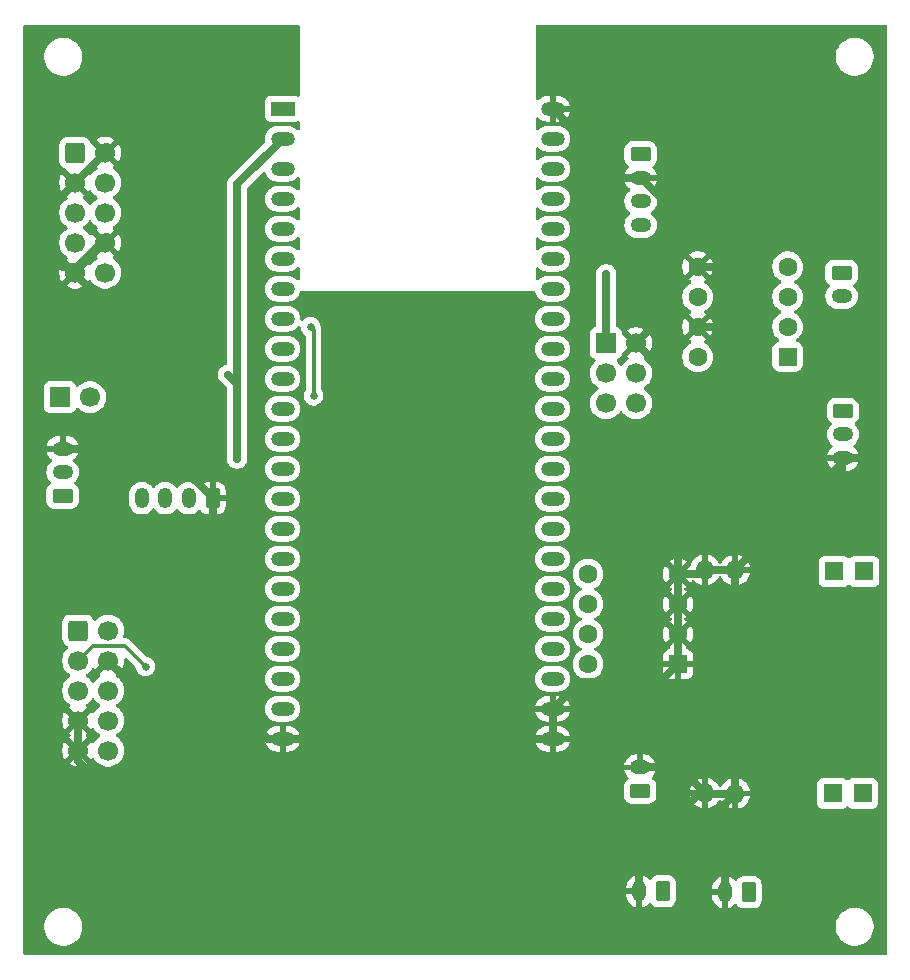
<source format=gbl>
%TF.GenerationSoftware,KiCad,Pcbnew,9.0.6*%
%TF.CreationDate,2026-01-12T11:26:17-05:00*%
%TF.ProjectId,OrganUniversalMCUboard,4f726761-6e55-46e6-9976-657273616c4d,rev?*%
%TF.SameCoordinates,Original*%
%TF.FileFunction,Copper,L2,Bot*%
%TF.FilePolarity,Positive*%
%FSLAX46Y46*%
G04 Gerber Fmt 4.6, Leading zero omitted, Abs format (unit mm)*
G04 Created by KiCad (PCBNEW 9.0.6) date 2026-01-12 11:26:17*
%MOMM*%
%LPD*%
G01*
G04 APERTURE LIST*
G04 Aperture macros list*
%AMRoundRect*
0 Rectangle with rounded corners*
0 $1 Rounding radius*
0 $2 $3 $4 $5 $6 $7 $8 $9 X,Y pos of 4 corners*
0 Add a 4 corners polygon primitive as box body*
4,1,4,$2,$3,$4,$5,$6,$7,$8,$9,$2,$3,0*
0 Add four circle primitives for the rounded corners*
1,1,$1+$1,$2,$3*
1,1,$1+$1,$4,$5*
1,1,$1+$1,$6,$7*
1,1,$1+$1,$8,$9*
0 Add four rect primitives between the rounded corners*
20,1,$1+$1,$2,$3,$4,$5,0*
20,1,$1+$1,$4,$5,$6,$7,0*
20,1,$1+$1,$6,$7,$8,$9,0*
20,1,$1+$1,$8,$9,$2,$3,0*%
G04 Aperture macros list end*
%TA.AperFunction,ComponentPad*%
%ADD10RoundRect,0.250000X-0.600000X-0.600000X0.600000X-0.600000X0.600000X0.600000X-0.600000X0.600000X0*%
%TD*%
%TA.AperFunction,ComponentPad*%
%ADD11C,1.700000*%
%TD*%
%TA.AperFunction,ComponentPad*%
%ADD12RoundRect,0.250000X0.550000X0.550000X-0.550000X0.550000X-0.550000X-0.550000X0.550000X-0.550000X0*%
%TD*%
%TA.AperFunction,ComponentPad*%
%ADD13C,1.600000*%
%TD*%
%TA.AperFunction,ComponentPad*%
%ADD14RoundRect,0.250000X0.350000X0.625000X-0.350000X0.625000X-0.350000X-0.625000X0.350000X-0.625000X0*%
%TD*%
%TA.AperFunction,ComponentPad*%
%ADD15O,1.200000X1.750000*%
%TD*%
%TA.AperFunction,ComponentPad*%
%ADD16R,1.600000X1.600000*%
%TD*%
%TA.AperFunction,ComponentPad*%
%ADD17O,1.600000X1.600000*%
%TD*%
%TA.AperFunction,ComponentPad*%
%ADD18RoundRect,0.250000X0.625000X-0.350000X0.625000X0.350000X-0.625000X0.350000X-0.625000X-0.350000X0*%
%TD*%
%TA.AperFunction,ComponentPad*%
%ADD19O,1.750000X1.200000*%
%TD*%
%TA.AperFunction,ComponentPad*%
%ADD20R,1.700000X1.700000*%
%TD*%
%TA.AperFunction,ComponentPad*%
%ADD21RoundRect,0.250000X-0.625000X0.350000X-0.625000X-0.350000X0.625000X-0.350000X0.625000X0.350000X0*%
%TD*%
%TA.AperFunction,ComponentPad*%
%ADD22R,2.000000X1.200000*%
%TD*%
%TA.AperFunction,ComponentPad*%
%ADD23O,2.000000X1.200000*%
%TD*%
%TA.AperFunction,ViaPad*%
%ADD24C,0.670000*%
%TD*%
%TA.AperFunction,Conductor*%
%ADD25C,0.700000*%
%TD*%
%TA.AperFunction,Conductor*%
%ADD26C,0.300000*%
%TD*%
G04 APERTURE END LIST*
D10*
%TO.P,J7,1,Pin_1*%
%TO.N,+3.3V*%
X70993000Y-60833000D03*
D11*
%TO.P,J7,2,Pin_2*%
%TO.N,GND*%
X73533000Y-60833000D03*
%TO.P,J7,3,Pin_3*%
X70993000Y-63373000D03*
%TO.P,J7,4,Pin_4*%
%TO.N,Net-(J7-Pin_4)*%
X73533000Y-63373000D03*
%TO.P,J7,5,Pin_5*%
%TO.N,Net-(J7-Pin_5)*%
X70993000Y-65913000D03*
%TO.P,J7,6,Pin_6*%
%TO.N,Net-(J7-Pin_6)*%
X73533000Y-65913000D03*
%TO.P,J7,7,Pin_7*%
%TO.N,/I2S_MCLK*%
X70993000Y-68453000D03*
%TO.P,J7,8,Pin_8*%
%TO.N,GND*%
X73533000Y-68453000D03*
%TO.P,J7,9,Pin_9*%
X70993000Y-70993000D03*
%TO.P,J7,10,Pin_10*%
%TO.N,SYS_5V*%
X73533000Y-70993000D03*
%TD*%
D12*
%TO.P,U2,1,NC*%
%TO.N,unconnected-(U2-NC-Pad1)*%
X131312999Y-78105000D03*
D13*
%TO.P,U2,2,A*%
%TO.N,Net-(U2-A)*%
X131313000Y-75564997D03*
%TO.P,U2,3,C*%
%TO.N,/MIDI/MIDI_IN_P5*%
X131312999Y-73025000D03*
%TO.P,U2,4,NC*%
%TO.N,unconnected-(U2-NC-Pad4)*%
X131312999Y-70485000D03*
%TO.P,U2,5,GND*%
%TO.N,GND*%
X123692999Y-70485000D03*
%TO.P,U2,6,VO*%
%TO.N,/MIDI_GPIO*%
X123692998Y-73025000D03*
%TO.P,U2,7,EN*%
%TO.N,GND*%
X123692999Y-75565001D03*
%TO.P,U2,8,VCC*%
%TO.N,SYS_5V*%
X123692999Y-78105000D03*
%TD*%
D14*
%TO.P,J2,1,Pin_1*%
%TO.N,SYS_5V*%
X120761001Y-123359000D03*
D15*
%TO.P,J2,2,Pin_2*%
%TO.N,GND*%
X118761001Y-123359000D03*
%TD*%
D14*
%TO.P,J5,1,Pin_1*%
%TO.N,GND*%
X82629001Y-90084999D03*
D15*
%TO.P,J5,2,Pin_2*%
%TO.N,+3.3V*%
X80629001Y-90084999D03*
%TO.P,J5,3,Pin_3*%
%TO.N,/BoardToBoardComms/UART_TX_HDR*%
X78629001Y-90084999D03*
%TO.P,J5,4,Pin_4*%
%TO.N,/BoardToBoardComms/UART_RX_HDR*%
X76629000Y-90085000D03*
%TD*%
D16*
%TO.P,A5V1,1,IN+*%
%TO.N,/Power/VIN_PROT*%
X135127999Y-115062001D03*
X137668000Y-115062001D03*
D17*
%TO.P,A5V1,2,IN-*%
%TO.N,GND*%
X126872999Y-115087402D03*
X124332999Y-115062001D03*
D16*
%TO.P,A5V1,3,OUT+*%
%TO.N,/Power/BUCK_5V*%
X135254997Y-96266001D03*
X137795000Y-96266001D03*
D17*
%TO.P,A5V1,4,OUT-*%
%TO.N,GND*%
X126873000Y-96164401D03*
X124332999Y-96139002D03*
%TD*%
D14*
%TO.P,J1,1,Pin_1*%
%TO.N,/Power/VIN_12V*%
X128016000Y-123444000D03*
D15*
%TO.P,J1,2,Pin_2*%
%TO.N,GND*%
X126016000Y-123444000D03*
%TD*%
D18*
%TO.P,J10,1,Pin_1*%
%TO.N,SYS_5V*%
X118830000Y-114880900D03*
D19*
%TO.P,J10,2,Pin_2*%
%TO.N,GND*%
X118830000Y-112880900D03*
%TD*%
D20*
%TO.P,JP1,1,A*%
%TO.N,Net-(JP1-A)*%
X69718000Y-81534000D03*
D11*
%TO.P,JP1,2,B*%
%TO.N,/BoardToBoardComms/CANH*%
X72258001Y-81534001D03*
%TD*%
D21*
%TO.P,J4,1,Pin_1*%
%TO.N,/MIDI/MIDI_THRU_P4*%
X136017000Y-82677000D03*
D19*
%TO.P,J4,2,Pin_2*%
%TO.N,/MIDI/MIDI_THRU_P5*%
X136017000Y-84677000D03*
%TO.P,J4,3,Pin_3*%
%TO.N,GND*%
X136017000Y-86677000D03*
%TD*%
D21*
%TO.P,J3,1,Pin_1*%
%TO.N,/MIDI/MIDI_IN_P4*%
X135890000Y-70993000D03*
D19*
%TO.P,J3,2,Pin_2*%
%TO.N,/MIDI/MIDI_IN_P5*%
X135890000Y-72993000D03*
%TD*%
D22*
%TO.P,U1,1,3V3*%
%TO.N,+3.3V*%
X88570000Y-57107920D03*
D23*
%TO.P,U1,2,3V3*%
X88570000Y-59647920D03*
%TO.P,U1,3,CHIP_PU*%
%TO.N,unconnected-(U1-CHIP_PU-Pad3)*%
X88570000Y-62187920D03*
%TO.P,U1,4,GPIO4/ADC1_CH3*%
%TO.N,/I2S_BLCK*%
X88570000Y-64727920D03*
%TO.P,U1,5,GPIO5/ADC1_CH4*%
%TO.N,/I2S_LRCLK*%
X88570000Y-67267920D03*
%TO.P,U1,6,GPIO6/ADC1_CH5*%
%TO.N,/I2S_DIN*%
X88570000Y-69807920D03*
%TO.P,U1,7,GPIO7/ADC1_CH6*%
%TO.N,/I2S_MCLK*%
X88570000Y-72347920D03*
%TO.P,U1,8,GPIO15/ADC2_CH4/32K_P*%
%TO.N,/DIP1*%
X88570000Y-74887920D03*
%TO.P,U1,9,GPIO16/ADC2_CH5/32K_N*%
%TO.N,/COMM_RX*%
X88570000Y-77427920D03*
%TO.P,U1,10,GPIO17/ADC2_CH6*%
%TO.N,/MIDI_GPIO*%
X88570000Y-79967920D03*
%TO.P,U1,11,GPIO18/ADC2_CH7*%
%TO.N,/COMM_TX*%
X88570000Y-82507920D03*
%TO.P,U1,12,GPIO8/ADC1_CH7*%
%TO.N,/GPIO8*%
X88570000Y-85047920D03*
%TO.P,U1,13,GPIO3/ADC1_CH2*%
%TO.N,unconnected-(U1-GPIO3{slash}ADC1_CH2-Pad13)*%
X88570000Y-87587920D03*
%TO.P,U1,14,GPIO46*%
%TO.N,unconnected-(U1-GPIO46-Pad14)*%
X88570000Y-90127920D03*
%TO.P,U1,15,GPIO9/ADC1_CH8*%
%TO.N,/GPIO9*%
X88570000Y-92667920D03*
%TO.P,U1,16,GPIO10/ADC1_CH9*%
%TO.N,/SPI_CLR*%
X88570000Y-95207920D03*
%TO.P,U1,17,GPIO11/ADC2_CH0*%
%TO.N,/SPI_OE_N*%
X88570000Y-97747920D03*
%TO.P,U1,18,GPIO12/ADC2_CH1*%
%TO.N,/SPI_SCK*%
X88570000Y-100287920D03*
%TO.P,U1,19,GPIO13/ADC2_CH2*%
%TO.N,/SPI_MOSI*%
X88570000Y-102827920D03*
%TO.P,U1,20,GPIO14/ADC2_CH3*%
%TO.N,/SPI_LATCH*%
X88566320Y-105365200D03*
%TO.P,U1,21,5V*%
%TO.N,SYS_5V*%
X88566320Y-107905200D03*
%TO.P,U1,22,GND*%
%TO.N,GND*%
X88566320Y-110445200D03*
%TO.P,U1,23,GND*%
X111430000Y-110447920D03*
%TO.P,U1,24,GND*%
X111430000Y-107907920D03*
%TO.P,U1,25,GPIO19/USB_D-*%
%TO.N,unconnected-(U1-GPIO19{slash}USB_D--Pad25)*%
X111430000Y-105367920D03*
%TO.P,U1,26,GPIO20/USB_D+*%
%TO.N,unconnected-(U1-GPIO20{slash}USB_D+-Pad26)*%
X111430000Y-102827920D03*
%TO.P,U1,27,GPIO21*%
%TO.N,/DIP2*%
X111430000Y-100287920D03*
%TO.P,U1,28,GPIO47*%
%TO.N,/DIP3*%
X111430000Y-97747920D03*
%TO.P,U1,29,GPIO48*%
%TO.N,/DIP4*%
X111430000Y-95207920D03*
%TO.P,U1,30,GPIO45*%
%TO.N,unconnected-(U1-GPIO45-Pad30)*%
X111430000Y-92667920D03*
%TO.P,U1,31,GPIO0*%
%TO.N,unconnected-(U1-GPIO0-Pad31)*%
X111430000Y-90127920D03*
%TO.P,U1,32,GPIO35*%
%TO.N,/LED1*%
X111430000Y-87587920D03*
%TO.P,U1,33,GPIO36*%
%TO.N,/LED2*%
X111430000Y-85047920D03*
%TO.P,U1,34,GPIO37*%
%TO.N,/GPIO37*%
X111430000Y-82507920D03*
%TO.P,U1,35,GPIO38*%
%TO.N,/GPIO38*%
X111430000Y-79967920D03*
%TO.P,U1,36,GPIO39/MTCK*%
%TO.N,unconnected-(U1-GPIO39{slash}MTCK-Pad36)*%
X111430000Y-77427920D03*
%TO.P,U1,37,GPIO40/MTDO*%
%TO.N,unconnected-(U1-GPIO40{slash}MTDO-Pad37)*%
X111430000Y-74887920D03*
%TO.P,U1,38,GPIO41/MTDI*%
%TO.N,unconnected-(U1-GPIO41{slash}MTDI-Pad38)*%
X111430000Y-72347920D03*
%TO.P,U1,39,GPIO42/MTMS*%
%TO.N,unconnected-(U1-GPIO42{slash}MTMS-Pad39)*%
X111430000Y-69807920D03*
%TO.P,U1,40,GPIO2/ADC1_CH1*%
%TO.N,/I2C_SCL*%
X111430000Y-67267920D03*
%TO.P,U1,41,GPIO1/ADC1_CH0*%
%TO.N,/I2C_SDA*%
X111430000Y-64727920D03*
%TO.P,U1,42,GPIO44/U0RXD*%
%TO.N,unconnected-(U1-GPIO44{slash}U0RXD-Pad42)*%
X111430000Y-62187920D03*
%TO.P,U1,43,GPIO43/U0TXD*%
%TO.N,unconnected-(U1-GPIO43{slash}U0TXD-Pad43)*%
X111430000Y-59647920D03*
%TO.P,U1,44,GND*%
%TO.N,GND*%
X111430000Y-57107920D03*
%TD*%
D20*
%TO.P,J11,1,Pin_1*%
%TO.N,+3.3V*%
X115946000Y-76962000D03*
D11*
%TO.P,J11,2,Pin_2*%
%TO.N,GND*%
X118486000Y-76962000D03*
%TO.P,J11,3,Pin_3*%
%TO.N,/GPIO8*%
X115946000Y-79502000D03*
%TO.P,J11,4,Pin_4*%
%TO.N,/GPIO9*%
X118486000Y-79502000D03*
%TO.P,J11,5,Pin_5*%
%TO.N,/GPIO37*%
X115946000Y-82042000D03*
%TO.P,J11,6,Pin_6*%
%TO.N,/GPIO38*%
X118486000Y-82042000D03*
%TD*%
D18*
%TO.P,J6,1,Pin_1*%
%TO.N,/BoardToBoardComms/CANH*%
X69935000Y-89884000D03*
D19*
%TO.P,J6,2,Pin_2*%
%TO.N,/BoardToBoardComms/CANL*%
X69935000Y-87884000D03*
%TO.P,J6,3,Pin_3*%
%TO.N,GND*%
X69935000Y-85884000D03*
%TD*%
D10*
%TO.P,J8,1,Pin_1*%
%TO.N,Net-(J8-Pin_1)*%
X71247000Y-101290000D03*
D11*
%TO.P,J8,2,Pin_2*%
%TO.N,Net-(J8-Pin_2)*%
X73787000Y-101290000D03*
%TO.P,J8,3,Pin_3*%
%TO.N,Net-(J8-Pin_3)*%
X71247000Y-103830000D03*
%TO.P,J8,4,Pin_4*%
%TO.N,GND*%
X73787000Y-103830000D03*
%TO.P,J8,5,Pin_5*%
%TO.N,Net-(J8-Pin_5)*%
X71247000Y-106370000D03*
%TO.P,J8,6,Pin_6*%
%TO.N,Net-(J8-Pin_6)*%
X73787000Y-106370000D03*
%TO.P,J8,7,Pin_7*%
%TO.N,GND*%
X71247000Y-108910000D03*
%TO.P,J8,8,Pin_8*%
%TO.N,Net-(J8-Pin_8)*%
X73787000Y-108910000D03*
%TO.P,J8,9,Pin_9*%
%TO.N,GND*%
X71247000Y-111450000D03*
%TO.P,J8,10,Pin_10*%
%TO.N,unconnected-(J8-Pin_10-Pad10)*%
X73787000Y-111450000D03*
%TD*%
D21*
%TO.P,J9,1,Pin_1*%
%TO.N,+3.3V*%
X118872000Y-60960000D03*
D19*
%TO.P,J9,2,Pin_2*%
%TO.N,GND*%
X118872000Y-62960000D03*
%TO.P,J9,3,Pin_3*%
%TO.N,/I2C_SDA*%
X118872000Y-64960000D03*
%TO.P,J9,4,Pin_4*%
%TO.N,/I2C_SCL*%
X118872001Y-66960001D03*
%TD*%
D12*
%TO.P,SW1,1*%
%TO.N,GND*%
X122042000Y-104127500D03*
D13*
%TO.P,SW1,2*%
X122042001Y-101587497D03*
%TO.P,SW1,3*%
X122042000Y-99047500D03*
%TO.P,SW1,4*%
X122042000Y-96507500D03*
%TO.P,SW1,5*%
%TO.N,/DIP4*%
X114422000Y-96507500D03*
%TO.P,SW1,6*%
%TO.N,/DIP3*%
X114421998Y-99047500D03*
%TO.P,SW1,7*%
%TO.N,/DIP2*%
X114422000Y-101587501D03*
%TO.P,SW1,8*%
%TO.N,/DIP1*%
X114422000Y-104127500D03*
%TD*%
D24*
%TO.N,GND*%
X105000000Y-87500000D03*
X137500000Y-102500000D03*
X132500000Y-123698000D03*
X90000000Y-122500000D03*
X115000000Y-117500000D03*
X82500000Y-55000000D03*
X82629001Y-95000000D03*
X127500000Y-55000000D03*
X135000000Y-62500000D03*
X132500000Y-125000000D03*
X92500000Y-117500000D03*
X72500000Y-120000000D03*
X125000000Y-127500000D03*
X77500000Y-122500000D03*
X100000000Y-100000000D03*
X77597000Y-54991000D03*
X137500000Y-105000000D03*
X77500000Y-125000000D03*
X107500000Y-117500000D03*
X127000000Y-74549000D03*
X107500000Y-87500000D03*
X87500000Y-55000000D03*
X105000000Y-102500000D03*
X80137000Y-72009000D03*
X80000000Y-95000000D03*
X132500000Y-60000000D03*
X70000000Y-117500000D03*
X129540000Y-98679000D03*
X95000000Y-97500000D03*
X102500000Y-90000000D03*
X77597000Y-59055000D03*
X116967000Y-127508000D03*
X85000000Y-95000000D03*
X75000000Y-122500000D03*
X82500000Y-122500000D03*
X130000000Y-62500000D03*
X135000000Y-105000000D03*
X134378700Y-88658700D03*
X72644000Y-75311000D03*
X85000000Y-52500000D03*
X125000000Y-57500000D03*
X95000000Y-127500000D03*
X69469000Y-83566000D03*
X135000000Y-107500000D03*
X115000000Y-52500000D03*
X102500000Y-75000000D03*
X95000000Y-100000000D03*
X137500000Y-110000000D03*
X82423000Y-59055000D03*
X120000000Y-57500000D03*
X110000000Y-127500000D03*
X75184000Y-75184000D03*
X122500000Y-55000000D03*
X100000000Y-117500000D03*
X113919000Y-72390000D03*
X95000000Y-112500000D03*
X102500000Y-112500000D03*
X126873001Y-101600000D03*
X125000000Y-52500000D03*
X77851000Y-72009000D03*
X97500000Y-102500000D03*
X102500000Y-127500000D03*
X97500000Y-97500000D03*
X85000000Y-117500000D03*
X97500000Y-100000000D03*
X105000000Y-122500000D03*
X102500000Y-100000000D03*
X112500000Y-122500000D03*
X120000000Y-52500000D03*
X80000000Y-127500000D03*
X80010000Y-60198000D03*
X132500000Y-110000000D03*
X135000000Y-102500000D03*
X87500000Y-127500000D03*
X133604000Y-74422000D03*
X97500000Y-75000000D03*
X83185000Y-69342000D03*
X77470000Y-85884000D03*
X80000000Y-52500000D03*
X100000000Y-77500000D03*
X130000000Y-57500000D03*
X80000000Y-97500000D03*
X100000000Y-97500000D03*
X131826000Y-127508000D03*
X99949000Y-105410000D03*
X80000000Y-117500000D03*
X80645000Y-69469000D03*
X120777000Y-72390000D03*
X105000000Y-105000000D03*
X130749467Y-92340000D03*
X135000000Y-110000000D03*
X100000000Y-90000000D03*
X107500000Y-90000000D03*
X102500000Y-102500000D03*
X117500000Y-55000000D03*
X82500000Y-97500000D03*
X132500000Y-65000000D03*
X97500000Y-122500000D03*
X132500000Y-107500000D03*
X128397000Y-101600000D03*
X130000000Y-110000000D03*
X130937000Y-84304751D03*
X105000000Y-90000000D03*
X95000000Y-102500000D03*
X120523000Y-86487000D03*
X75000000Y-52500000D03*
X102500000Y-87500000D03*
X100000000Y-102500000D03*
X127889000Y-98679000D03*
X127000000Y-72263000D03*
X127500000Y-60000000D03*
X137500000Y-107500000D03*
%TO.N,+3.3V*%
X83947000Y-79629000D03*
X84709000Y-86741000D03*
X115951000Y-71120000D03*
%TO.N,Net-(J8-Pin_3)*%
X76962000Y-104338000D03*
%TO.N,/DIP1*%
X90932000Y-75565000D03*
X91186000Y-81407000D03*
%TD*%
D25*
%TO.N,GND*%
X75184000Y-75311000D02*
X75184000Y-85884000D01*
X71117500Y-71244500D02*
X75184000Y-75311000D01*
X71117500Y-70479500D02*
X71117500Y-71244500D01*
X69971500Y-70479500D02*
X71117500Y-70479500D01*
X68947500Y-65418500D02*
X68947500Y-69455500D01*
X68947500Y-69455500D02*
X69971500Y-70479500D01*
X73657500Y-60708500D02*
X68947500Y-65418500D01*
X73657500Y-60319500D02*
X73657500Y-60708500D01*
X137351000Y-86677000D02*
X136017000Y-86677000D01*
X125222000Y-70485000D02*
X123692999Y-70485000D01*
X118486000Y-76962000D02*
X120523000Y-78999000D01*
X137668000Y-82042000D02*
X137668000Y-86360000D01*
X122151900Y-112880900D02*
X118830000Y-112880900D01*
X121920000Y-73528000D02*
X118486000Y-76962000D01*
X117330079Y-63007999D02*
X111430000Y-57107920D01*
X125730000Y-70993000D02*
X125222000Y-70485000D01*
X126873000Y-96164401D02*
X130378200Y-92659200D01*
X126873001Y-97409000D02*
X126873001Y-96164402D01*
X130378200Y-92659200D02*
X130697400Y-92340000D01*
X118761001Y-120214899D02*
X118761001Y-123359000D01*
X75692000Y-112720000D02*
X75692000Y-105735000D01*
X74549000Y-113863000D02*
X75692000Y-112720000D01*
X75184000Y-85884000D02*
X77470000Y-85884000D01*
X82629001Y-95000000D02*
X82629001Y-105782999D01*
X69935000Y-85884000D02*
X75184000Y-85884000D01*
X126873000Y-115087400D02*
X124358400Y-115087400D01*
X75692000Y-105735000D02*
X73787000Y-103830000D01*
X124333000Y-115062000D02*
X122151900Y-112880900D01*
X126016000Y-120962000D02*
X126016000Y-123444000D01*
X130697400Y-92340000D02*
X130749467Y-92340000D01*
X120505500Y-105664000D02*
X122042000Y-104127500D01*
X122042000Y-96507500D02*
X123964501Y-96507500D01*
X77470000Y-85884000D02*
X78428002Y-85884000D01*
X126000000Y-120946000D02*
X125999999Y-115960398D01*
X125730000Y-75057000D02*
X125730000Y-70993000D01*
X118913999Y-63007999D02*
X117330079Y-63007999D01*
X122042001Y-101587497D02*
X122042000Y-99047500D01*
X136906000Y-81280000D02*
X137668000Y-82042000D01*
X88566320Y-110445200D02*
X87291202Y-110445200D01*
X88984920Y-110447920D02*
X111430000Y-110447920D01*
X78428002Y-85884000D02*
X82629001Y-90084999D01*
X71247000Y-111450000D02*
X71247000Y-112339000D01*
X113673920Y-105664000D02*
X120505500Y-105664000D01*
X123692999Y-75565001D02*
X125221999Y-75565001D01*
X71247000Y-112339000D02*
X72771000Y-113863000D01*
X125730000Y-75057000D02*
X125730000Y-76454000D01*
X126000000Y-120946000D02*
X126016000Y-120962000D01*
X123964501Y-96507500D02*
X124332999Y-96139002D01*
X71117500Y-70479500D02*
X73657500Y-67939500D01*
X136017000Y-87020401D02*
X136017000Y-86677000D01*
X71247000Y-111450000D02*
X71247000Y-108910000D01*
X126873001Y-101600000D02*
X126873001Y-97409000D01*
X122042000Y-96507500D02*
X122042000Y-88006000D01*
X125730000Y-76454000D02*
X129032000Y-79756000D01*
X120523000Y-78999000D02*
X120523000Y-86487000D01*
X133961751Y-81280000D02*
X136906000Y-81280000D01*
X82629001Y-90084999D02*
X82629001Y-95000000D01*
X72771000Y-113863000D02*
X74549000Y-113863000D01*
X130937000Y-84304751D02*
X133961751Y-81280000D01*
X118913999Y-63007999D02*
X121920000Y-66014000D01*
X125999999Y-115960398D02*
X126873000Y-115087400D01*
X134378700Y-88658700D02*
X136017000Y-87020401D01*
X125221999Y-75565001D02*
X125730000Y-75057000D01*
X126873000Y-115087400D02*
X126873001Y-101600000D01*
X133961751Y-80621751D02*
X133096000Y-79756000D01*
X87291202Y-110445200D02*
X82629001Y-105782999D01*
X130378200Y-92659200D02*
X134378700Y-88658700D01*
X122042000Y-88006000D02*
X120523000Y-86487000D01*
X111430000Y-110447920D02*
X111430000Y-107907920D01*
X129032000Y-79756000D02*
X133096000Y-79756000D01*
X123913901Y-115062000D02*
X118761001Y-120214899D01*
X121920000Y-66014000D02*
X121920000Y-73528000D01*
X82629001Y-105782999D02*
X75692000Y-112720000D01*
X122042000Y-99047500D02*
X122042000Y-96507500D01*
X126873001Y-97409000D02*
X126873001Y-96164399D01*
X124332999Y-96138999D02*
X126847600Y-96138999D01*
X133961751Y-81280000D02*
X133961751Y-80621751D01*
X111430000Y-107907920D02*
X113673920Y-105664000D01*
X122042000Y-104127500D02*
X122042001Y-101587497D01*
X137668000Y-86360000D02*
X137351000Y-86677000D01*
%TO.N,+3.3V*%
X84709000Y-80391000D02*
X83947000Y-79629000D01*
X84709000Y-63508920D02*
X88570000Y-59647920D01*
X84709000Y-86741000D02*
X84709000Y-80391000D01*
X115951000Y-71120000D02*
X115951000Y-76957000D01*
X84709000Y-80391000D02*
X84709000Y-63508920D01*
D26*
%TO.N,Net-(J8-Pin_3)*%
X75203000Y-102579000D02*
X72498000Y-102579000D01*
X72498000Y-102579000D02*
X71247000Y-103830000D01*
X76962000Y-104338000D02*
X75203000Y-102579000D01*
%TO.N,/DIP1*%
X90932000Y-75565000D02*
X91186000Y-75819000D01*
X91186000Y-75819000D02*
X91186000Y-81407000D01*
%TD*%
%TA.AperFunction,Conductor*%
%TO.N,GND*%
G36*
X125753275Y-114831686D02*
G01*
X125760368Y-114837402D01*
X126557313Y-114837402D01*
X126552919Y-114841796D01*
X126500258Y-114933008D01*
X126472999Y-115034741D01*
X126472999Y-115140063D01*
X126500258Y-115241796D01*
X126552919Y-115333008D01*
X126557313Y-115337402D01*
X125519762Y-115337402D01*
X125452723Y-115317717D01*
X125445630Y-115312001D01*
X124648685Y-115312001D01*
X124653079Y-115307607D01*
X124705740Y-115216395D01*
X124732999Y-115114662D01*
X124732999Y-115009340D01*
X124705740Y-114907607D01*
X124653079Y-114816395D01*
X124648685Y-114812001D01*
X125686236Y-114812001D01*
X125753275Y-114831686D01*
G37*
%TD.AperFunction*%
%TA.AperFunction,Conductor*%
G36*
X72362270Y-109671717D02*
G01*
X72362270Y-109671716D01*
X72401622Y-109617555D01*
X72406232Y-109608507D01*
X72454205Y-109557709D01*
X72522025Y-109540912D01*
X72588161Y-109563447D01*
X72627204Y-109608504D01*
X72631949Y-109617817D01*
X72756890Y-109789786D01*
X72907213Y-109940109D01*
X73079182Y-110065050D01*
X73087946Y-110069516D01*
X73138742Y-110117491D01*
X73155536Y-110185312D01*
X73132998Y-110251447D01*
X73087946Y-110290484D01*
X73079182Y-110294949D01*
X72907213Y-110419890D01*
X72756890Y-110570213D01*
X72631949Y-110742182D01*
X72627202Y-110751499D01*
X72579227Y-110802293D01*
X72511405Y-110819087D01*
X72445271Y-110796548D01*
X72406234Y-110751495D01*
X72401626Y-110742452D01*
X72362270Y-110688282D01*
X72362269Y-110688282D01*
X71729962Y-111320590D01*
X71712925Y-111257007D01*
X71647099Y-111142993D01*
X71554007Y-111049901D01*
X71439993Y-110984075D01*
X71376409Y-110967037D01*
X72008716Y-110334728D01*
X71954550Y-110295375D01*
X71944954Y-110290486D01*
X71894157Y-110242512D01*
X71877361Y-110174692D01*
X71899897Y-110108556D01*
X71944954Y-110069514D01*
X71954554Y-110064622D01*
X72008716Y-110025270D01*
X72008717Y-110025270D01*
X71376408Y-109392962D01*
X71439993Y-109375925D01*
X71554007Y-109310099D01*
X71647099Y-109217007D01*
X71712925Y-109102993D01*
X71729962Y-109039408D01*
X72362270Y-109671717D01*
G37*
%TD.AperFunction*%
%TA.AperFunction,Conductor*%
G36*
X72588444Y-107023999D02*
G01*
X72627486Y-107069056D01*
X72631951Y-107077820D01*
X72756890Y-107249786D01*
X72907213Y-107400109D01*
X73079182Y-107525050D01*
X73087946Y-107529516D01*
X73138742Y-107577491D01*
X73155536Y-107645312D01*
X73132998Y-107711447D01*
X73087946Y-107750484D01*
X73079182Y-107754949D01*
X72907213Y-107879890D01*
X72756890Y-108030213D01*
X72631949Y-108202182D01*
X72627202Y-108211499D01*
X72579227Y-108262293D01*
X72511405Y-108279087D01*
X72445271Y-108256548D01*
X72406234Y-108211495D01*
X72401626Y-108202452D01*
X72362270Y-108148282D01*
X72362269Y-108148282D01*
X71729962Y-108780590D01*
X71712925Y-108717007D01*
X71647099Y-108602993D01*
X71554007Y-108509901D01*
X71439993Y-108444075D01*
X71376409Y-108427037D01*
X72008716Y-107794728D01*
X71954547Y-107755373D01*
X71954547Y-107755372D01*
X71945500Y-107750763D01*
X71894706Y-107702788D01*
X71877912Y-107634966D01*
X71900451Y-107568832D01*
X71945508Y-107529793D01*
X71954816Y-107525051D01*
X72034007Y-107467515D01*
X72126786Y-107400109D01*
X72126788Y-107400106D01*
X72126792Y-107400104D01*
X72277104Y-107249792D01*
X72277106Y-107249788D01*
X72277109Y-107249786D01*
X72402048Y-107077820D01*
X72402047Y-107077820D01*
X72402051Y-107077816D01*
X72406514Y-107069054D01*
X72454488Y-107018259D01*
X72522308Y-107001463D01*
X72588444Y-107023999D01*
G37*
%TD.AperFunction*%
%TA.AperFunction,Conductor*%
G36*
X73321075Y-104022993D02*
G01*
X73386901Y-104137007D01*
X73479993Y-104230099D01*
X73594007Y-104295925D01*
X73657590Y-104312962D01*
X73025282Y-104945269D01*
X73025282Y-104945270D01*
X73079452Y-104984626D01*
X73079451Y-104984626D01*
X73088495Y-104989234D01*
X73139292Y-105037208D01*
X73156087Y-105105029D01*
X73133550Y-105171164D01*
X73088499Y-105210202D01*
X73079182Y-105214949D01*
X72907213Y-105339890D01*
X72756890Y-105490213D01*
X72631949Y-105662182D01*
X72627484Y-105670946D01*
X72579509Y-105721742D01*
X72511688Y-105738536D01*
X72445553Y-105715998D01*
X72406516Y-105670946D01*
X72402050Y-105662182D01*
X72277109Y-105490213D01*
X72126786Y-105339890D01*
X71954820Y-105214951D01*
X71954115Y-105214591D01*
X71946054Y-105210485D01*
X71895259Y-105162512D01*
X71878463Y-105094692D01*
X71900999Y-105028556D01*
X71946054Y-104989515D01*
X71954816Y-104985051D01*
X72013036Y-104942752D01*
X72126786Y-104860109D01*
X72126788Y-104860106D01*
X72126792Y-104860104D01*
X72277104Y-104709792D01*
X72277106Y-104709788D01*
X72277109Y-104709786D01*
X72362890Y-104591717D01*
X72402051Y-104537816D01*
X72406793Y-104528508D01*
X72454763Y-104477711D01*
X72522583Y-104460911D01*
X72588719Y-104483445D01*
X72627763Y-104528500D01*
X72632373Y-104537547D01*
X72671728Y-104591716D01*
X73304036Y-103959407D01*
X73321075Y-104022993D01*
G37*
%TD.AperFunction*%
%TA.AperFunction,Conductor*%
G36*
X125753277Y-95908687D02*
G01*
X125760368Y-95914401D01*
X126557314Y-95914401D01*
X126552920Y-95918795D01*
X126500259Y-96010007D01*
X126473000Y-96111740D01*
X126473000Y-96217062D01*
X126500259Y-96318795D01*
X126552920Y-96410007D01*
X126557314Y-96414401D01*
X125519761Y-96414401D01*
X125452722Y-96394716D01*
X125445631Y-96389002D01*
X124648685Y-96389002D01*
X124653079Y-96384608D01*
X124705740Y-96293396D01*
X124732999Y-96191663D01*
X124732999Y-96086341D01*
X124705740Y-95984608D01*
X124653079Y-95893396D01*
X124648685Y-95889002D01*
X125686238Y-95889002D01*
X125753277Y-95908687D01*
G37*
%TD.AperFunction*%
%TA.AperFunction,Conductor*%
G36*
X118020075Y-77154993D02*
G01*
X118085901Y-77269007D01*
X118178993Y-77362099D01*
X118293007Y-77427925D01*
X118356590Y-77444962D01*
X117724282Y-78077269D01*
X117724282Y-78077270D01*
X117778452Y-78116626D01*
X117778451Y-78116626D01*
X117787495Y-78121234D01*
X117838292Y-78169208D01*
X117855087Y-78237029D01*
X117832550Y-78303164D01*
X117787499Y-78342202D01*
X117778182Y-78346949D01*
X117606213Y-78471890D01*
X117455890Y-78622213D01*
X117330949Y-78794182D01*
X117326484Y-78802946D01*
X117278509Y-78853742D01*
X117210688Y-78870536D01*
X117144553Y-78847998D01*
X117105516Y-78802946D01*
X117101050Y-78794182D01*
X116976109Y-78622213D01*
X116862569Y-78508673D01*
X116829084Y-78447350D01*
X116834068Y-78377658D01*
X116875940Y-78321725D01*
X116906915Y-78304810D01*
X117038331Y-78255796D01*
X117153546Y-78169546D01*
X117239796Y-78054331D01*
X117290091Y-77919483D01*
X117296500Y-77859873D01*
X117296499Y-77849312D01*
X117316179Y-77782275D01*
X117332818Y-77761626D01*
X118003037Y-77091408D01*
X118020075Y-77154993D01*
G37*
%TD.AperFunction*%
%TA.AperFunction,Conductor*%
G36*
X73067075Y-68645993D02*
G01*
X73132901Y-68760007D01*
X73225993Y-68853099D01*
X73340007Y-68918925D01*
X73403590Y-68935962D01*
X72771282Y-69568269D01*
X72771282Y-69568270D01*
X72825452Y-69607626D01*
X72825451Y-69607626D01*
X72834495Y-69612234D01*
X72885292Y-69660208D01*
X72902087Y-69728029D01*
X72879550Y-69794164D01*
X72834499Y-69833202D01*
X72825182Y-69837949D01*
X72653213Y-69962890D01*
X72502890Y-70113213D01*
X72377949Y-70285182D01*
X72373202Y-70294499D01*
X72325227Y-70345293D01*
X72257405Y-70362087D01*
X72191271Y-70339548D01*
X72152234Y-70294495D01*
X72147626Y-70285452D01*
X72108270Y-70231282D01*
X72108269Y-70231282D01*
X71475962Y-70863590D01*
X71458925Y-70800007D01*
X71393099Y-70685993D01*
X71300007Y-70592901D01*
X71185993Y-70527075D01*
X71122409Y-70510037D01*
X71754716Y-69877728D01*
X71700547Y-69838373D01*
X71700547Y-69838372D01*
X71691500Y-69833763D01*
X71640706Y-69785788D01*
X71623912Y-69717966D01*
X71646451Y-69651832D01*
X71691508Y-69612793D01*
X71700816Y-69608051D01*
X71780415Y-69550219D01*
X71872786Y-69483109D01*
X71872788Y-69483106D01*
X71872792Y-69483104D01*
X72023104Y-69332792D01*
X72023106Y-69332788D01*
X72023109Y-69332786D01*
X72096964Y-69231132D01*
X72148051Y-69160816D01*
X72152793Y-69151508D01*
X72200763Y-69100711D01*
X72268583Y-69083911D01*
X72334719Y-69106445D01*
X72373763Y-69151500D01*
X72378373Y-69160547D01*
X72417728Y-69214716D01*
X73050037Y-68582408D01*
X73067075Y-68645993D01*
G37*
%TD.AperFunction*%
%TA.AperFunction,Conductor*%
G36*
X72334444Y-66566999D02*
G01*
X72373486Y-66612056D01*
X72377951Y-66620820D01*
X72502890Y-66792786D01*
X72653213Y-66943109D01*
X72825179Y-67068048D01*
X72825181Y-67068049D01*
X72825184Y-67068051D01*
X72834493Y-67072794D01*
X72885290Y-67120766D01*
X72902087Y-67188587D01*
X72879552Y-67254722D01*
X72834505Y-67293760D01*
X72825446Y-67298376D01*
X72825440Y-67298380D01*
X72771282Y-67337727D01*
X72771282Y-67337728D01*
X73403591Y-67970037D01*
X73340007Y-67987075D01*
X73225993Y-68052901D01*
X73132901Y-68145993D01*
X73067075Y-68260007D01*
X73050037Y-68323591D01*
X72417728Y-67691282D01*
X72417727Y-67691282D01*
X72378380Y-67745440D01*
X72378376Y-67745446D01*
X72373760Y-67754505D01*
X72325781Y-67805297D01*
X72257959Y-67822087D01*
X72191826Y-67799543D01*
X72152794Y-67754493D01*
X72148051Y-67745184D01*
X72148049Y-67745181D01*
X72148048Y-67745179D01*
X72023109Y-67573213D01*
X71872786Y-67422890D01*
X71700820Y-67297951D01*
X71692600Y-67293763D01*
X71692054Y-67293485D01*
X71641259Y-67245512D01*
X71624463Y-67177692D01*
X71646999Y-67111556D01*
X71692054Y-67072515D01*
X71700816Y-67068051D01*
X71722789Y-67052086D01*
X71872786Y-66943109D01*
X71872788Y-66943106D01*
X71872792Y-66943104D01*
X72023104Y-66792792D01*
X72023106Y-66792788D01*
X72023109Y-66792786D01*
X72148048Y-66620820D01*
X72148047Y-66620820D01*
X72148051Y-66620816D01*
X72152514Y-66612054D01*
X72200488Y-66561259D01*
X72268308Y-66544463D01*
X72334444Y-66566999D01*
G37*
%TD.AperFunction*%
%TA.AperFunction,Conductor*%
G36*
X72108270Y-64134717D02*
G01*
X72108270Y-64134716D01*
X72147622Y-64080555D01*
X72152232Y-64071507D01*
X72200205Y-64020709D01*
X72268025Y-64003912D01*
X72334161Y-64026447D01*
X72373204Y-64071504D01*
X72377949Y-64080817D01*
X72502890Y-64252786D01*
X72653213Y-64403109D01*
X72825182Y-64528050D01*
X72833946Y-64532516D01*
X72884742Y-64580491D01*
X72901536Y-64648312D01*
X72878998Y-64714447D01*
X72833946Y-64753484D01*
X72825182Y-64757949D01*
X72653213Y-64882890D01*
X72502890Y-65033213D01*
X72377949Y-65205182D01*
X72373484Y-65213946D01*
X72325509Y-65264742D01*
X72257688Y-65281536D01*
X72191553Y-65258998D01*
X72152516Y-65213946D01*
X72148050Y-65205182D01*
X72023109Y-65033213D01*
X71872786Y-64882890D01*
X71700817Y-64757949D01*
X71691504Y-64753204D01*
X71640707Y-64705230D01*
X71623912Y-64637409D01*
X71646449Y-64571274D01*
X71691507Y-64532232D01*
X71700555Y-64527622D01*
X71754716Y-64488270D01*
X71754717Y-64488270D01*
X71122408Y-63855962D01*
X71185993Y-63838925D01*
X71300007Y-63773099D01*
X71393099Y-63680007D01*
X71458925Y-63565993D01*
X71475962Y-63502409D01*
X72108270Y-64134717D01*
G37*
%TD.AperFunction*%
%TA.AperFunction,Conductor*%
G36*
X73067075Y-61025993D02*
G01*
X73132901Y-61140007D01*
X73225993Y-61233099D01*
X73340007Y-61298925D01*
X73403590Y-61315962D01*
X72771282Y-61948269D01*
X72771282Y-61948270D01*
X72825452Y-61987626D01*
X72825451Y-61987626D01*
X72834495Y-61992234D01*
X72885292Y-62040208D01*
X72902087Y-62108029D01*
X72879550Y-62174164D01*
X72834499Y-62213202D01*
X72825182Y-62217949D01*
X72653213Y-62342890D01*
X72502890Y-62493213D01*
X72377949Y-62665182D01*
X72373202Y-62674499D01*
X72325227Y-62725293D01*
X72257405Y-62742087D01*
X72191271Y-62719548D01*
X72152234Y-62674495D01*
X72147626Y-62665452D01*
X72108270Y-62611282D01*
X72108269Y-62611282D01*
X71475962Y-63243590D01*
X71458925Y-63180007D01*
X71393099Y-63065993D01*
X71300007Y-62972901D01*
X71185993Y-62907075D01*
X71122409Y-62890037D01*
X71758889Y-62253555D01*
X71769977Y-62200768D01*
X71819027Y-62151010D01*
X71840222Y-62141709D01*
X71912334Y-62117814D01*
X72061656Y-62025712D01*
X72185712Y-61901656D01*
X72277814Y-61752334D01*
X72301707Y-61680227D01*
X72341477Y-61622784D01*
X72405993Y-61595960D01*
X72416644Y-61595800D01*
X73050037Y-60962408D01*
X73067075Y-61025993D01*
G37*
%TD.AperFunction*%
%TA.AperFunction,Conductor*%
G36*
X89943039Y-50020185D02*
G01*
X89988794Y-50072989D01*
X90000000Y-50124500D01*
X90000000Y-55957607D01*
X89980315Y-56024646D01*
X89927511Y-56070401D01*
X89858353Y-56080345D01*
X89816578Y-56066442D01*
X89812333Y-56064124D01*
X89677482Y-56013828D01*
X89677483Y-56013828D01*
X89617883Y-56007421D01*
X89617881Y-56007420D01*
X89617873Y-56007420D01*
X89617864Y-56007420D01*
X87522129Y-56007420D01*
X87522123Y-56007421D01*
X87462516Y-56013828D01*
X87327671Y-56064122D01*
X87327664Y-56064126D01*
X87212455Y-56150372D01*
X87212452Y-56150375D01*
X87126206Y-56265584D01*
X87126202Y-56265591D01*
X87075908Y-56400437D01*
X87069501Y-56460036D01*
X87069500Y-56460055D01*
X87069500Y-57755790D01*
X87069501Y-57755796D01*
X87075908Y-57815403D01*
X87126202Y-57950248D01*
X87126206Y-57950255D01*
X87212452Y-58065464D01*
X87212455Y-58065467D01*
X87327664Y-58151713D01*
X87327671Y-58151717D01*
X87462517Y-58202011D01*
X87462516Y-58202011D01*
X87469444Y-58202755D01*
X87522127Y-58208420D01*
X89617872Y-58208419D01*
X89677483Y-58202011D01*
X89812331Y-58151716D01*
X89812333Y-58151713D01*
X89816571Y-58149401D01*
X89884844Y-58134548D01*
X89950308Y-58158963D01*
X89992181Y-58214896D01*
X90000000Y-58258232D01*
X90000000Y-58822216D01*
X89980315Y-58889255D01*
X89927511Y-58935010D01*
X89858353Y-58944954D01*
X89794797Y-58915929D01*
X89788319Y-58909897D01*
X89686930Y-58808508D01*
X89686928Y-58808506D01*
X89546788Y-58706688D01*
X89392445Y-58628047D01*
X89227701Y-58574518D01*
X89227699Y-58574517D01*
X89227698Y-58574517D01*
X89096271Y-58553701D01*
X89056611Y-58547420D01*
X88083389Y-58547420D01*
X88043728Y-58553701D01*
X87912302Y-58574517D01*
X87747552Y-58628048D01*
X87593211Y-58706688D01*
X87513256Y-58764779D01*
X87453072Y-58808506D01*
X87453070Y-58808508D01*
X87453069Y-58808508D01*
X87330588Y-58930989D01*
X87330588Y-58930990D01*
X87330586Y-58930992D01*
X87320442Y-58944954D01*
X87228768Y-59071131D01*
X87150128Y-59225472D01*
X87096597Y-59390222D01*
X87069500Y-59561309D01*
X87069500Y-59734531D01*
X87069499Y-59734531D01*
X87088479Y-59854364D01*
X87079524Y-59923657D01*
X87053687Y-59961442D01*
X84048375Y-62966754D01*
X84048372Y-62966758D01*
X83955299Y-63106050D01*
X83955292Y-63106063D01*
X83913156Y-63207792D01*
X83891185Y-63260833D01*
X83891182Y-63260845D01*
X83858500Y-63425148D01*
X83858500Y-78677677D01*
X83838815Y-78744716D01*
X83786011Y-78790471D01*
X83758691Y-78799294D01*
X83698926Y-78811181D01*
X83698917Y-78811184D01*
X83544136Y-78875296D01*
X83544133Y-78875297D01*
X83404838Y-78968372D01*
X83404834Y-78968375D01*
X83286375Y-79086834D01*
X83286372Y-79086838D01*
X83193297Y-79226133D01*
X83193296Y-79226136D01*
X83129184Y-79380917D01*
X83129181Y-79380926D01*
X83096500Y-79545228D01*
X83096500Y-79712771D01*
X83129181Y-79877073D01*
X83129184Y-79877082D01*
X83193296Y-80031863D01*
X83193297Y-80031866D01*
X83286372Y-80171161D01*
X83286375Y-80171165D01*
X83822181Y-80706970D01*
X83855666Y-80768293D01*
X83858500Y-80794651D01*
X83858500Y-86824771D01*
X83891182Y-86989074D01*
X83891184Y-86989082D01*
X83955295Y-87143860D01*
X84048373Y-87283162D01*
X84166837Y-87401626D01*
X84256523Y-87461552D01*
X84306137Y-87494703D01*
X84460918Y-87558816D01*
X84625228Y-87591499D01*
X84625232Y-87591500D01*
X84625233Y-87591500D01*
X84792768Y-87591500D01*
X84792769Y-87591499D01*
X84957082Y-87558816D01*
X85095915Y-87501309D01*
X87069500Y-87501309D01*
X87069500Y-87674531D01*
X87096598Y-87845621D01*
X87150127Y-88010365D01*
X87228768Y-88164708D01*
X87330586Y-88304848D01*
X87453072Y-88427334D01*
X87593212Y-88529152D01*
X87747555Y-88607793D01*
X87912299Y-88661322D01*
X88083389Y-88688420D01*
X88083390Y-88688420D01*
X89056610Y-88688420D01*
X89056611Y-88688420D01*
X89227701Y-88661322D01*
X89392445Y-88607793D01*
X89546788Y-88529152D01*
X89686928Y-88427334D01*
X89809414Y-88304848D01*
X89911232Y-88164708D01*
X89989873Y-88010365D01*
X90043402Y-87845621D01*
X90070500Y-87674531D01*
X90070500Y-87501309D01*
X109929500Y-87501309D01*
X109929500Y-87674531D01*
X109956598Y-87845621D01*
X110010127Y-88010365D01*
X110088768Y-88164708D01*
X110190586Y-88304848D01*
X110313072Y-88427334D01*
X110453212Y-88529152D01*
X110607555Y-88607793D01*
X110772299Y-88661322D01*
X110943389Y-88688420D01*
X110943390Y-88688420D01*
X111916610Y-88688420D01*
X111916611Y-88688420D01*
X112087701Y-88661322D01*
X112252445Y-88607793D01*
X112406788Y-88529152D01*
X112546928Y-88427334D01*
X112669414Y-88304848D01*
X112771232Y-88164708D01*
X112849873Y-88010365D01*
X112903402Y-87845621D01*
X112930500Y-87674531D01*
X112930500Y-87501309D01*
X112903402Y-87330219D01*
X112849873Y-87165475D01*
X112771232Y-87011132D01*
X112755206Y-86989074D01*
X112736134Y-86962823D01*
X112736132Y-86962821D01*
X112696530Y-86908314D01*
X112669414Y-86870992D01*
X112546928Y-86748506D01*
X112406788Y-86646688D01*
X112252445Y-86568047D01*
X112087701Y-86514518D01*
X112087699Y-86514517D01*
X112087698Y-86514517D01*
X111956271Y-86493701D01*
X111916611Y-86487420D01*
X110943389Y-86487420D01*
X110903728Y-86493701D01*
X110772302Y-86514517D01*
X110607552Y-86568048D01*
X110453211Y-86646688D01*
X110373256Y-86704779D01*
X110313072Y-86748506D01*
X110313070Y-86748508D01*
X110313069Y-86748508D01*
X110190588Y-86870989D01*
X110190588Y-86870990D01*
X110190586Y-86870992D01*
X110163470Y-86908314D01*
X110088768Y-87011131D01*
X110010128Y-87165472D01*
X109956597Y-87330222D01*
X109946559Y-87393602D01*
X109929500Y-87501309D01*
X90070500Y-87501309D01*
X90043402Y-87330219D01*
X89989873Y-87165475D01*
X89911232Y-87011132D01*
X89809414Y-86870992D01*
X89686928Y-86748506D01*
X89546788Y-86646688D01*
X89392445Y-86568047D01*
X89227701Y-86514518D01*
X89227699Y-86514517D01*
X89227698Y-86514517D01*
X89096271Y-86493701D01*
X89056611Y-86487420D01*
X88083389Y-86487420D01*
X88043728Y-86493701D01*
X87912302Y-86514517D01*
X87747552Y-86568048D01*
X87593211Y-86646688D01*
X87513256Y-86704779D01*
X87453072Y-86748506D01*
X87453070Y-86748508D01*
X87453069Y-86748508D01*
X87330588Y-86870989D01*
X87330588Y-86870990D01*
X87330586Y-86870992D01*
X87303470Y-86908314D01*
X87228768Y-87011131D01*
X87150128Y-87165472D01*
X87096597Y-87330222D01*
X87086559Y-87393602D01*
X87069500Y-87501309D01*
X85095915Y-87501309D01*
X85111863Y-87494703D01*
X85251162Y-87401626D01*
X85369626Y-87283162D01*
X85462703Y-87143863D01*
X85526816Y-86989082D01*
X85559500Y-86824767D01*
X85559500Y-84961309D01*
X87069500Y-84961309D01*
X87069500Y-85134531D01*
X87096598Y-85305621D01*
X87150127Y-85470365D01*
X87228768Y-85624708D01*
X87330586Y-85764848D01*
X87453072Y-85887334D01*
X87593212Y-85989152D01*
X87747555Y-86067793D01*
X87912299Y-86121322D01*
X88083389Y-86148420D01*
X88083390Y-86148420D01*
X89056610Y-86148420D01*
X89056611Y-86148420D01*
X89227701Y-86121322D01*
X89392445Y-86067793D01*
X89546788Y-85989152D01*
X89686928Y-85887334D01*
X89809414Y-85764848D01*
X89911232Y-85624708D01*
X89989873Y-85470365D01*
X90043402Y-85305621D01*
X90070500Y-85134531D01*
X90070500Y-84961309D01*
X109929500Y-84961309D01*
X109929500Y-85134531D01*
X109956598Y-85305621D01*
X110010127Y-85470365D01*
X110088768Y-85624708D01*
X110190586Y-85764848D01*
X110313072Y-85887334D01*
X110453212Y-85989152D01*
X110607555Y-86067793D01*
X110772299Y-86121322D01*
X110943389Y-86148420D01*
X110943390Y-86148420D01*
X111916610Y-86148420D01*
X111916611Y-86148420D01*
X112087701Y-86121322D01*
X112252445Y-86067793D01*
X112406788Y-85989152D01*
X112546928Y-85887334D01*
X112669414Y-85764848D01*
X112771232Y-85624708D01*
X112849873Y-85470365D01*
X112903402Y-85305621D01*
X112930500Y-85134531D01*
X112930500Y-84961309D01*
X112903402Y-84790219D01*
X112849873Y-84625475D01*
X112771232Y-84471132D01*
X112669414Y-84330992D01*
X112546928Y-84208506D01*
X112406788Y-84106688D01*
X112252445Y-84028047D01*
X112087701Y-83974518D01*
X112087699Y-83974517D01*
X112087698Y-83974517D01*
X111956271Y-83953701D01*
X111916611Y-83947420D01*
X110943389Y-83947420D01*
X110903728Y-83953701D01*
X110772302Y-83974517D01*
X110607552Y-84028048D01*
X110453211Y-84106688D01*
X110373256Y-84164779D01*
X110313072Y-84208506D01*
X110313070Y-84208508D01*
X110313069Y-84208508D01*
X110190588Y-84330989D01*
X110190588Y-84330990D01*
X110190586Y-84330992D01*
X110146859Y-84391176D01*
X110088768Y-84471131D01*
X110010128Y-84625472D01*
X109956597Y-84790222D01*
X109933715Y-84934697D01*
X109929500Y-84961309D01*
X90070500Y-84961309D01*
X90043402Y-84790219D01*
X89989873Y-84625475D01*
X89911232Y-84471132D01*
X89809414Y-84330992D01*
X89686928Y-84208506D01*
X89546788Y-84106688D01*
X89392445Y-84028047D01*
X89227701Y-83974518D01*
X89227699Y-83974517D01*
X89227698Y-83974517D01*
X89096271Y-83953701D01*
X89056611Y-83947420D01*
X88083389Y-83947420D01*
X88043728Y-83953701D01*
X87912302Y-83974517D01*
X87747552Y-84028048D01*
X87593211Y-84106688D01*
X87513256Y-84164779D01*
X87453072Y-84208506D01*
X87453070Y-84208508D01*
X87453069Y-84208508D01*
X87330588Y-84330989D01*
X87330588Y-84330990D01*
X87330586Y-84330992D01*
X87286859Y-84391176D01*
X87228768Y-84471131D01*
X87150128Y-84625472D01*
X87096597Y-84790222D01*
X87073715Y-84934697D01*
X87069500Y-84961309D01*
X85559500Y-84961309D01*
X85559500Y-82421309D01*
X87069500Y-82421309D01*
X87069500Y-82594530D01*
X87094094Y-82749816D01*
X87096598Y-82765621D01*
X87150127Y-82930365D01*
X87228768Y-83084708D01*
X87330586Y-83224848D01*
X87453072Y-83347334D01*
X87593212Y-83449152D01*
X87747555Y-83527793D01*
X87912299Y-83581322D01*
X88083389Y-83608420D01*
X88083390Y-83608420D01*
X89056610Y-83608420D01*
X89056611Y-83608420D01*
X89227701Y-83581322D01*
X89392445Y-83527793D01*
X89546788Y-83449152D01*
X89686928Y-83347334D01*
X89809414Y-83224848D01*
X89911232Y-83084708D01*
X89989873Y-82930365D01*
X90043402Y-82765621D01*
X90070500Y-82594531D01*
X90070500Y-82421309D01*
X109929500Y-82421309D01*
X109929500Y-82594530D01*
X109954094Y-82749816D01*
X109956598Y-82765621D01*
X110010127Y-82930365D01*
X110088768Y-83084708D01*
X110190586Y-83224848D01*
X110313072Y-83347334D01*
X110453212Y-83449152D01*
X110607555Y-83527793D01*
X110772299Y-83581322D01*
X110943389Y-83608420D01*
X110943390Y-83608420D01*
X111916610Y-83608420D01*
X111916611Y-83608420D01*
X112087701Y-83581322D01*
X112252445Y-83527793D01*
X112406788Y-83449152D01*
X112546928Y-83347334D01*
X112669414Y-83224848D01*
X112771232Y-83084708D01*
X112849873Y-82930365D01*
X112903402Y-82765621D01*
X112930500Y-82594531D01*
X112930500Y-82421309D01*
X112903402Y-82250219D01*
X112849873Y-82085475D01*
X112771232Y-81931132D01*
X112669414Y-81790992D01*
X112546928Y-81668506D01*
X112406788Y-81566688D01*
X112252445Y-81488047D01*
X112087701Y-81434518D01*
X112087699Y-81434517D01*
X112087698Y-81434517D01*
X111956271Y-81413701D01*
X111916611Y-81407420D01*
X110943389Y-81407420D01*
X110903728Y-81413701D01*
X110772302Y-81434517D01*
X110607552Y-81488048D01*
X110453211Y-81566688D01*
X110373256Y-81624779D01*
X110313072Y-81668506D01*
X110313070Y-81668508D01*
X110313069Y-81668508D01*
X110190588Y-81790989D01*
X110190588Y-81790990D01*
X110190586Y-81790992D01*
X110147540Y-81850240D01*
X110088768Y-81931131D01*
X110010128Y-82085472D01*
X109956597Y-82250222D01*
X109929500Y-82421309D01*
X90070500Y-82421309D01*
X90043402Y-82250219D01*
X89989873Y-82085475D01*
X89911232Y-81931132D01*
X89809414Y-81790992D01*
X89686928Y-81668506D01*
X89546788Y-81566688D01*
X89392445Y-81488047D01*
X89227701Y-81434518D01*
X89227699Y-81434517D01*
X89227698Y-81434517D01*
X89096271Y-81413701D01*
X89056611Y-81407420D01*
X88083389Y-81407420D01*
X88043728Y-81413701D01*
X87912302Y-81434517D01*
X87747552Y-81488048D01*
X87593211Y-81566688D01*
X87513256Y-81624779D01*
X87453072Y-81668506D01*
X87453070Y-81668508D01*
X87453069Y-81668508D01*
X87330588Y-81790989D01*
X87330588Y-81790990D01*
X87330586Y-81790992D01*
X87287540Y-81850240D01*
X87228768Y-81931131D01*
X87150128Y-82085472D01*
X87096597Y-82250222D01*
X87069500Y-82421309D01*
X85559500Y-82421309D01*
X85559500Y-80307233D01*
X85559500Y-79881309D01*
X87069500Y-79881309D01*
X87069500Y-80054530D01*
X87095193Y-80216755D01*
X87096598Y-80225621D01*
X87147341Y-80381792D01*
X87150128Y-80390367D01*
X87207970Y-80503890D01*
X87228768Y-80544708D01*
X87330586Y-80684848D01*
X87453072Y-80807334D01*
X87593212Y-80909152D01*
X87747555Y-80987793D01*
X87912299Y-81041322D01*
X88083389Y-81068420D01*
X88083390Y-81068420D01*
X89056610Y-81068420D01*
X89056611Y-81068420D01*
X89227701Y-81041322D01*
X89392445Y-80987793D01*
X89546788Y-80909152D01*
X89686928Y-80807334D01*
X89809414Y-80684848D01*
X89911232Y-80544708D01*
X89989873Y-80390365D01*
X90043402Y-80225621D01*
X90070500Y-80054531D01*
X90070500Y-79881309D01*
X90043402Y-79710219D01*
X89989873Y-79545475D01*
X89911232Y-79391132D01*
X89809414Y-79250992D01*
X89686928Y-79128506D01*
X89546788Y-79026688D01*
X89392445Y-78948047D01*
X89227701Y-78894518D01*
X89227699Y-78894517D01*
X89227698Y-78894517D01*
X89096271Y-78873701D01*
X89056611Y-78867420D01*
X88083389Y-78867420D01*
X88043728Y-78873701D01*
X87912302Y-78894517D01*
X87747552Y-78948048D01*
X87593211Y-79026688D01*
X87574409Y-79040349D01*
X87453072Y-79128506D01*
X87453070Y-79128508D01*
X87453069Y-79128508D01*
X87330588Y-79250989D01*
X87330588Y-79250990D01*
X87330586Y-79250992D01*
X87287556Y-79310218D01*
X87228768Y-79391131D01*
X87150128Y-79545472D01*
X87096597Y-79710222D01*
X87069500Y-79881309D01*
X85559500Y-79881309D01*
X85559500Y-77341309D01*
X87069500Y-77341309D01*
X87069500Y-77514530D01*
X87083952Y-77605781D01*
X87096598Y-77685621D01*
X87150127Y-77850365D01*
X87228768Y-78004708D01*
X87330586Y-78144848D01*
X87453072Y-78267334D01*
X87593212Y-78369152D01*
X87747555Y-78447793D01*
X87912299Y-78501322D01*
X88083389Y-78528420D01*
X88083390Y-78528420D01*
X89056610Y-78528420D01*
X89056611Y-78528420D01*
X89227701Y-78501322D01*
X89392445Y-78447793D01*
X89546788Y-78369152D01*
X89686928Y-78267334D01*
X89809414Y-78144848D01*
X89911232Y-78004708D01*
X89989873Y-77850365D01*
X90043402Y-77685621D01*
X90070500Y-77514531D01*
X90070500Y-77341309D01*
X90043402Y-77170219D01*
X89989873Y-77005475D01*
X89911232Y-76851132D01*
X89809414Y-76710992D01*
X89686928Y-76588506D01*
X89546788Y-76486688D01*
X89498335Y-76462000D01*
X89392447Y-76408048D01*
X89392446Y-76408047D01*
X89392445Y-76408047D01*
X89227701Y-76354518D01*
X89227699Y-76354517D01*
X89227698Y-76354517D01*
X89096271Y-76333701D01*
X89056611Y-76327420D01*
X88083389Y-76327420D01*
X88043728Y-76333701D01*
X87912302Y-76354517D01*
X87747552Y-76408048D01*
X87593211Y-76486688D01*
X87513256Y-76544779D01*
X87453072Y-76588506D01*
X87453070Y-76588508D01*
X87453069Y-76588508D01*
X87330588Y-76710989D01*
X87330588Y-76710990D01*
X87330586Y-76710992D01*
X87287556Y-76770217D01*
X87228768Y-76851131D01*
X87150128Y-77005472D01*
X87096597Y-77170222D01*
X87069500Y-77341309D01*
X85559500Y-77341309D01*
X85559500Y-74801309D01*
X87069500Y-74801309D01*
X87069500Y-74974531D01*
X87096598Y-75145621D01*
X87150127Y-75310365D01*
X87228768Y-75464708D01*
X87330586Y-75604848D01*
X87453072Y-75727334D01*
X87593212Y-75829152D01*
X87747555Y-75907793D01*
X87912299Y-75961322D01*
X88083389Y-75988420D01*
X88083390Y-75988420D01*
X89056610Y-75988420D01*
X89056611Y-75988420D01*
X89227701Y-75961322D01*
X89392445Y-75907793D01*
X89546788Y-75829152D01*
X89686928Y-75727334D01*
X89809414Y-75604848D01*
X89872182Y-75518454D01*
X89927512Y-75475790D01*
X89997126Y-75469811D01*
X90058921Y-75502417D01*
X90093278Y-75563256D01*
X90096500Y-75591341D01*
X90096500Y-75647294D01*
X90128605Y-75808698D01*
X90128607Y-75808706D01*
X90191587Y-75960755D01*
X90191592Y-75960764D01*
X90283023Y-76097599D01*
X90283026Y-76097603D01*
X90399397Y-76213974D01*
X90399400Y-76213976D01*
X90480391Y-76268092D01*
X90525196Y-76321703D01*
X90535500Y-76371194D01*
X90535500Y-80839065D01*
X90515815Y-80906104D01*
X90514602Y-80907955D01*
X90445589Y-81011239D01*
X90382607Y-81163293D01*
X90382605Y-81163301D01*
X90350500Y-81324705D01*
X90350500Y-81489294D01*
X90382605Y-81650698D01*
X90382607Y-81650706D01*
X90445587Y-81802755D01*
X90445592Y-81802764D01*
X90537023Y-81939599D01*
X90537026Y-81939603D01*
X90653396Y-82055973D01*
X90653400Y-82055976D01*
X90790235Y-82147407D01*
X90790244Y-82147412D01*
X90824689Y-82161679D01*
X90942294Y-82210393D01*
X91100276Y-82241817D01*
X91103705Y-82242499D01*
X91103709Y-82242500D01*
X91103710Y-82242500D01*
X91268291Y-82242500D01*
X91268292Y-82242499D01*
X91429706Y-82210393D01*
X91581758Y-82147411D01*
X91718600Y-82055976D01*
X91834976Y-81939600D01*
X91926411Y-81802758D01*
X91989393Y-81650706D01*
X92021500Y-81489290D01*
X92021500Y-81324710D01*
X91989393Y-81163294D01*
X91928212Y-81015589D01*
X91926410Y-81011239D01*
X91857398Y-80907955D01*
X91836520Y-80841278D01*
X91836500Y-80839065D01*
X91836500Y-79881309D01*
X109929500Y-79881309D01*
X109929500Y-80054530D01*
X109955193Y-80216755D01*
X109956598Y-80225621D01*
X110007341Y-80381792D01*
X110010128Y-80390367D01*
X110067970Y-80503890D01*
X110088768Y-80544708D01*
X110190586Y-80684848D01*
X110313072Y-80807334D01*
X110453212Y-80909152D01*
X110607555Y-80987793D01*
X110772299Y-81041322D01*
X110943389Y-81068420D01*
X110943390Y-81068420D01*
X111916610Y-81068420D01*
X111916611Y-81068420D01*
X112087701Y-81041322D01*
X112252445Y-80987793D01*
X112406788Y-80909152D01*
X112546928Y-80807334D01*
X112669414Y-80684848D01*
X112771232Y-80544708D01*
X112849873Y-80390365D01*
X112903402Y-80225621D01*
X112930500Y-80054531D01*
X112930500Y-79881309D01*
X112903402Y-79710219D01*
X112849873Y-79545475D01*
X112771232Y-79391132D01*
X112669414Y-79250992D01*
X112546928Y-79128506D01*
X112406788Y-79026688D01*
X112252445Y-78948047D01*
X112087701Y-78894518D01*
X112087699Y-78894517D01*
X112087698Y-78894517D01*
X111956271Y-78873701D01*
X111916611Y-78867420D01*
X110943389Y-78867420D01*
X110903728Y-78873701D01*
X110772302Y-78894517D01*
X110607552Y-78948048D01*
X110453211Y-79026688D01*
X110434409Y-79040349D01*
X110313072Y-79128506D01*
X110313070Y-79128508D01*
X110313069Y-79128508D01*
X110190588Y-79250989D01*
X110190588Y-79250990D01*
X110190586Y-79250992D01*
X110147556Y-79310218D01*
X110088768Y-79391131D01*
X110010128Y-79545472D01*
X109956597Y-79710222D01*
X109929500Y-79881309D01*
X91836500Y-79881309D01*
X91836500Y-77341309D01*
X109929500Y-77341309D01*
X109929500Y-77514530D01*
X109943952Y-77605781D01*
X109956598Y-77685621D01*
X110010127Y-77850365D01*
X110088768Y-78004708D01*
X110190586Y-78144848D01*
X110313072Y-78267334D01*
X110453212Y-78369152D01*
X110607555Y-78447793D01*
X110772299Y-78501322D01*
X110943389Y-78528420D01*
X110943390Y-78528420D01*
X111916610Y-78528420D01*
X111916611Y-78528420D01*
X112087701Y-78501322D01*
X112252445Y-78447793D01*
X112406788Y-78369152D01*
X112546928Y-78267334D01*
X112669414Y-78144848D01*
X112771232Y-78004708D01*
X112849873Y-77850365D01*
X112903402Y-77685621D01*
X112930500Y-77514531D01*
X112930500Y-77341309D01*
X112903402Y-77170219D01*
X112849873Y-77005475D01*
X112771232Y-76851132D01*
X112669414Y-76710992D01*
X112546928Y-76588506D01*
X112406788Y-76486688D01*
X112358335Y-76462000D01*
X112252447Y-76408048D01*
X112252446Y-76408047D01*
X112252445Y-76408047D01*
X112087701Y-76354518D01*
X112087699Y-76354517D01*
X112087698Y-76354517D01*
X111956271Y-76333701D01*
X111916611Y-76327420D01*
X110943389Y-76327420D01*
X110903728Y-76333701D01*
X110772302Y-76354517D01*
X110607552Y-76408048D01*
X110453211Y-76486688D01*
X110373256Y-76544779D01*
X110313072Y-76588506D01*
X110313070Y-76588508D01*
X110313069Y-76588508D01*
X110190588Y-76710989D01*
X110190588Y-76710990D01*
X110190586Y-76710992D01*
X110147556Y-76770217D01*
X110088768Y-76851131D01*
X110010128Y-77005472D01*
X109956597Y-77170222D01*
X109929500Y-77341309D01*
X91836500Y-77341309D01*
X91836500Y-76064135D01*
X114595500Y-76064135D01*
X114595500Y-77859870D01*
X114595501Y-77859876D01*
X114601908Y-77919483D01*
X114652202Y-78054328D01*
X114652206Y-78054335D01*
X114738452Y-78169544D01*
X114738455Y-78169547D01*
X114853664Y-78255793D01*
X114853671Y-78255797D01*
X114985082Y-78304810D01*
X115041016Y-78346681D01*
X115065433Y-78412145D01*
X115050582Y-78480418D01*
X115029431Y-78508673D01*
X114915889Y-78622215D01*
X114790951Y-78794179D01*
X114694444Y-78983585D01*
X114628753Y-79185760D01*
X114595500Y-79395713D01*
X114595500Y-79608286D01*
X114611644Y-79710219D01*
X114628754Y-79818243D01*
X114649245Y-79881309D01*
X114694444Y-80020414D01*
X114790951Y-80209820D01*
X114915890Y-80381786D01*
X115066213Y-80532109D01*
X115238182Y-80657050D01*
X115246946Y-80661516D01*
X115297742Y-80709491D01*
X115314536Y-80777312D01*
X115291998Y-80843447D01*
X115246946Y-80882484D01*
X115238182Y-80886949D01*
X115066213Y-81011890D01*
X114915890Y-81162213D01*
X114790951Y-81334179D01*
X114694444Y-81523585D01*
X114628753Y-81725760D01*
X114595500Y-81935713D01*
X114595500Y-82148286D01*
X114615883Y-82276983D01*
X114628754Y-82358243D01*
X114673162Y-82494917D01*
X114694444Y-82560414D01*
X114790951Y-82749820D01*
X114915890Y-82921786D01*
X115066213Y-83072109D01*
X115238179Y-83197048D01*
X115238181Y-83197049D01*
X115238184Y-83197051D01*
X115427588Y-83293557D01*
X115629757Y-83359246D01*
X115839713Y-83392500D01*
X115839714Y-83392500D01*
X116052286Y-83392500D01*
X116052287Y-83392500D01*
X116262243Y-83359246D01*
X116464412Y-83293557D01*
X116653816Y-83197051D01*
X116677567Y-83179795D01*
X116825786Y-83072109D01*
X116825788Y-83072106D01*
X116825792Y-83072104D01*
X116976104Y-82921792D01*
X116976106Y-82921788D01*
X116976109Y-82921786D01*
X117101048Y-82749820D01*
X117101047Y-82749820D01*
X117101051Y-82749816D01*
X117105514Y-82741054D01*
X117153488Y-82690259D01*
X117221308Y-82673463D01*
X117287444Y-82695999D01*
X117326484Y-82741054D01*
X117326736Y-82741547D01*
X117330951Y-82749820D01*
X117455890Y-82921786D01*
X117606213Y-83072109D01*
X117778179Y-83197048D01*
X117778181Y-83197049D01*
X117778184Y-83197051D01*
X117967588Y-83293557D01*
X118169757Y-83359246D01*
X118379713Y-83392500D01*
X118379714Y-83392500D01*
X118592286Y-83392500D01*
X118592287Y-83392500D01*
X118802243Y-83359246D01*
X119004412Y-83293557D01*
X119193816Y-83197051D01*
X119217567Y-83179795D01*
X119365786Y-83072109D01*
X119365788Y-83072106D01*
X119365792Y-83072104D01*
X119516104Y-82921792D01*
X119516106Y-82921788D01*
X119516109Y-82921786D01*
X119641048Y-82749820D01*
X119641047Y-82749820D01*
X119641051Y-82749816D01*
X119737557Y-82560412D01*
X119803246Y-82358243D01*
X119816115Y-82276991D01*
X119816116Y-82276983D01*
X134641500Y-82276983D01*
X134641500Y-83077001D01*
X134641501Y-83077019D01*
X134652000Y-83179796D01*
X134652001Y-83179799D01*
X134666930Y-83224850D01*
X134707186Y-83346334D01*
X134799288Y-83495656D01*
X134923344Y-83619712D01*
X134987543Y-83659310D01*
X135034268Y-83711258D01*
X135045489Y-83780221D01*
X135017646Y-83844303D01*
X135010128Y-83852530D01*
X134902585Y-83960073D01*
X134800768Y-84100211D01*
X134722128Y-84254552D01*
X134668597Y-84419302D01*
X134660388Y-84471132D01*
X134641500Y-84590389D01*
X134641500Y-84763611D01*
X134668598Y-84934701D01*
X134722127Y-85099445D01*
X134800768Y-85253788D01*
X134902586Y-85393928D01*
X135025072Y-85516414D01*
X135108449Y-85576991D01*
X135151114Y-85632322D01*
X135157093Y-85701935D01*
X135124487Y-85763730D01*
X135108448Y-85777627D01*
X135025404Y-85837961D01*
X135025399Y-85837965D01*
X134902967Y-85960397D01*
X134801195Y-86100475D01*
X134722591Y-86254744D01*
X134669085Y-86419415D01*
X134667884Y-86426999D01*
X134667885Y-86427000D01*
X135736670Y-86427000D01*
X135716925Y-86446745D01*
X135667556Y-86532255D01*
X135642000Y-86627630D01*
X135642000Y-86726370D01*
X135667556Y-86821745D01*
X135716925Y-86907255D01*
X135736670Y-86927000D01*
X134667885Y-86927000D01*
X134669085Y-86934584D01*
X134722591Y-87099255D01*
X134801195Y-87253524D01*
X134902967Y-87393602D01*
X135025397Y-87516032D01*
X135165475Y-87617804D01*
X135319742Y-87696408D01*
X135484415Y-87749914D01*
X135655429Y-87777000D01*
X135767000Y-87777000D01*
X135767000Y-86957330D01*
X135786745Y-86977075D01*
X135872255Y-87026444D01*
X135967630Y-87052000D01*
X136066370Y-87052000D01*
X136161745Y-87026444D01*
X136247255Y-86977075D01*
X136267000Y-86957330D01*
X136267000Y-87777000D01*
X136378571Y-87777000D01*
X136549584Y-87749914D01*
X136714257Y-87696408D01*
X136868524Y-87617804D01*
X137008602Y-87516032D01*
X137131032Y-87393602D01*
X137232804Y-87253524D01*
X137311408Y-87099255D01*
X137364914Y-86934584D01*
X137366115Y-86927000D01*
X136297330Y-86927000D01*
X136317075Y-86907255D01*
X136366444Y-86821745D01*
X136392000Y-86726370D01*
X136392000Y-86627630D01*
X136366444Y-86532255D01*
X136317075Y-86446745D01*
X136297330Y-86427000D01*
X137366115Y-86427000D01*
X137366115Y-86426999D01*
X137364914Y-86419415D01*
X137311408Y-86254744D01*
X137232804Y-86100475D01*
X137131032Y-85960397D01*
X137008602Y-85837967D01*
X136925551Y-85777628D01*
X136882885Y-85722298D01*
X136876906Y-85652685D01*
X136909511Y-85590889D01*
X136925551Y-85576991D01*
X137008928Y-85516414D01*
X137131414Y-85393928D01*
X137233232Y-85253788D01*
X137311873Y-85099445D01*
X137365402Y-84934701D01*
X137392500Y-84763611D01*
X137392500Y-84590389D01*
X137365402Y-84419299D01*
X137311873Y-84254555D01*
X137233232Y-84100212D01*
X137131414Y-83960072D01*
X137023872Y-83852530D01*
X136990387Y-83791207D01*
X136995371Y-83721515D01*
X137037243Y-83665582D01*
X137046457Y-83659310D01*
X137110656Y-83619712D01*
X137234712Y-83495656D01*
X137326814Y-83346334D01*
X137381999Y-83179797D01*
X137392500Y-83077009D01*
X137392499Y-82276992D01*
X137389764Y-82250222D01*
X137381999Y-82174203D01*
X137381998Y-82174200D01*
X137341642Y-82052415D01*
X137326814Y-82007666D01*
X137234712Y-81858344D01*
X137110656Y-81734288D01*
X136975147Y-81650706D01*
X136961336Y-81642187D01*
X136961331Y-81642185D01*
X136955603Y-81640287D01*
X136794797Y-81587001D01*
X136794795Y-81587000D01*
X136692010Y-81576500D01*
X135341998Y-81576500D01*
X135341981Y-81576501D01*
X135239203Y-81587000D01*
X135239200Y-81587001D01*
X135072668Y-81642185D01*
X135072663Y-81642187D01*
X134923342Y-81734289D01*
X134799289Y-81858342D01*
X134707187Y-82007663D01*
X134707185Y-82007668D01*
X134681404Y-82085472D01*
X134652001Y-82174203D01*
X134652001Y-82174204D01*
X134652000Y-82174204D01*
X134641500Y-82276983D01*
X119816116Y-82276983D01*
X119819688Y-82254436D01*
X119819688Y-82254435D01*
X119836500Y-82148287D01*
X119836500Y-81935713D01*
X119824246Y-81858344D01*
X119803246Y-81725757D01*
X119737557Y-81523588D01*
X119641051Y-81334184D01*
X119641049Y-81334181D01*
X119641048Y-81334179D01*
X119516109Y-81162213D01*
X119365786Y-81011890D01*
X119193820Y-80886951D01*
X119193115Y-80886591D01*
X119185054Y-80882485D01*
X119134259Y-80834512D01*
X119117463Y-80766692D01*
X119139999Y-80700556D01*
X119185054Y-80661515D01*
X119193816Y-80657051D01*
X119266751Y-80604061D01*
X119365786Y-80532109D01*
X119365788Y-80532106D01*
X119365792Y-80532104D01*
X119516104Y-80381792D01*
X119516106Y-80381788D01*
X119516109Y-80381786D01*
X119629571Y-80225617D01*
X119641051Y-80209816D01*
X119737557Y-80020412D01*
X119803246Y-79818243D01*
X119836500Y-79608287D01*
X119836500Y-79395713D01*
X119803246Y-79185757D01*
X119737557Y-78983588D01*
X119641051Y-78794184D01*
X119641049Y-78794181D01*
X119641048Y-78794179D01*
X119516109Y-78622213D01*
X119365786Y-78471890D01*
X119193817Y-78346949D01*
X119184504Y-78342204D01*
X119133707Y-78294230D01*
X119116912Y-78226409D01*
X119139449Y-78160274D01*
X119184507Y-78121232D01*
X119193555Y-78116622D01*
X119247716Y-78077270D01*
X119247717Y-78077270D01*
X118615408Y-77444962D01*
X118678993Y-77427925D01*
X118793007Y-77362099D01*
X118886099Y-77269007D01*
X118951925Y-77154993D01*
X118968962Y-77091408D01*
X119601270Y-77723717D01*
X119601270Y-77723716D01*
X119640622Y-77669554D01*
X119737095Y-77480217D01*
X119802757Y-77278130D01*
X119802757Y-77278127D01*
X119836000Y-77068246D01*
X119836000Y-76855753D01*
X119802757Y-76645872D01*
X119802757Y-76645869D01*
X119737095Y-76443782D01*
X119640624Y-76254449D01*
X119601270Y-76200282D01*
X119601269Y-76200282D01*
X118968962Y-76832590D01*
X118951925Y-76769007D01*
X118886099Y-76654993D01*
X118793007Y-76561901D01*
X118678993Y-76496075D01*
X118615409Y-76479037D01*
X119247716Y-75846728D01*
X119193550Y-75807375D01*
X119004217Y-75710904D01*
X118802129Y-75645242D01*
X118592246Y-75612000D01*
X118379754Y-75612000D01*
X118169872Y-75645242D01*
X118169869Y-75645242D01*
X117967782Y-75710904D01*
X117778439Y-75807380D01*
X117724282Y-75846727D01*
X117724282Y-75846728D01*
X118356591Y-76479037D01*
X118293007Y-76496075D01*
X118178993Y-76561901D01*
X118085901Y-76654993D01*
X118020075Y-76769007D01*
X118003037Y-76832591D01*
X117332818Y-76162372D01*
X117299333Y-76101049D01*
X117299330Y-76101036D01*
X117296499Y-76088015D01*
X117296499Y-76064128D01*
X117290091Y-76004517D01*
X117258029Y-75918554D01*
X117239798Y-75869673D01*
X117239793Y-75869664D01*
X117153547Y-75754455D01*
X117153544Y-75754452D01*
X117038335Y-75668206D01*
X117038328Y-75668202D01*
X116903483Y-75617909D01*
X116896980Y-75616372D01*
X116871240Y-75601713D01*
X116844297Y-75589409D01*
X116841216Y-75584615D01*
X116836266Y-75581796D01*
X116822538Y-75555552D01*
X116806523Y-75530631D01*
X116805393Y-75522773D01*
X116803882Y-75519884D01*
X116801500Y-75495696D01*
X116801500Y-72922648D01*
X122392498Y-72922648D01*
X122392498Y-73127351D01*
X122424520Y-73329534D01*
X122487779Y-73524223D01*
X122580713Y-73706613D01*
X122701026Y-73872213D01*
X122845784Y-74016971D01*
X123000747Y-74129556D01*
X123011388Y-74137287D01*
X123077532Y-74170989D01*
X123104629Y-74184796D01*
X123155425Y-74232771D01*
X123172220Y-74300592D01*
X123149682Y-74366727D01*
X123104629Y-74405766D01*
X123011643Y-74453144D01*
X122967076Y-74485524D01*
X122967076Y-74485525D01*
X123646553Y-75165001D01*
X123640338Y-75165001D01*
X123538605Y-75192260D01*
X123447393Y-75244921D01*
X123372919Y-75319395D01*
X123320258Y-75410607D01*
X123292999Y-75512340D01*
X123292999Y-75518554D01*
X122613523Y-74839078D01*
X122613522Y-74839078D01*
X122581142Y-74883645D01*
X122488243Y-75065969D01*
X122425008Y-75260583D01*
X122392999Y-75462683D01*
X122392999Y-75667318D01*
X122425008Y-75869418D01*
X122488243Y-76064032D01*
X122581140Y-76246351D01*
X122581146Y-76246360D01*
X122613522Y-76290922D01*
X122613523Y-76290923D01*
X123292999Y-75611447D01*
X123292999Y-75617662D01*
X123320258Y-75719395D01*
X123372919Y-75810607D01*
X123447393Y-75885081D01*
X123538605Y-75937742D01*
X123640338Y-75965001D01*
X123646552Y-75965001D01*
X122967075Y-76644475D01*
X123011649Y-76676860D01*
X123104627Y-76724235D01*
X123155423Y-76772210D01*
X123172218Y-76840031D01*
X123149681Y-76906165D01*
X123104628Y-76945204D01*
X123011387Y-76992713D01*
X122845785Y-77113028D01*
X122701027Y-77257786D01*
X122580714Y-77423386D01*
X122487780Y-77605776D01*
X122424521Y-77800465D01*
X122392499Y-78002648D01*
X122392499Y-78207351D01*
X122424521Y-78409534D01*
X122487780Y-78604223D01*
X122539134Y-78705009D01*
X122577059Y-78779441D01*
X122580714Y-78786613D01*
X122701027Y-78952213D01*
X122845785Y-79096971D01*
X122967991Y-79185757D01*
X123011389Y-79217287D01*
X123077539Y-79250992D01*
X123193775Y-79310218D01*
X123193777Y-79310218D01*
X123193780Y-79310220D01*
X123284855Y-79339812D01*
X123388464Y-79373477D01*
X123435451Y-79380919D01*
X123590647Y-79405500D01*
X123590648Y-79405500D01*
X123795350Y-79405500D01*
X123795351Y-79405500D01*
X123997533Y-79373477D01*
X124192218Y-79310220D01*
X124374609Y-79217287D01*
X124503481Y-79123657D01*
X124540212Y-79096971D01*
X124540214Y-79096968D01*
X124540218Y-79096966D01*
X124684965Y-78952219D01*
X124684967Y-78952215D01*
X124684970Y-78952213D01*
X124744311Y-78870536D01*
X124805286Y-78786610D01*
X124898219Y-78604219D01*
X124961476Y-78409534D01*
X124993499Y-78207352D01*
X124993499Y-78002648D01*
X124961476Y-77800466D01*
X124955565Y-77782275D01*
X124898217Y-77605776D01*
X124846864Y-77504991D01*
X124805286Y-77423390D01*
X124760756Y-77362099D01*
X124684970Y-77257786D01*
X124540212Y-77113028D01*
X124374612Y-76992715D01*
X124374611Y-76992714D01*
X124374609Y-76992713D01*
X124314331Y-76962000D01*
X124281370Y-76945205D01*
X124230574Y-76897230D01*
X124213779Y-76829409D01*
X124236317Y-76763274D01*
X124281371Y-76724235D01*
X124374345Y-76676862D01*
X124374346Y-76676862D01*
X124418920Y-76644475D01*
X123739446Y-75965001D01*
X123745660Y-75965001D01*
X123847393Y-75937742D01*
X123938605Y-75885081D01*
X124013079Y-75810607D01*
X124065740Y-75719395D01*
X124092999Y-75617662D01*
X124092999Y-75611449D01*
X124772473Y-76290923D01*
X124772473Y-76290922D01*
X124804858Y-76246350D01*
X124897754Y-76064032D01*
X124960989Y-75869418D01*
X124992999Y-75667318D01*
X124992999Y-75462683D01*
X124960989Y-75260583D01*
X124897754Y-75065969D01*
X124804858Y-74883651D01*
X124772473Y-74839078D01*
X124772473Y-74839077D01*
X124092999Y-75518552D01*
X124092999Y-75512340D01*
X124065740Y-75410607D01*
X124013079Y-75319395D01*
X123938605Y-75244921D01*
X123847393Y-75192260D01*
X123745660Y-75165001D01*
X123739445Y-75165001D01*
X124418921Y-74485525D01*
X124418920Y-74485524D01*
X124374358Y-74453148D01*
X124374349Y-74453142D01*
X124281367Y-74405765D01*
X124230571Y-74357790D01*
X124213776Y-74289969D01*
X124236314Y-74223834D01*
X124281368Y-74184795D01*
X124374608Y-74137287D01*
X124496806Y-74048506D01*
X124540211Y-74016971D01*
X124540213Y-74016968D01*
X124540217Y-74016966D01*
X124684964Y-73872219D01*
X124684966Y-73872215D01*
X124684969Y-73872213D01*
X124737730Y-73799590D01*
X124805285Y-73706610D01*
X124898218Y-73524219D01*
X124961475Y-73329534D01*
X124993498Y-73127352D01*
X124993498Y-72922648D01*
X124963825Y-72735302D01*
X124961475Y-72720465D01*
X124924158Y-72605617D01*
X124898218Y-72525781D01*
X124898216Y-72525778D01*
X124898216Y-72525776D01*
X124805281Y-72343383D01*
X124684969Y-72177786D01*
X124540211Y-72033028D01*
X124374612Y-71912715D01*
X124361178Y-71905870D01*
X124281367Y-71865204D01*
X124230572Y-71817230D01*
X124213777Y-71749409D01*
X124236314Y-71683275D01*
X124281369Y-71644235D01*
X124374345Y-71596861D01*
X124374346Y-71596861D01*
X124418920Y-71564474D01*
X123739446Y-70885000D01*
X123745660Y-70885000D01*
X123847393Y-70857741D01*
X123938605Y-70805080D01*
X124013079Y-70730606D01*
X124065740Y-70639394D01*
X124092999Y-70537661D01*
X124092999Y-70531448D01*
X124772473Y-71210922D01*
X124772473Y-71210921D01*
X124804858Y-71166349D01*
X124897754Y-70984031D01*
X124960989Y-70789417D01*
X124992999Y-70587317D01*
X124992999Y-70382682D01*
X124992994Y-70382648D01*
X130012499Y-70382648D01*
X130012499Y-70587352D01*
X130013391Y-70592983D01*
X130044521Y-70789534D01*
X130107780Y-70984223D01*
X130134281Y-71036233D01*
X130200584Y-71166359D01*
X130200714Y-71166613D01*
X130321027Y-71332213D01*
X130465785Y-71476971D01*
X130586225Y-71564474D01*
X130631389Y-71597287D01*
X130712074Y-71638398D01*
X130724079Y-71644515D01*
X130774875Y-71692490D01*
X130791670Y-71760311D01*
X130769133Y-71826446D01*
X130724079Y-71865485D01*
X130631385Y-71912715D01*
X130465785Y-72033028D01*
X130321027Y-72177786D01*
X130200716Y-72343383D01*
X130107780Y-72525776D01*
X130044521Y-72720465D01*
X130012499Y-72922648D01*
X130012499Y-73127351D01*
X130044521Y-73329534D01*
X130107780Y-73524223D01*
X130200714Y-73706613D01*
X130321027Y-73872213D01*
X130465785Y-74016971D01*
X130631384Y-74137284D01*
X130631386Y-74137285D01*
X130631389Y-74137287D01*
X130724077Y-74184513D01*
X130774872Y-74232487D01*
X130791667Y-74300308D01*
X130769130Y-74366443D01*
X130724077Y-74405482D01*
X130631388Y-74452710D01*
X130465786Y-74573025D01*
X130321028Y-74717783D01*
X130200715Y-74883383D01*
X130107781Y-75065773D01*
X130044522Y-75260462D01*
X130020742Y-75410607D01*
X130012500Y-75462645D01*
X130012500Y-75667349D01*
X130012636Y-75668206D01*
X130044522Y-75869531D01*
X130107781Y-76064220D01*
X130126547Y-76101049D01*
X130200587Y-76246360D01*
X130200715Y-76246610D01*
X130321028Y-76412210D01*
X130465786Y-76556968D01*
X130559453Y-76625020D01*
X130602119Y-76680349D01*
X130608098Y-76749963D01*
X130575493Y-76811758D01*
X130525573Y-76843044D01*
X130443665Y-76870186D01*
X130443662Y-76870187D01*
X130294341Y-76962289D01*
X130170288Y-77086342D01*
X130078186Y-77235663D01*
X130078185Y-77235666D01*
X130023000Y-77402203D01*
X130023000Y-77402204D01*
X130022999Y-77402204D01*
X130012499Y-77504983D01*
X130012499Y-78705001D01*
X130012500Y-78705018D01*
X130022999Y-78807796D01*
X130023000Y-78807799D01*
X130069474Y-78948047D01*
X130078185Y-78974334D01*
X130170287Y-79123656D01*
X130294343Y-79247712D01*
X130443665Y-79339814D01*
X130610202Y-79394999D01*
X130712990Y-79405500D01*
X131913007Y-79405499D01*
X132015796Y-79394999D01*
X132182333Y-79339814D01*
X132331655Y-79247712D01*
X132455711Y-79123656D01*
X132547813Y-78974334D01*
X132602998Y-78807797D01*
X132613499Y-78705009D01*
X132613498Y-77504992D01*
X132602998Y-77402203D01*
X132547813Y-77235666D01*
X132455711Y-77086344D01*
X132331655Y-76962288D01*
X132182333Y-76870186D01*
X132100425Y-76843044D01*
X132042981Y-76803272D01*
X132016158Y-76738756D01*
X132028473Y-76669981D01*
X132066543Y-76625021D01*
X132160219Y-76556963D01*
X132304966Y-76412216D01*
X132304968Y-76412212D01*
X132304971Y-76412210D01*
X132382924Y-76304915D01*
X132425287Y-76246607D01*
X132518220Y-76064216D01*
X132581477Y-75869531D01*
X132613500Y-75667349D01*
X132613500Y-75462645D01*
X132581477Y-75260463D01*
X132559316Y-75192260D01*
X132551835Y-75169235D01*
X132518220Y-75065778D01*
X132518218Y-75065775D01*
X132518218Y-75065773D01*
X132471727Y-74974530D01*
X132425287Y-74883387D01*
X132393094Y-74839077D01*
X132304971Y-74717783D01*
X132160213Y-74573025D01*
X131994613Y-74452712D01*
X131994612Y-74452711D01*
X131994610Y-74452710D01*
X131901922Y-74405483D01*
X131851126Y-74357508D01*
X131834331Y-74289687D01*
X131856869Y-74223552D01*
X131901920Y-74184514D01*
X131994609Y-74137287D01*
X132116807Y-74048506D01*
X132160212Y-74016971D01*
X132160214Y-74016968D01*
X132160218Y-74016966D01*
X132304965Y-73872219D01*
X132304967Y-73872215D01*
X132304970Y-73872213D01*
X132357731Y-73799590D01*
X132425286Y-73706610D01*
X132518219Y-73524219D01*
X132581476Y-73329534D01*
X132613499Y-73127352D01*
X132613499Y-72922648D01*
X132583826Y-72735302D01*
X132581476Y-72720465D01*
X132544159Y-72605617D01*
X132518219Y-72525781D01*
X132518217Y-72525778D01*
X132518217Y-72525776D01*
X132425282Y-72343383D01*
X132304970Y-72177786D01*
X132160212Y-72033028D01*
X131994613Y-71912715D01*
X131988005Y-71909348D01*
X131901916Y-71865483D01*
X131851122Y-71817511D01*
X131834327Y-71749690D01*
X131856864Y-71683555D01*
X131901916Y-71644516D01*
X131994609Y-71597287D01*
X132085761Y-71531062D01*
X132160212Y-71476971D01*
X132160214Y-71476968D01*
X132160218Y-71476966D01*
X132304965Y-71332219D01*
X132304967Y-71332215D01*
X132304970Y-71332213D01*
X132357731Y-71259590D01*
X132425286Y-71166610D01*
X132518219Y-70984219D01*
X132581476Y-70789534D01*
X132612607Y-70592983D01*
X134514500Y-70592983D01*
X134514500Y-71393001D01*
X134514501Y-71393019D01*
X134525000Y-71495796D01*
X134525001Y-71495799D01*
X134580185Y-71662331D01*
X134580186Y-71662334D01*
X134672288Y-71811656D01*
X134796344Y-71935712D01*
X134860543Y-71975310D01*
X134907268Y-72027258D01*
X134918489Y-72096221D01*
X134890646Y-72160303D01*
X134883128Y-72168530D01*
X134775585Y-72276073D01*
X134673768Y-72416211D01*
X134595128Y-72570552D01*
X134595127Y-72570554D01*
X134595127Y-72570555D01*
X134584511Y-72603228D01*
X134541597Y-72735302D01*
X134514500Y-72906389D01*
X134514500Y-73079610D01*
X134531561Y-73187334D01*
X134541598Y-73250701D01*
X134595127Y-73415445D01*
X134673768Y-73569788D01*
X134775586Y-73709928D01*
X134898072Y-73832414D01*
X135038212Y-73934232D01*
X135192555Y-74012873D01*
X135357299Y-74066402D01*
X135528389Y-74093500D01*
X135528390Y-74093500D01*
X136251610Y-74093500D01*
X136251611Y-74093500D01*
X136422701Y-74066402D01*
X136587445Y-74012873D01*
X136741788Y-73934232D01*
X136881928Y-73832414D01*
X137004414Y-73709928D01*
X137106232Y-73569788D01*
X137184873Y-73415445D01*
X137238402Y-73250701D01*
X137265500Y-73079611D01*
X137265500Y-72906389D01*
X137238402Y-72735299D01*
X137184873Y-72570555D01*
X137106232Y-72416212D01*
X137004414Y-72276072D01*
X136896872Y-72168530D01*
X136863387Y-72107207D01*
X136868371Y-72037515D01*
X136910243Y-71981582D01*
X136919457Y-71975310D01*
X136983656Y-71935712D01*
X137107712Y-71811656D01*
X137199814Y-71662334D01*
X137254999Y-71495797D01*
X137265500Y-71393009D01*
X137265499Y-70592992D01*
X137264919Y-70587317D01*
X137254999Y-70490203D01*
X137254998Y-70490200D01*
X137244783Y-70459373D01*
X137199814Y-70323666D01*
X137107712Y-70174344D01*
X136983656Y-70050288D01*
X136841970Y-69962896D01*
X136834336Y-69958187D01*
X136834331Y-69958185D01*
X136832862Y-69957698D01*
X136667797Y-69903001D01*
X136667795Y-69903000D01*
X136565010Y-69892500D01*
X135214998Y-69892500D01*
X135214981Y-69892501D01*
X135112203Y-69903000D01*
X135112200Y-69903001D01*
X134945668Y-69958185D01*
X134945663Y-69958187D01*
X134796342Y-70050289D01*
X134672289Y-70174342D01*
X134580187Y-70323663D01*
X134580185Y-70323668D01*
X134566060Y-70366295D01*
X134525001Y-70490203D01*
X134525001Y-70490204D01*
X134525000Y-70490204D01*
X134514500Y-70592983D01*
X132612607Y-70592983D01*
X132613499Y-70587352D01*
X132613499Y-70382648D01*
X132595578Y-70269500D01*
X132581476Y-70180465D01*
X132539179Y-70050289D01*
X132518219Y-69985781D01*
X132518217Y-69985778D01*
X132518217Y-69985776D01*
X132463163Y-69877728D01*
X132425286Y-69803390D01*
X132393091Y-69759077D01*
X132304970Y-69637786D01*
X132160212Y-69493028D01*
X131994612Y-69372715D01*
X131994611Y-69372714D01*
X131994609Y-69372713D01*
X131916248Y-69332786D01*
X131812222Y-69279781D01*
X131617533Y-69216522D01*
X131442994Y-69188878D01*
X131415351Y-69184500D01*
X131210647Y-69184500D01*
X131186328Y-69188351D01*
X131008464Y-69216522D01*
X130813775Y-69279781D01*
X130631385Y-69372715D01*
X130465785Y-69493028D01*
X130321027Y-69637786D01*
X130200714Y-69803386D01*
X130107780Y-69985776D01*
X130044521Y-70180465D01*
X130015089Y-70366295D01*
X130012499Y-70382648D01*
X124992994Y-70382648D01*
X124960989Y-70180582D01*
X124897754Y-69985968D01*
X124804858Y-69803650D01*
X124772473Y-69759077D01*
X124772473Y-69759076D01*
X124092999Y-70438551D01*
X124092999Y-70432339D01*
X124065740Y-70330606D01*
X124013079Y-70239394D01*
X123938605Y-70164920D01*
X123847393Y-70112259D01*
X123745660Y-70085000D01*
X123739445Y-70085000D01*
X124418921Y-69405524D01*
X124418920Y-69405523D01*
X124374358Y-69373147D01*
X124374349Y-69373141D01*
X124192030Y-69280244D01*
X123997416Y-69217009D01*
X123795316Y-69185000D01*
X123590682Y-69185000D01*
X123388581Y-69217009D01*
X123193967Y-69280244D01*
X123011643Y-69373143D01*
X122967076Y-69405523D01*
X122967076Y-69405524D01*
X123646553Y-70085000D01*
X123640338Y-70085000D01*
X123538605Y-70112259D01*
X123447393Y-70164920D01*
X123372919Y-70239394D01*
X123320258Y-70330606D01*
X123292999Y-70432339D01*
X123292999Y-70438553D01*
X122613523Y-69759077D01*
X122613522Y-69759077D01*
X122581142Y-69803644D01*
X122488243Y-69985968D01*
X122425008Y-70180582D01*
X122392999Y-70382682D01*
X122392999Y-70587317D01*
X122425008Y-70789417D01*
X122488243Y-70984031D01*
X122581140Y-71166350D01*
X122581146Y-71166359D01*
X122613522Y-71210921D01*
X122613523Y-71210922D01*
X123292999Y-70531446D01*
X123292999Y-70537661D01*
X123320258Y-70639394D01*
X123372919Y-70730606D01*
X123447393Y-70805080D01*
X123538605Y-70857741D01*
X123640338Y-70885000D01*
X123646552Y-70885000D01*
X122967075Y-71564474D01*
X123011651Y-71596861D01*
X123104627Y-71644234D01*
X123155424Y-71692208D01*
X123172219Y-71760029D01*
X123149682Y-71826164D01*
X123104629Y-71865203D01*
X123011386Y-71912713D01*
X122845784Y-72033028D01*
X122701026Y-72177786D01*
X122580715Y-72343383D01*
X122487779Y-72525776D01*
X122424520Y-72720465D01*
X122392498Y-72922648D01*
X116801500Y-72922648D01*
X116801500Y-71036232D01*
X116801499Y-71036228D01*
X116779807Y-70927174D01*
X116768816Y-70871918D01*
X116704703Y-70717137D01*
X116658060Y-70647331D01*
X116611626Y-70577837D01*
X116493162Y-70459373D01*
X116353860Y-70366295D01*
X116199082Y-70302184D01*
X116199074Y-70302182D01*
X116034771Y-70269500D01*
X116034767Y-70269500D01*
X115867233Y-70269500D01*
X115867228Y-70269500D01*
X115702925Y-70302182D01*
X115702917Y-70302184D01*
X115548139Y-70366295D01*
X115408837Y-70459373D01*
X115290373Y-70577837D01*
X115197295Y-70717139D01*
X115133184Y-70871917D01*
X115133182Y-70871925D01*
X115100500Y-71036228D01*
X115100500Y-75494486D01*
X115080815Y-75561525D01*
X115028011Y-75607280D01*
X114996050Y-75616048D01*
X114996068Y-75616124D01*
X114993951Y-75616624D01*
X114989753Y-75617776D01*
X114988516Y-75617908D01*
X114853671Y-75668202D01*
X114853664Y-75668206D01*
X114738455Y-75754452D01*
X114738452Y-75754455D01*
X114652206Y-75869664D01*
X114652202Y-75869671D01*
X114601908Y-76004517D01*
X114595501Y-76064116D01*
X114595500Y-76064135D01*
X91836500Y-76064135D01*
X91836500Y-75754928D01*
X91811502Y-75629261D01*
X91811501Y-75629260D01*
X91811501Y-75629256D01*
X91806030Y-75616048D01*
X91776939Y-75545814D01*
X91767500Y-75498362D01*
X91767500Y-75482709D01*
X91767499Y-75482705D01*
X91735394Y-75321301D01*
X91735393Y-75321294D01*
X91672411Y-75169242D01*
X91672410Y-75169241D01*
X91672407Y-75169235D01*
X91580976Y-75032400D01*
X91580973Y-75032396D01*
X91464603Y-74916026D01*
X91464599Y-74916023D01*
X91439929Y-74899539D01*
X91327764Y-74824592D01*
X91327755Y-74824587D01*
X91271556Y-74801309D01*
X109929500Y-74801309D01*
X109929500Y-74974531D01*
X109956598Y-75145621D01*
X110010127Y-75310365D01*
X110088768Y-75464708D01*
X110190586Y-75604848D01*
X110313072Y-75727334D01*
X110453212Y-75829152D01*
X110607555Y-75907793D01*
X110772299Y-75961322D01*
X110943389Y-75988420D01*
X110943390Y-75988420D01*
X111916610Y-75988420D01*
X111916611Y-75988420D01*
X112087701Y-75961322D01*
X112252445Y-75907793D01*
X112406788Y-75829152D01*
X112546928Y-75727334D01*
X112669414Y-75604848D01*
X112771232Y-75464708D01*
X112849873Y-75310365D01*
X112903402Y-75145621D01*
X112930500Y-74974531D01*
X112930500Y-74801309D01*
X112903402Y-74630219D01*
X112849873Y-74465475D01*
X112771232Y-74311132D01*
X112669414Y-74170992D01*
X112546928Y-74048506D01*
X112406788Y-73946688D01*
X112252445Y-73868047D01*
X112087701Y-73814518D01*
X112087699Y-73814517D01*
X112087698Y-73814517D01*
X111956271Y-73793701D01*
X111916611Y-73787420D01*
X110943389Y-73787420D01*
X110903728Y-73793701D01*
X110772302Y-73814517D01*
X110607552Y-73868048D01*
X110453211Y-73946688D01*
X110373256Y-74004779D01*
X110313072Y-74048506D01*
X110313070Y-74048508D01*
X110313069Y-74048508D01*
X110190588Y-74170989D01*
X110190588Y-74170990D01*
X110190586Y-74170992D01*
X110180558Y-74184795D01*
X110088768Y-74311131D01*
X110010128Y-74465472D01*
X109956597Y-74630222D01*
X109942730Y-74717778D01*
X109929500Y-74801309D01*
X91271556Y-74801309D01*
X91175706Y-74761607D01*
X91175698Y-74761605D01*
X91014294Y-74729500D01*
X91014290Y-74729500D01*
X90849710Y-74729500D01*
X90849705Y-74729500D01*
X90688301Y-74761605D01*
X90688293Y-74761607D01*
X90536244Y-74824587D01*
X90536235Y-74824592D01*
X90399400Y-74916023D01*
X90399396Y-74916026D01*
X90282181Y-75033242D01*
X90220858Y-75066727D01*
X90151166Y-75061743D01*
X90095233Y-75019871D01*
X90070816Y-74954407D01*
X90070500Y-74945561D01*
X90070500Y-74801309D01*
X90064212Y-74761607D01*
X90043402Y-74630219D01*
X89989873Y-74465475D01*
X89911232Y-74311132D01*
X89809414Y-74170992D01*
X89686928Y-74048506D01*
X89546788Y-73946688D01*
X89392445Y-73868047D01*
X89227701Y-73814518D01*
X89227699Y-73814517D01*
X89227698Y-73814517D01*
X89096271Y-73793701D01*
X89056611Y-73787420D01*
X88083389Y-73787420D01*
X88043728Y-73793701D01*
X87912302Y-73814517D01*
X87747552Y-73868048D01*
X87593211Y-73946688D01*
X87513256Y-74004779D01*
X87453072Y-74048506D01*
X87453070Y-74048508D01*
X87453069Y-74048508D01*
X87330588Y-74170989D01*
X87330588Y-74170990D01*
X87330586Y-74170992D01*
X87320558Y-74184795D01*
X87228768Y-74311131D01*
X87150128Y-74465472D01*
X87096597Y-74630222D01*
X87082730Y-74717778D01*
X87069500Y-74801309D01*
X85559500Y-74801309D01*
X85559500Y-63912570D01*
X85579185Y-63845531D01*
X85595814Y-63824894D01*
X86923718Y-62496989D01*
X86985039Y-62463506D01*
X87054731Y-62468490D01*
X87110664Y-62510362D01*
X87129328Y-62546353D01*
X87150128Y-62610369D01*
X87217242Y-62742087D01*
X87228768Y-62764708D01*
X87330586Y-62904848D01*
X87453072Y-63027334D01*
X87593212Y-63129152D01*
X87747555Y-63207793D01*
X87912299Y-63261322D01*
X88083389Y-63288420D01*
X88083390Y-63288420D01*
X89056610Y-63288420D01*
X89056611Y-63288420D01*
X89227701Y-63261322D01*
X89392445Y-63207793D01*
X89546788Y-63129152D01*
X89686928Y-63027334D01*
X89788319Y-62925943D01*
X89849642Y-62892458D01*
X89919334Y-62897442D01*
X89975267Y-62939314D01*
X89999684Y-63004778D01*
X90000000Y-63013624D01*
X90000000Y-63902216D01*
X89980315Y-63969255D01*
X89927511Y-64015010D01*
X89858353Y-64024954D01*
X89794797Y-63995929D01*
X89788319Y-63989897D01*
X89686930Y-63888508D01*
X89686928Y-63888506D01*
X89546788Y-63786688D01*
X89392445Y-63708047D01*
X89227701Y-63654518D01*
X89227699Y-63654517D01*
X89227698Y-63654517D01*
X89096271Y-63633701D01*
X89056611Y-63627420D01*
X88083389Y-63627420D01*
X88043728Y-63633701D01*
X87912302Y-63654517D01*
X87747552Y-63708048D01*
X87593211Y-63786688D01*
X87576216Y-63799036D01*
X87453072Y-63888506D01*
X87453070Y-63888508D01*
X87453069Y-63888508D01*
X87330588Y-64010989D01*
X87330588Y-64010990D01*
X87330586Y-64010992D01*
X87294974Y-64060008D01*
X87228768Y-64151131D01*
X87150128Y-64305472D01*
X87096597Y-64470222D01*
X87076715Y-64595754D01*
X87069500Y-64641309D01*
X87069500Y-64814531D01*
X87096598Y-64985621D01*
X87150127Y-65150365D01*
X87228768Y-65304708D01*
X87330586Y-65444848D01*
X87453072Y-65567334D01*
X87593212Y-65669152D01*
X87747555Y-65747793D01*
X87912299Y-65801322D01*
X88083389Y-65828420D01*
X88083390Y-65828420D01*
X89056610Y-65828420D01*
X89056611Y-65828420D01*
X89227701Y-65801322D01*
X89392445Y-65747793D01*
X89546788Y-65669152D01*
X89686928Y-65567334D01*
X89788319Y-65465943D01*
X89849642Y-65432458D01*
X89919334Y-65437442D01*
X89975267Y-65479314D01*
X89999684Y-65544778D01*
X90000000Y-65553624D01*
X90000000Y-66442216D01*
X89980315Y-66509255D01*
X89927511Y-66555010D01*
X89858353Y-66564954D01*
X89794797Y-66535929D01*
X89788319Y-66529897D01*
X89686930Y-66428508D01*
X89686928Y-66428506D01*
X89546788Y-66326688D01*
X89392445Y-66248047D01*
X89227701Y-66194518D01*
X89227699Y-66194517D01*
X89227698Y-66194517D01*
X89096271Y-66173701D01*
X89056611Y-66167420D01*
X88083389Y-66167420D01*
X88043728Y-66173701D01*
X87912302Y-66194517D01*
X87747552Y-66248048D01*
X87593211Y-66326688D01*
X87527198Y-66374650D01*
X87453072Y-66428506D01*
X87453070Y-66428508D01*
X87453069Y-66428508D01*
X87330588Y-66550989D01*
X87330588Y-66550990D01*
X87330586Y-66550992D01*
X87286859Y-66611176D01*
X87228768Y-66691131D01*
X87150128Y-66845472D01*
X87096597Y-67010222D01*
X87079089Y-67120766D01*
X87069500Y-67181309D01*
X87069500Y-67354531D01*
X87096598Y-67525621D01*
X87150127Y-67690365D01*
X87228768Y-67844708D01*
X87330586Y-67984848D01*
X87453072Y-68107334D01*
X87593212Y-68209152D01*
X87747555Y-68287793D01*
X87912299Y-68341322D01*
X88083389Y-68368420D01*
X88083390Y-68368420D01*
X89056610Y-68368420D01*
X89056611Y-68368420D01*
X89227701Y-68341322D01*
X89392445Y-68287793D01*
X89546788Y-68209152D01*
X89686928Y-68107334D01*
X89788319Y-68005943D01*
X89849642Y-67972458D01*
X89919334Y-67977442D01*
X89975267Y-68019314D01*
X89999684Y-68084778D01*
X90000000Y-68093624D01*
X90000000Y-68982216D01*
X89980315Y-69049255D01*
X89927511Y-69095010D01*
X89858353Y-69104954D01*
X89794797Y-69075929D01*
X89788319Y-69069897D01*
X89686930Y-68968508D01*
X89686928Y-68968506D01*
X89546788Y-68866688D01*
X89392445Y-68788047D01*
X89227701Y-68734518D01*
X89227699Y-68734517D01*
X89227698Y-68734517D01*
X89096271Y-68713701D01*
X89056611Y-68707420D01*
X88083389Y-68707420D01*
X88043728Y-68713701D01*
X87912302Y-68734517D01*
X87747552Y-68788048D01*
X87593211Y-68866688D01*
X87521314Y-68918925D01*
X87453072Y-68968506D01*
X87453070Y-68968508D01*
X87453069Y-68968508D01*
X87330588Y-69090989D01*
X87330588Y-69090990D01*
X87330586Y-69090992D01*
X87320442Y-69104954D01*
X87228768Y-69231131D01*
X87150128Y-69385472D01*
X87096597Y-69550222D01*
X87069500Y-69721309D01*
X87069500Y-69894530D01*
X87094169Y-70050289D01*
X87096598Y-70065621D01*
X87150127Y-70230365D01*
X87228768Y-70384708D01*
X87330586Y-70524848D01*
X87453072Y-70647334D01*
X87593212Y-70749152D01*
X87747555Y-70827793D01*
X87912299Y-70881322D01*
X88083389Y-70908420D01*
X88083390Y-70908420D01*
X89056610Y-70908420D01*
X89056611Y-70908420D01*
X89227701Y-70881322D01*
X89392445Y-70827793D01*
X89546788Y-70749152D01*
X89686928Y-70647334D01*
X89788319Y-70545943D01*
X89849642Y-70512458D01*
X89919334Y-70517442D01*
X89975267Y-70559314D01*
X89999684Y-70624778D01*
X90000000Y-70633624D01*
X90000000Y-71522216D01*
X89980315Y-71589255D01*
X89927511Y-71635010D01*
X89858353Y-71644954D01*
X89794797Y-71615929D01*
X89788319Y-71609897D01*
X89686930Y-71508508D01*
X89686928Y-71508506D01*
X89546788Y-71406688D01*
X89392445Y-71328047D01*
X89227701Y-71274518D01*
X89227699Y-71274517D01*
X89227698Y-71274517D01*
X89096271Y-71253701D01*
X89056611Y-71247420D01*
X88083389Y-71247420D01*
X88043728Y-71253701D01*
X87912302Y-71274517D01*
X87747552Y-71328048D01*
X87593211Y-71406688D01*
X87521314Y-71458925D01*
X87453072Y-71508506D01*
X87453070Y-71508508D01*
X87453069Y-71508508D01*
X87330588Y-71630989D01*
X87330588Y-71630990D01*
X87330586Y-71630992D01*
X87307817Y-71662331D01*
X87228768Y-71771131D01*
X87150128Y-71925472D01*
X87150127Y-71925474D01*
X87150127Y-71925475D01*
X87131897Y-71981582D01*
X87096597Y-72090222D01*
X87069500Y-72261309D01*
X87069500Y-72434530D01*
X87096597Y-72605617D01*
X87096597Y-72605619D01*
X87096598Y-72605621D01*
X87150127Y-72770365D01*
X87228768Y-72924708D01*
X87330586Y-73064848D01*
X87453072Y-73187334D01*
X87593212Y-73289152D01*
X87747555Y-73367793D01*
X87912299Y-73421322D01*
X88083389Y-73448420D01*
X88083390Y-73448420D01*
X89056610Y-73448420D01*
X89056611Y-73448420D01*
X89227701Y-73421322D01*
X89392445Y-73367793D01*
X89546788Y-73289152D01*
X89686928Y-73187334D01*
X89809414Y-73064848D01*
X89911232Y-72924708D01*
X89989873Y-72770365D01*
X90043402Y-72605621D01*
X90043565Y-72604593D01*
X90043734Y-72604235D01*
X90044540Y-72600881D01*
X90045244Y-72601050D01*
X90073499Y-72541460D01*
X90132814Y-72504534D01*
X90166037Y-72500000D01*
X109833963Y-72500000D01*
X109901002Y-72519685D01*
X109946757Y-72572489D01*
X109955325Y-72600913D01*
X109955460Y-72600881D01*
X109956023Y-72603228D01*
X109956435Y-72604593D01*
X109956597Y-72605618D01*
X109956598Y-72605621D01*
X110010127Y-72770365D01*
X110088768Y-72924708D01*
X110190586Y-73064848D01*
X110313072Y-73187334D01*
X110453212Y-73289152D01*
X110607555Y-73367793D01*
X110772299Y-73421322D01*
X110943389Y-73448420D01*
X110943390Y-73448420D01*
X111916610Y-73448420D01*
X111916611Y-73448420D01*
X112087701Y-73421322D01*
X112252445Y-73367793D01*
X112406788Y-73289152D01*
X112546928Y-73187334D01*
X112669414Y-73064848D01*
X112771232Y-72924708D01*
X112849873Y-72770365D01*
X112903402Y-72605621D01*
X112930500Y-72434531D01*
X112930500Y-72261309D01*
X112903402Y-72090219D01*
X112849873Y-71925475D01*
X112771232Y-71771132D01*
X112669414Y-71630992D01*
X112546928Y-71508506D01*
X112406788Y-71406688D01*
X112252445Y-71328047D01*
X112087701Y-71274518D01*
X112087699Y-71274517D01*
X112087698Y-71274517D01*
X111956271Y-71253701D01*
X111916611Y-71247420D01*
X110943389Y-71247420D01*
X110903728Y-71253701D01*
X110772302Y-71274517D01*
X110607552Y-71328048D01*
X110453211Y-71406688D01*
X110381314Y-71458925D01*
X110313072Y-71508506D01*
X110313070Y-71508508D01*
X110313069Y-71508508D01*
X110211681Y-71609897D01*
X110150358Y-71643382D01*
X110080666Y-71638398D01*
X110024733Y-71596526D01*
X110000316Y-71531062D01*
X110000000Y-71522216D01*
X110000000Y-70633624D01*
X110019685Y-70566585D01*
X110072489Y-70520830D01*
X110141647Y-70510886D01*
X110205203Y-70539911D01*
X110211681Y-70545943D01*
X110313072Y-70647334D01*
X110453212Y-70749152D01*
X110607555Y-70827793D01*
X110772299Y-70881322D01*
X110943389Y-70908420D01*
X110943390Y-70908420D01*
X111916610Y-70908420D01*
X111916611Y-70908420D01*
X112087701Y-70881322D01*
X112252445Y-70827793D01*
X112406788Y-70749152D01*
X112546928Y-70647334D01*
X112669414Y-70524848D01*
X112771232Y-70384708D01*
X112849873Y-70230365D01*
X112903402Y-70065621D01*
X112930500Y-69894531D01*
X112930500Y-69721309D01*
X112903402Y-69550219D01*
X112849873Y-69385475D01*
X112771232Y-69231132D01*
X112669414Y-69090992D01*
X112546928Y-68968506D01*
X112406788Y-68866688D01*
X112252445Y-68788047D01*
X112087701Y-68734518D01*
X112087699Y-68734517D01*
X112087698Y-68734517D01*
X111956271Y-68713701D01*
X111916611Y-68707420D01*
X110943389Y-68707420D01*
X110903728Y-68713701D01*
X110772302Y-68734517D01*
X110607552Y-68788048D01*
X110453211Y-68866688D01*
X110381314Y-68918925D01*
X110313072Y-68968506D01*
X110313070Y-68968508D01*
X110313069Y-68968508D01*
X110211681Y-69069897D01*
X110150358Y-69103382D01*
X110080666Y-69098398D01*
X110024733Y-69056526D01*
X110000316Y-68991062D01*
X110000000Y-68982216D01*
X110000000Y-68093624D01*
X110019685Y-68026585D01*
X110072489Y-67980830D01*
X110141647Y-67970886D01*
X110205203Y-67999911D01*
X110211681Y-68005943D01*
X110313072Y-68107334D01*
X110453212Y-68209152D01*
X110607555Y-68287793D01*
X110772299Y-68341322D01*
X110943389Y-68368420D01*
X110943390Y-68368420D01*
X111916610Y-68368420D01*
X111916611Y-68368420D01*
X112087701Y-68341322D01*
X112252445Y-68287793D01*
X112406788Y-68209152D01*
X112546928Y-68107334D01*
X112669414Y-67984848D01*
X112771232Y-67844708D01*
X112849873Y-67690365D01*
X112903402Y-67525621D01*
X112930500Y-67354531D01*
X112930500Y-67181309D01*
X112903402Y-67010219D01*
X112849873Y-66845475D01*
X112771232Y-66691132D01*
X112669414Y-66550992D01*
X112546928Y-66428506D01*
X112406788Y-66326688D01*
X112252445Y-66248047D01*
X112087701Y-66194518D01*
X112087699Y-66194517D01*
X112087698Y-66194517D01*
X111956271Y-66173701D01*
X111916611Y-66167420D01*
X110943389Y-66167420D01*
X110903728Y-66173701D01*
X110772302Y-66194517D01*
X110607552Y-66248048D01*
X110453211Y-66326688D01*
X110387198Y-66374650D01*
X110313072Y-66428506D01*
X110313070Y-66428508D01*
X110313069Y-66428508D01*
X110211681Y-66529897D01*
X110150358Y-66563382D01*
X110080666Y-66558398D01*
X110024733Y-66516526D01*
X110000316Y-66451062D01*
X110000000Y-66442216D01*
X110000000Y-65553624D01*
X110019685Y-65486585D01*
X110072489Y-65440830D01*
X110141647Y-65430886D01*
X110205203Y-65459911D01*
X110211681Y-65465943D01*
X110313072Y-65567334D01*
X110453212Y-65669152D01*
X110607555Y-65747793D01*
X110772299Y-65801322D01*
X110943389Y-65828420D01*
X110943390Y-65828420D01*
X111916610Y-65828420D01*
X111916611Y-65828420D01*
X112087701Y-65801322D01*
X112252445Y-65747793D01*
X112406788Y-65669152D01*
X112546928Y-65567334D01*
X112669414Y-65444848D01*
X112771232Y-65304708D01*
X112849873Y-65150365D01*
X112903402Y-64985621D01*
X112930500Y-64814531D01*
X112930500Y-64641309D01*
X112903402Y-64470219D01*
X112849873Y-64305475D01*
X112771232Y-64151132D01*
X112669414Y-64010992D01*
X112546928Y-63888506D01*
X112406788Y-63786688D01*
X112252445Y-63708047D01*
X112087701Y-63654518D01*
X112087699Y-63654517D01*
X112087698Y-63654517D01*
X111956271Y-63633701D01*
X111916611Y-63627420D01*
X110943389Y-63627420D01*
X110903728Y-63633701D01*
X110772302Y-63654517D01*
X110607552Y-63708048D01*
X110453211Y-63786688D01*
X110436216Y-63799036D01*
X110313072Y-63888506D01*
X110313070Y-63888508D01*
X110313069Y-63888508D01*
X110211681Y-63989897D01*
X110150358Y-64023382D01*
X110080666Y-64018398D01*
X110024733Y-63976526D01*
X110000316Y-63911062D01*
X110000000Y-63902216D01*
X110000000Y-63013624D01*
X110019685Y-62946585D01*
X110072489Y-62900830D01*
X110141647Y-62890886D01*
X110205203Y-62919911D01*
X110211681Y-62925943D01*
X110313072Y-63027334D01*
X110453212Y-63129152D01*
X110607555Y-63207793D01*
X110772299Y-63261322D01*
X110943389Y-63288420D01*
X110943390Y-63288420D01*
X111916610Y-63288420D01*
X111916611Y-63288420D01*
X112087701Y-63261322D01*
X112252445Y-63207793D01*
X112406788Y-63129152D01*
X112546928Y-63027334D01*
X112669414Y-62904848D01*
X112771232Y-62764708D01*
X112849873Y-62610365D01*
X112903402Y-62445621D01*
X112930500Y-62274531D01*
X112930500Y-62101309D01*
X112903402Y-61930219D01*
X112849873Y-61765475D01*
X112771232Y-61611132D01*
X112669414Y-61470992D01*
X112546928Y-61348506D01*
X112406788Y-61246688D01*
X112252445Y-61168047D01*
X112087701Y-61114518D01*
X112087699Y-61114517D01*
X112087698Y-61114517D01*
X111956271Y-61093701D01*
X111916611Y-61087420D01*
X110943389Y-61087420D01*
X110903728Y-61093701D01*
X110772302Y-61114517D01*
X110607552Y-61168048D01*
X110453211Y-61246688D01*
X110381314Y-61298925D01*
X110313072Y-61348506D01*
X110313070Y-61348508D01*
X110313069Y-61348508D01*
X110211681Y-61449897D01*
X110150358Y-61483382D01*
X110080666Y-61478398D01*
X110024733Y-61436526D01*
X110000316Y-61371062D01*
X110000000Y-61362216D01*
X110000000Y-60473624D01*
X110019685Y-60406585D01*
X110072489Y-60360830D01*
X110141647Y-60350886D01*
X110205203Y-60379911D01*
X110211681Y-60385943D01*
X110313072Y-60487334D01*
X110453212Y-60589152D01*
X110607555Y-60667793D01*
X110772299Y-60721322D01*
X110943389Y-60748420D01*
X110943390Y-60748420D01*
X111916610Y-60748420D01*
X111916611Y-60748420D01*
X112087701Y-60721322D01*
X112252445Y-60667793D01*
X112406788Y-60589152D01*
X112446936Y-60559983D01*
X117496500Y-60559983D01*
X117496500Y-61360001D01*
X117496501Y-61360019D01*
X117507000Y-61462796D01*
X117507001Y-61462799D01*
X117513822Y-61483382D01*
X117562186Y-61629334D01*
X117654288Y-61778656D01*
X117778344Y-61902712D01*
X117842981Y-61942580D01*
X117889705Y-61994526D01*
X117900928Y-62063489D01*
X117873085Y-62127571D01*
X117865566Y-62135799D01*
X117757964Y-62243401D01*
X117656195Y-62383475D01*
X117577591Y-62537744D01*
X117524085Y-62702415D01*
X117522884Y-62709999D01*
X117522885Y-62710000D01*
X118591670Y-62710000D01*
X118571925Y-62729745D01*
X118522556Y-62815255D01*
X118497000Y-62910630D01*
X118497000Y-63009370D01*
X118522556Y-63104745D01*
X118571925Y-63190255D01*
X118591670Y-63210000D01*
X117522885Y-63210000D01*
X117524085Y-63217584D01*
X117577591Y-63382255D01*
X117656195Y-63536524D01*
X117757967Y-63676602D01*
X117880401Y-63799036D01*
X117963447Y-63859371D01*
X118006114Y-63914701D01*
X118012093Y-63984314D01*
X117979488Y-64046109D01*
X117963450Y-64060007D01*
X117880072Y-64120585D01*
X117757588Y-64243069D01*
X117757588Y-64243070D01*
X117757586Y-64243072D01*
X117750524Y-64252792D01*
X117655768Y-64383211D01*
X117577128Y-64537552D01*
X117523597Y-64702302D01*
X117496500Y-64873389D01*
X117496500Y-65046610D01*
X117521615Y-65205184D01*
X117523598Y-65217701D01*
X117577127Y-65382445D01*
X117655768Y-65536788D01*
X117757586Y-65676928D01*
X117880072Y-65799414D01*
X117919995Y-65828420D01*
X117963024Y-65859682D01*
X118005690Y-65915012D01*
X118011669Y-65984625D01*
X117979063Y-66046420D01*
X117963026Y-66060317D01*
X117880073Y-66120586D01*
X117757589Y-66243070D01*
X117757589Y-66243071D01*
X117757587Y-66243073D01*
X117713860Y-66303257D01*
X117655769Y-66383212D01*
X117577129Y-66537553D01*
X117523598Y-66702303D01*
X117509267Y-66792786D01*
X117496501Y-66873390D01*
X117496501Y-67046612D01*
X117500604Y-67072516D01*
X117518987Y-67188587D01*
X117523599Y-67217702D01*
X117577128Y-67382446D01*
X117655769Y-67536789D01*
X117757587Y-67676929D01*
X117880073Y-67799415D01*
X118020213Y-67901233D01*
X118174556Y-67979874D01*
X118339300Y-68033403D01*
X118510390Y-68060501D01*
X118510391Y-68060501D01*
X119233611Y-68060501D01*
X119233612Y-68060501D01*
X119404702Y-68033403D01*
X119569446Y-67979874D01*
X119723789Y-67901233D01*
X119863929Y-67799415D01*
X119986415Y-67676929D01*
X120088233Y-67536789D01*
X120166874Y-67382446D01*
X120220403Y-67217702D01*
X120247501Y-67046612D01*
X120247501Y-66873390D01*
X120220403Y-66702300D01*
X120166874Y-66537556D01*
X120088233Y-66383213D01*
X119986415Y-66243073D01*
X119863929Y-66120587D01*
X119780975Y-66060317D01*
X119738310Y-66004988D01*
X119732331Y-65935375D01*
X119764937Y-65873580D01*
X119780976Y-65859682D01*
X119863928Y-65799414D01*
X119986414Y-65676928D01*
X120088232Y-65536788D01*
X120166873Y-65382445D01*
X120220402Y-65217701D01*
X120247500Y-65046611D01*
X120247500Y-64873389D01*
X120220402Y-64702299D01*
X120166873Y-64537555D01*
X120088232Y-64383212D01*
X119986414Y-64243072D01*
X119863928Y-64120586D01*
X119780550Y-64060008D01*
X119737885Y-64004677D01*
X119731906Y-63935064D01*
X119764512Y-63873269D01*
X119780552Y-63859371D01*
X119863598Y-63799036D01*
X119986032Y-63676602D01*
X120087804Y-63536524D01*
X120166408Y-63382255D01*
X120219914Y-63217584D01*
X120221115Y-63210000D01*
X119152330Y-63210000D01*
X119172075Y-63190255D01*
X119221444Y-63104745D01*
X119247000Y-63009370D01*
X119247000Y-62910630D01*
X119221444Y-62815255D01*
X119172075Y-62729745D01*
X119152330Y-62710000D01*
X120221115Y-62710000D01*
X120221115Y-62709999D01*
X120219914Y-62702415D01*
X120166408Y-62537744D01*
X120087804Y-62383475D01*
X119986032Y-62243397D01*
X119878434Y-62135799D01*
X119844949Y-62074476D01*
X119849933Y-62004784D01*
X119891805Y-61948851D01*
X119900995Y-61942594D01*
X119965656Y-61902712D01*
X120089712Y-61778656D01*
X120181814Y-61629334D01*
X120236999Y-61462797D01*
X120247500Y-61360009D01*
X120247499Y-60559992D01*
X120236999Y-60457203D01*
X120181814Y-60290666D01*
X120089712Y-60141344D01*
X119965656Y-60017288D01*
X119816334Y-59925186D01*
X119649797Y-59870001D01*
X119649795Y-59870000D01*
X119547010Y-59859500D01*
X118196998Y-59859500D01*
X118196981Y-59859501D01*
X118094203Y-59870000D01*
X118094200Y-59870001D01*
X117927668Y-59925185D01*
X117927663Y-59925187D01*
X117778342Y-60017289D01*
X117654289Y-60141342D01*
X117562187Y-60290663D01*
X117562185Y-60290668D01*
X117534349Y-60374670D01*
X117507001Y-60457203D01*
X117507001Y-60457204D01*
X117507000Y-60457204D01*
X117496500Y-60559983D01*
X112446936Y-60559983D01*
X112546928Y-60487334D01*
X112669414Y-60364848D01*
X112771232Y-60224708D01*
X112849873Y-60070365D01*
X112903402Y-59905621D01*
X112930500Y-59734531D01*
X112930500Y-59561309D01*
X112903402Y-59390219D01*
X112849873Y-59225475D01*
X112771232Y-59071132D01*
X112669414Y-58930992D01*
X112546928Y-58808506D01*
X112406788Y-58706688D01*
X112252445Y-58628047D01*
X112087701Y-58574518D01*
X112087699Y-58574517D01*
X112087698Y-58574517D01*
X111956271Y-58553701D01*
X111916611Y-58547420D01*
X110943389Y-58547420D01*
X110903728Y-58553701D01*
X110772302Y-58574517D01*
X110607552Y-58628048D01*
X110453211Y-58706688D01*
X110373256Y-58764779D01*
X110313072Y-58808506D01*
X110313070Y-58808508D01*
X110313069Y-58808508D01*
X110211681Y-58909897D01*
X110150358Y-58943382D01*
X110080666Y-58938398D01*
X110024733Y-58896526D01*
X110000316Y-58831062D01*
X110000000Y-58822216D01*
X110000000Y-57932917D01*
X110019685Y-57865878D01*
X110072489Y-57820123D01*
X110141647Y-57810179D01*
X110205203Y-57839204D01*
X110211681Y-57845236D01*
X110313397Y-57946952D01*
X110453475Y-58048724D01*
X110607742Y-58127328D01*
X110772415Y-58180834D01*
X110943429Y-58207920D01*
X111180000Y-58207920D01*
X111180000Y-57423606D01*
X111184394Y-57428000D01*
X111275606Y-57480661D01*
X111377339Y-57507920D01*
X111482661Y-57507920D01*
X111584394Y-57480661D01*
X111675606Y-57428000D01*
X111680000Y-57423606D01*
X111680000Y-58207920D01*
X111916571Y-58207920D01*
X112087584Y-58180834D01*
X112252257Y-58127328D01*
X112406524Y-58048724D01*
X112546602Y-57946952D01*
X112669032Y-57824522D01*
X112770804Y-57684444D01*
X112849408Y-57530175D01*
X112902914Y-57365504D01*
X112904115Y-57357920D01*
X111745686Y-57357920D01*
X111750080Y-57353526D01*
X111802741Y-57262314D01*
X111830000Y-57160581D01*
X111830000Y-57055259D01*
X111802741Y-56953526D01*
X111750080Y-56862314D01*
X111745686Y-56857920D01*
X112904115Y-56857920D01*
X112904115Y-56857919D01*
X112902914Y-56850335D01*
X112849408Y-56685664D01*
X112770804Y-56531395D01*
X112669032Y-56391317D01*
X112546602Y-56268887D01*
X112406524Y-56167115D01*
X112252257Y-56088511D01*
X112087584Y-56035005D01*
X111916571Y-56007920D01*
X111680000Y-56007920D01*
X111680000Y-56792234D01*
X111675606Y-56787840D01*
X111584394Y-56735179D01*
X111482661Y-56707920D01*
X111377339Y-56707920D01*
X111275606Y-56735179D01*
X111184394Y-56787840D01*
X111180000Y-56792234D01*
X111180000Y-56007920D01*
X110943429Y-56007920D01*
X110772415Y-56035005D01*
X110607742Y-56088511D01*
X110453475Y-56167115D01*
X110313397Y-56268887D01*
X110211681Y-56370604D01*
X110150358Y-56404089D01*
X110080666Y-56399105D01*
X110024733Y-56357233D01*
X110000316Y-56291769D01*
X110000000Y-56282923D01*
X110000000Y-52579038D01*
X135399500Y-52579038D01*
X135399500Y-52830961D01*
X135438910Y-53079785D01*
X135516760Y-53319383D01*
X135631132Y-53543848D01*
X135779201Y-53747649D01*
X135779205Y-53747654D01*
X135957345Y-53925794D01*
X135957350Y-53925798D01*
X136135117Y-54054952D01*
X136161155Y-54073870D01*
X136304184Y-54146747D01*
X136385616Y-54188239D01*
X136385618Y-54188239D01*
X136385621Y-54188241D01*
X136625215Y-54266090D01*
X136874038Y-54305500D01*
X136874039Y-54305500D01*
X137125961Y-54305500D01*
X137125962Y-54305500D01*
X137374785Y-54266090D01*
X137614379Y-54188241D01*
X137838845Y-54073870D01*
X138042656Y-53925793D01*
X138220793Y-53747656D01*
X138368870Y-53543845D01*
X138483241Y-53319379D01*
X138561090Y-53079785D01*
X138600500Y-52830962D01*
X138600500Y-52579038D01*
X138561090Y-52330215D01*
X138483241Y-52090621D01*
X138483239Y-52090618D01*
X138483239Y-52090616D01*
X138441747Y-52009184D01*
X138368870Y-51866155D01*
X138349952Y-51840117D01*
X138220798Y-51662350D01*
X138220794Y-51662345D01*
X138042654Y-51484205D01*
X138042649Y-51484201D01*
X137838848Y-51336132D01*
X137838847Y-51336131D01*
X137838845Y-51336130D01*
X137768747Y-51300413D01*
X137614383Y-51221760D01*
X137374785Y-51143910D01*
X137125962Y-51104500D01*
X136874038Y-51104500D01*
X136749626Y-51124205D01*
X136625214Y-51143910D01*
X136385616Y-51221760D01*
X136161151Y-51336132D01*
X135957350Y-51484201D01*
X135957345Y-51484205D01*
X135779205Y-51662345D01*
X135779201Y-51662350D01*
X135631132Y-51866151D01*
X135516760Y-52090616D01*
X135438910Y-52330214D01*
X135399500Y-52579038D01*
X110000000Y-52579038D01*
X110000000Y-50124500D01*
X110019685Y-50057461D01*
X110072489Y-50011706D01*
X110124000Y-50000500D01*
X139625500Y-50000500D01*
X139692539Y-50020185D01*
X139738294Y-50072989D01*
X139749500Y-50124500D01*
X139749500Y-128625500D01*
X139729815Y-128692539D01*
X139677011Y-128738294D01*
X139625500Y-128749500D01*
X66743500Y-128749500D01*
X66676461Y-128729815D01*
X66630706Y-128677011D01*
X66619500Y-128625500D01*
X66619500Y-126239038D01*
X68399500Y-126239038D01*
X68399500Y-126490961D01*
X68438910Y-126739785D01*
X68516760Y-126979383D01*
X68631132Y-127203848D01*
X68779201Y-127407649D01*
X68779205Y-127407654D01*
X68957345Y-127585794D01*
X68957350Y-127585798D01*
X69135117Y-127714952D01*
X69161155Y-127733870D01*
X69304184Y-127806747D01*
X69385616Y-127848239D01*
X69385618Y-127848239D01*
X69385621Y-127848241D01*
X69625215Y-127926090D01*
X69874038Y-127965500D01*
X69874039Y-127965500D01*
X70125961Y-127965500D01*
X70125962Y-127965500D01*
X70374785Y-127926090D01*
X70614379Y-127848241D01*
X70838845Y-127733870D01*
X71042656Y-127585793D01*
X71220793Y-127407656D01*
X71368870Y-127203845D01*
X71483241Y-126979379D01*
X71561090Y-126739785D01*
X71600500Y-126490962D01*
X71600500Y-126239038D01*
X135399500Y-126239038D01*
X135399500Y-126490961D01*
X135438910Y-126739785D01*
X135516760Y-126979383D01*
X135631132Y-127203848D01*
X135779201Y-127407649D01*
X135779205Y-127407654D01*
X135957345Y-127585794D01*
X135957350Y-127585798D01*
X136135117Y-127714952D01*
X136161155Y-127733870D01*
X136304184Y-127806747D01*
X136385616Y-127848239D01*
X136385618Y-127848239D01*
X136385621Y-127848241D01*
X136625215Y-127926090D01*
X136874038Y-127965500D01*
X136874039Y-127965500D01*
X137125961Y-127965500D01*
X137125962Y-127965500D01*
X137374785Y-127926090D01*
X137614379Y-127848241D01*
X137838845Y-127733870D01*
X138042656Y-127585793D01*
X138220793Y-127407656D01*
X138368870Y-127203845D01*
X138483241Y-126979379D01*
X138561090Y-126739785D01*
X138600500Y-126490962D01*
X138600500Y-126239038D01*
X138561090Y-125990215D01*
X138483241Y-125750621D01*
X138483239Y-125750618D01*
X138483239Y-125750616D01*
X138441747Y-125669184D01*
X138368870Y-125526155D01*
X138349952Y-125500117D01*
X138220798Y-125322350D01*
X138220794Y-125322345D01*
X138042654Y-125144205D01*
X138042649Y-125144201D01*
X137838848Y-124996132D01*
X137838847Y-124996131D01*
X137838845Y-124996130D01*
X137768747Y-124960413D01*
X137614383Y-124881760D01*
X137374785Y-124803910D01*
X137125962Y-124764500D01*
X136874038Y-124764500D01*
X136749626Y-124784205D01*
X136625214Y-124803910D01*
X136385616Y-124881760D01*
X136161151Y-124996132D01*
X135957350Y-125144201D01*
X135957345Y-125144205D01*
X135779205Y-125322345D01*
X135779201Y-125322350D01*
X135631132Y-125526151D01*
X135516760Y-125750616D01*
X135438910Y-125990214D01*
X135399500Y-126239038D01*
X71600500Y-126239038D01*
X71561090Y-125990215D01*
X71483241Y-125750621D01*
X71483239Y-125750618D01*
X71483239Y-125750616D01*
X71441747Y-125669184D01*
X71368870Y-125526155D01*
X71349952Y-125500117D01*
X71220798Y-125322350D01*
X71220794Y-125322345D01*
X71042654Y-125144205D01*
X71042649Y-125144201D01*
X70838848Y-124996132D01*
X70838847Y-124996131D01*
X70838845Y-124996130D01*
X70768747Y-124960413D01*
X70614383Y-124881760D01*
X70374785Y-124803910D01*
X70125962Y-124764500D01*
X69874038Y-124764500D01*
X69749626Y-124784205D01*
X69625214Y-124803910D01*
X69385616Y-124881760D01*
X69161151Y-124996132D01*
X68957350Y-125144201D01*
X68957345Y-125144205D01*
X68779205Y-125322345D01*
X68779201Y-125322350D01*
X68631132Y-125526151D01*
X68516760Y-125750616D01*
X68438910Y-125990214D01*
X68399500Y-126239038D01*
X66619500Y-126239038D01*
X66619500Y-122997428D01*
X117661001Y-122997428D01*
X117661001Y-123109000D01*
X118480671Y-123109000D01*
X118460926Y-123128745D01*
X118411557Y-123214255D01*
X118386001Y-123309630D01*
X118386001Y-123408370D01*
X118411557Y-123503745D01*
X118460926Y-123589255D01*
X118480671Y-123609000D01*
X117661001Y-123609000D01*
X117661001Y-123720571D01*
X117688086Y-123891584D01*
X117741592Y-124056257D01*
X117820196Y-124210524D01*
X117921968Y-124350602D01*
X118044398Y-124473032D01*
X118184476Y-124574804D01*
X118338745Y-124653408D01*
X118503416Y-124706914D01*
X118503415Y-124706914D01*
X118511000Y-124708115D01*
X118511001Y-124708114D01*
X118511001Y-123639330D01*
X118530746Y-123659075D01*
X118616256Y-123708444D01*
X118711631Y-123734000D01*
X118810371Y-123734000D01*
X118905746Y-123708444D01*
X118991256Y-123659075D01*
X119011001Y-123639330D01*
X119011001Y-124708115D01*
X119018585Y-124706914D01*
X119183256Y-124653408D01*
X119337525Y-124574804D01*
X119477599Y-124473035D01*
X119585200Y-124365434D01*
X119646523Y-124331949D01*
X119716215Y-124336933D01*
X119772149Y-124378804D01*
X119778419Y-124388016D01*
X119818289Y-124452656D01*
X119942345Y-124576712D01*
X120091667Y-124668814D01*
X120258204Y-124723999D01*
X120360992Y-124734500D01*
X121161009Y-124734499D01*
X121161017Y-124734498D01*
X121161020Y-124734498D01*
X121217303Y-124728748D01*
X121263798Y-124723999D01*
X121430335Y-124668814D01*
X121579657Y-124576712D01*
X121703713Y-124452656D01*
X121795815Y-124303334D01*
X121851000Y-124136797D01*
X121861501Y-124034009D01*
X121861500Y-123082428D01*
X124916000Y-123082428D01*
X124916000Y-123194000D01*
X125735670Y-123194000D01*
X125715925Y-123213745D01*
X125666556Y-123299255D01*
X125641000Y-123394630D01*
X125641000Y-123493370D01*
X125666556Y-123588745D01*
X125715925Y-123674255D01*
X125735670Y-123694000D01*
X124916000Y-123694000D01*
X124916000Y-123805571D01*
X124943085Y-123976584D01*
X124996591Y-124141257D01*
X125075195Y-124295524D01*
X125176967Y-124435602D01*
X125299397Y-124558032D01*
X125439475Y-124659804D01*
X125593744Y-124738408D01*
X125758415Y-124791914D01*
X125758414Y-124791914D01*
X125765999Y-124793115D01*
X125766000Y-124793114D01*
X125766000Y-123724330D01*
X125785745Y-123744075D01*
X125871255Y-123793444D01*
X125966630Y-123819000D01*
X126065370Y-123819000D01*
X126160745Y-123793444D01*
X126246255Y-123744075D01*
X126266000Y-123724330D01*
X126266000Y-124793115D01*
X126273584Y-124791914D01*
X126438255Y-124738408D01*
X126592524Y-124659804D01*
X126732598Y-124558035D01*
X126840199Y-124450434D01*
X126901522Y-124416949D01*
X126971214Y-124421933D01*
X127027148Y-124463804D01*
X127033418Y-124473016D01*
X127073288Y-124537656D01*
X127197344Y-124661712D01*
X127346666Y-124753814D01*
X127513203Y-124808999D01*
X127615991Y-124819500D01*
X128416008Y-124819499D01*
X128416016Y-124819498D01*
X128416019Y-124819498D01*
X128472302Y-124813748D01*
X128518797Y-124808999D01*
X128685334Y-124753814D01*
X128834656Y-124661712D01*
X128958712Y-124537656D01*
X129050814Y-124388334D01*
X129105999Y-124221797D01*
X129116500Y-124119009D01*
X129116499Y-122768992D01*
X129105999Y-122666203D01*
X129050814Y-122499666D01*
X128958712Y-122350344D01*
X128834656Y-122226288D01*
X128696850Y-122141289D01*
X128685336Y-122134187D01*
X128685331Y-122134185D01*
X128683862Y-122133698D01*
X128518797Y-122079001D01*
X128518795Y-122079000D01*
X128416010Y-122068500D01*
X127615998Y-122068500D01*
X127615980Y-122068501D01*
X127513203Y-122079000D01*
X127513200Y-122079001D01*
X127346668Y-122134185D01*
X127346663Y-122134187D01*
X127197342Y-122226289D01*
X127073289Y-122350342D01*
X127033420Y-122414981D01*
X126981472Y-122461705D01*
X126912509Y-122472928D01*
X126848427Y-122445084D01*
X126840200Y-122437565D01*
X126732602Y-122329967D01*
X126592524Y-122228195D01*
X126438257Y-122149591D01*
X126273589Y-122096087D01*
X126273581Y-122096085D01*
X126266000Y-122094884D01*
X126266000Y-123163670D01*
X126246255Y-123143925D01*
X126160745Y-123094556D01*
X126065370Y-123069000D01*
X125966630Y-123069000D01*
X125871255Y-123094556D01*
X125785745Y-123143925D01*
X125766000Y-123163670D01*
X125766000Y-122094884D01*
X125765999Y-122094884D01*
X125758418Y-122096085D01*
X125758410Y-122096087D01*
X125593742Y-122149591D01*
X125439475Y-122228195D01*
X125299397Y-122329967D01*
X125176967Y-122452397D01*
X125075195Y-122592475D01*
X124996591Y-122746742D01*
X124943085Y-122911415D01*
X124916000Y-123082428D01*
X121861500Y-123082428D01*
X121861500Y-122683992D01*
X121851000Y-122581203D01*
X121795815Y-122414666D01*
X121703713Y-122265344D01*
X121579657Y-122141288D01*
X121478673Y-122079001D01*
X121430337Y-122049187D01*
X121430332Y-122049185D01*
X121428863Y-122048698D01*
X121263798Y-121994001D01*
X121263796Y-121994000D01*
X121161011Y-121983500D01*
X120360999Y-121983500D01*
X120360981Y-121983501D01*
X120258204Y-121994000D01*
X120258201Y-121994001D01*
X120091669Y-122049185D01*
X120091664Y-122049187D01*
X119942343Y-122141289D01*
X119818290Y-122265342D01*
X119818289Y-122265344D01*
X119778430Y-122329967D01*
X119778421Y-122329981D01*
X119726473Y-122376705D01*
X119657510Y-122387928D01*
X119593428Y-122360084D01*
X119585201Y-122352565D01*
X119477603Y-122244967D01*
X119337525Y-122143195D01*
X119183258Y-122064591D01*
X119018590Y-122011087D01*
X119018582Y-122011085D01*
X119011001Y-122009884D01*
X119011001Y-123078670D01*
X118991256Y-123058925D01*
X118905746Y-123009556D01*
X118810371Y-122984000D01*
X118711631Y-122984000D01*
X118616256Y-123009556D01*
X118530746Y-123058925D01*
X118511001Y-123078670D01*
X118511001Y-122009884D01*
X118511000Y-122009884D01*
X118503419Y-122011085D01*
X118503411Y-122011087D01*
X118338743Y-122064591D01*
X118184476Y-122143195D01*
X118044398Y-122244967D01*
X117921968Y-122367397D01*
X117820196Y-122507475D01*
X117741592Y-122661742D01*
X117688086Y-122826415D01*
X117661001Y-122997428D01*
X66619500Y-122997428D01*
X66619500Y-114480883D01*
X117454500Y-114480883D01*
X117454500Y-115280901D01*
X117454501Y-115280919D01*
X117465000Y-115383696D01*
X117465001Y-115383699D01*
X117490948Y-115462001D01*
X117520186Y-115550234D01*
X117612288Y-115699556D01*
X117736344Y-115823612D01*
X117885666Y-115915714D01*
X118052203Y-115970899D01*
X118154991Y-115981400D01*
X119505008Y-115981399D01*
X119607797Y-115970899D01*
X119774334Y-115915714D01*
X119923656Y-115823612D01*
X120047712Y-115699556D01*
X120139814Y-115550234D01*
X120194999Y-115383697D01*
X120205500Y-115280909D01*
X120205499Y-114812001D01*
X123056390Y-114812001D01*
X124017313Y-114812001D01*
X124012919Y-114816395D01*
X123960258Y-114907607D01*
X123932999Y-115009340D01*
X123932999Y-115114662D01*
X123960258Y-115216395D01*
X124012919Y-115307607D01*
X124017313Y-115312001D01*
X123056390Y-115312001D01*
X123065008Y-115366414D01*
X123128243Y-115561030D01*
X123221139Y-115743350D01*
X123341416Y-115908895D01*
X123341416Y-115908896D01*
X123486103Y-116053583D01*
X123651649Y-116173860D01*
X123833967Y-116266755D01*
X124028577Y-116329989D01*
X124082999Y-116338608D01*
X124082999Y-115377687D01*
X124087393Y-115382081D01*
X124178605Y-115434742D01*
X124280338Y-115462001D01*
X124385660Y-115462001D01*
X124487393Y-115434742D01*
X124578605Y-115382081D01*
X124582999Y-115377687D01*
X124582999Y-116338607D01*
X124637420Y-116329989D01*
X124832030Y-116266755D01*
X125014348Y-116173860D01*
X125179893Y-116053583D01*
X125179894Y-116053583D01*
X125324581Y-115908896D01*
X125324581Y-115908895D01*
X125444860Y-115743348D01*
X125486042Y-115662522D01*
X125534015Y-115611726D01*
X125601836Y-115594930D01*
X125667971Y-115617467D01*
X125707012Y-115662521D01*
X125761139Y-115768751D01*
X125881416Y-115934296D01*
X125881416Y-115934297D01*
X126026103Y-116078984D01*
X126191649Y-116199261D01*
X126373967Y-116292156D01*
X126568577Y-116355390D01*
X126622999Y-116364009D01*
X126622999Y-115403088D01*
X126627393Y-115407482D01*
X126718605Y-115460143D01*
X126820338Y-115487402D01*
X126925660Y-115487402D01*
X127027393Y-115460143D01*
X127118605Y-115407482D01*
X127122999Y-115403088D01*
X127122999Y-116364008D01*
X127177420Y-116355390D01*
X127372030Y-116292156D01*
X127554348Y-116199261D01*
X127719893Y-116078984D01*
X127719894Y-116078984D01*
X127864581Y-115934297D01*
X127864581Y-115934296D01*
X127984858Y-115768751D01*
X128077754Y-115586431D01*
X128140989Y-115391815D01*
X128149608Y-115337402D01*
X127188685Y-115337402D01*
X127193079Y-115333008D01*
X127245740Y-115241796D01*
X127272999Y-115140063D01*
X127272999Y-115034741D01*
X127245740Y-114933008D01*
X127193079Y-114841796D01*
X127188685Y-114837402D01*
X128149608Y-114837402D01*
X128140989Y-114782988D01*
X128077754Y-114588372D01*
X127984856Y-114406049D01*
X127895959Y-114283692D01*
X127895958Y-114283691D01*
X127864588Y-114240515D01*
X127864581Y-114240506D01*
X127838211Y-114214136D01*
X133827499Y-114214136D01*
X133827499Y-115909871D01*
X133827500Y-115909877D01*
X133833907Y-115969484D01*
X133884201Y-116104329D01*
X133884205Y-116104336D01*
X133970451Y-116219545D01*
X133970454Y-116219548D01*
X134085663Y-116305794D01*
X134085670Y-116305798D01*
X134220516Y-116356092D01*
X134220515Y-116356092D01*
X134227443Y-116356836D01*
X134280126Y-116362501D01*
X135975871Y-116362500D01*
X136035482Y-116356092D01*
X136170330Y-116305797D01*
X136285545Y-116219547D01*
X136298732Y-116201930D01*
X136354665Y-116160059D01*
X136424357Y-116155075D01*
X136485680Y-116188559D01*
X136497260Y-116201922D01*
X136510454Y-116219547D01*
X136510455Y-116219547D01*
X136510456Y-116219549D01*
X136625664Y-116305794D01*
X136625671Y-116305798D01*
X136760517Y-116356092D01*
X136760516Y-116356092D01*
X136767444Y-116356836D01*
X136820127Y-116362501D01*
X138515872Y-116362500D01*
X138575483Y-116356092D01*
X138710331Y-116305797D01*
X138825546Y-116219547D01*
X138911796Y-116104332D01*
X138962091Y-115969484D01*
X138968500Y-115909874D01*
X138968499Y-114214129D01*
X138962091Y-114154518D01*
X138927674Y-114062242D01*
X138911797Y-114019672D01*
X138911793Y-114019665D01*
X138825547Y-113904456D01*
X138825544Y-113904453D01*
X138710335Y-113818207D01*
X138710328Y-113818203D01*
X138575482Y-113767909D01*
X138575483Y-113767909D01*
X138515883Y-113761502D01*
X138515881Y-113761501D01*
X138515873Y-113761501D01*
X138515864Y-113761501D01*
X136820129Y-113761501D01*
X136820123Y-113761502D01*
X136760516Y-113767909D01*
X136625671Y-113818203D01*
X136625664Y-113818207D01*
X136510456Y-113904452D01*
X136510455Y-113904454D01*
X136510454Y-113904455D01*
X136497263Y-113922075D01*
X136441330Y-113963944D01*
X136371638Y-113968927D01*
X136310316Y-113935440D01*
X136298732Y-113922071D01*
X136285545Y-113904456D01*
X136285545Y-113904455D01*
X136285544Y-113904454D01*
X136285543Y-113904453D01*
X136170334Y-113818207D01*
X136170327Y-113818203D01*
X136035481Y-113767909D01*
X136035482Y-113767909D01*
X135975882Y-113761502D01*
X135975880Y-113761501D01*
X135975872Y-113761501D01*
X135975863Y-113761501D01*
X134280128Y-113761501D01*
X134280122Y-113761502D01*
X134220515Y-113767909D01*
X134085670Y-113818203D01*
X134085663Y-113818207D01*
X133970454Y-113904453D01*
X133970451Y-113904456D01*
X133884205Y-114019665D01*
X133884201Y-114019672D01*
X133833907Y-114154518D01*
X133827775Y-114211563D01*
X133827500Y-114214124D01*
X133827499Y-114214136D01*
X127838211Y-114214136D01*
X127719894Y-114095819D01*
X127554348Y-113975542D01*
X127372028Y-113882646D01*
X127177412Y-113819411D01*
X127122999Y-113810792D01*
X127122999Y-114771716D01*
X127118605Y-114767322D01*
X127027393Y-114714661D01*
X126925660Y-114687402D01*
X126820338Y-114687402D01*
X126718605Y-114714661D01*
X126627393Y-114767322D01*
X126622999Y-114771716D01*
X126622999Y-113810792D01*
X126568585Y-113819411D01*
X126373969Y-113882646D01*
X126191649Y-113975542D01*
X126026104Y-114095819D01*
X126026103Y-114095819D01*
X125881416Y-114240506D01*
X125881416Y-114240507D01*
X125761139Y-114406052D01*
X125719955Y-114486881D01*
X125671980Y-114537677D01*
X125604159Y-114554472D01*
X125538024Y-114531934D01*
X125498985Y-114486881D01*
X125444858Y-114380651D01*
X125324581Y-114215106D01*
X125324581Y-114215105D01*
X125179894Y-114070418D01*
X125014348Y-113950141D01*
X124832028Y-113857245D01*
X124637412Y-113794010D01*
X124582999Y-113785391D01*
X124582999Y-114746315D01*
X124578605Y-114741921D01*
X124487393Y-114689260D01*
X124385660Y-114662001D01*
X124280338Y-114662001D01*
X124178605Y-114689260D01*
X124087393Y-114741921D01*
X124082999Y-114746315D01*
X124082999Y-113785391D01*
X124028585Y-113794010D01*
X123833969Y-113857245D01*
X123651649Y-113950141D01*
X123486104Y-114070418D01*
X123486103Y-114070418D01*
X123341416Y-114215105D01*
X123341416Y-114215106D01*
X123221139Y-114380651D01*
X123128243Y-114562971D01*
X123065008Y-114757587D01*
X123056390Y-114812001D01*
X120205499Y-114812001D01*
X120205499Y-114480892D01*
X120194999Y-114378103D01*
X120139814Y-114211566D01*
X120047712Y-114062244D01*
X119923656Y-113938188D01*
X119923655Y-113938187D01*
X119868964Y-113904454D01*
X119859018Y-113898319D01*
X119812294Y-113846372D01*
X119801071Y-113777410D01*
X119828914Y-113713328D01*
X119836434Y-113705099D01*
X119944035Y-113597498D01*
X120045804Y-113457424D01*
X120124408Y-113303155D01*
X120177914Y-113138484D01*
X120179115Y-113130900D01*
X119110330Y-113130900D01*
X119130075Y-113111155D01*
X119179444Y-113025645D01*
X119205000Y-112930270D01*
X119205000Y-112831530D01*
X119179444Y-112736155D01*
X119130075Y-112650645D01*
X119110330Y-112630900D01*
X120179115Y-112630900D01*
X120179115Y-112630899D01*
X120177914Y-112623315D01*
X120124408Y-112458644D01*
X120045804Y-112304375D01*
X119944032Y-112164297D01*
X119821602Y-112041867D01*
X119681524Y-111940095D01*
X119527257Y-111861491D01*
X119362584Y-111807985D01*
X119191571Y-111780900D01*
X119080000Y-111780900D01*
X119080000Y-112600570D01*
X119060255Y-112580825D01*
X118974745Y-112531456D01*
X118879370Y-112505900D01*
X118780630Y-112505900D01*
X118685255Y-112531456D01*
X118599745Y-112580825D01*
X118580000Y-112600570D01*
X118580000Y-111780900D01*
X118468429Y-111780900D01*
X118297415Y-111807985D01*
X118132742Y-111861491D01*
X117978475Y-111940095D01*
X117838397Y-112041867D01*
X117715967Y-112164297D01*
X117614195Y-112304375D01*
X117535591Y-112458644D01*
X117482085Y-112623315D01*
X117480884Y-112630899D01*
X117480885Y-112630900D01*
X118549670Y-112630900D01*
X118529925Y-112650645D01*
X118480556Y-112736155D01*
X118455000Y-112831530D01*
X118455000Y-112930270D01*
X118480556Y-113025645D01*
X118529925Y-113111155D01*
X118549670Y-113130900D01*
X117480885Y-113130900D01*
X117482085Y-113138484D01*
X117535591Y-113303155D01*
X117614195Y-113457424D01*
X117715967Y-113597502D01*
X117823565Y-113705100D01*
X117857050Y-113766423D01*
X117852066Y-113836115D01*
X117810194Y-113892048D01*
X117800983Y-113898318D01*
X117791036Y-113904454D01*
X117736342Y-113938189D01*
X117612289Y-114062242D01*
X117520187Y-114211563D01*
X117520185Y-114211568D01*
X117519336Y-114214130D01*
X117465001Y-114378103D01*
X117465001Y-114378104D01*
X117465000Y-114378104D01*
X117454500Y-114480883D01*
X66619500Y-114480883D01*
X66619500Y-100639983D01*
X69896500Y-100639983D01*
X69896500Y-101940001D01*
X69896501Y-101940018D01*
X69907000Y-102042796D01*
X69907001Y-102042799D01*
X69962185Y-102209331D01*
X69962186Y-102209334D01*
X70054288Y-102358656D01*
X70178344Y-102482712D01*
X70327666Y-102574814D01*
X70338223Y-102578312D01*
X70395668Y-102618084D01*
X70422492Y-102682600D01*
X70410177Y-102751376D01*
X70372113Y-102796330D01*
X70367219Y-102799885D01*
X70367209Y-102799894D01*
X70216890Y-102950213D01*
X70091951Y-103122179D01*
X69995444Y-103311585D01*
X69929753Y-103513760D01*
X69896500Y-103723713D01*
X69896500Y-103936286D01*
X69929735Y-104146127D01*
X69929754Y-104146243D01*
X69995324Y-104348047D01*
X69995444Y-104348414D01*
X70091951Y-104537820D01*
X70216890Y-104709786D01*
X70367213Y-104860109D01*
X70539182Y-104985050D01*
X70547946Y-104989516D01*
X70598742Y-105037491D01*
X70615536Y-105105312D01*
X70592998Y-105171447D01*
X70547946Y-105210484D01*
X70539182Y-105214949D01*
X70367213Y-105339890D01*
X70216890Y-105490213D01*
X70091951Y-105662179D01*
X69995444Y-105851585D01*
X69929753Y-106053760D01*
X69896500Y-106263713D01*
X69896500Y-106476287D01*
X69929754Y-106686243D01*
X69969289Y-106807920D01*
X69995444Y-106888414D01*
X70091951Y-107077820D01*
X70216890Y-107249786D01*
X70367213Y-107400109D01*
X70539179Y-107525048D01*
X70539181Y-107525049D01*
X70539184Y-107525051D01*
X70548493Y-107529794D01*
X70599290Y-107577766D01*
X70616087Y-107645587D01*
X70593552Y-107711722D01*
X70548505Y-107750760D01*
X70539446Y-107755376D01*
X70539440Y-107755380D01*
X70485282Y-107794727D01*
X70485282Y-107794728D01*
X71117591Y-108427037D01*
X71054007Y-108444075D01*
X70939993Y-108509901D01*
X70846901Y-108602993D01*
X70781075Y-108717007D01*
X70764037Y-108780591D01*
X70131728Y-108148282D01*
X70131727Y-108148282D01*
X70092380Y-108202439D01*
X69995904Y-108391782D01*
X69930242Y-108593869D01*
X69930242Y-108593872D01*
X69897000Y-108803753D01*
X69897000Y-109016246D01*
X69930242Y-109226127D01*
X69930242Y-109226130D01*
X69995904Y-109428217D01*
X70092375Y-109617550D01*
X70131728Y-109671716D01*
X70764037Y-109039408D01*
X70781075Y-109102993D01*
X70846901Y-109217007D01*
X70939993Y-109310099D01*
X71054007Y-109375925D01*
X71117591Y-109392962D01*
X70516971Y-109993581D01*
X70595711Y-110110895D01*
X70596920Y-110114729D01*
X70599844Y-110117491D01*
X70607343Y-110147778D01*
X70616727Y-110177529D01*
X70615671Y-110181408D01*
X70616638Y-110185312D01*
X70606573Y-110214844D01*
X70598383Y-110244947D01*
X70595397Y-110247640D01*
X70594100Y-110251447D01*
X70549051Y-110290483D01*
X70539440Y-110295380D01*
X70485282Y-110334727D01*
X70485282Y-110334728D01*
X71117591Y-110967037D01*
X71054007Y-110984075D01*
X70939993Y-111049901D01*
X70846901Y-111142993D01*
X70781075Y-111257007D01*
X70764037Y-111320591D01*
X70131728Y-110688282D01*
X70131727Y-110688282D01*
X70092380Y-110742439D01*
X69995904Y-110931782D01*
X69930242Y-111133869D01*
X69930242Y-111133872D01*
X69897000Y-111343753D01*
X69897000Y-111556246D01*
X69930242Y-111766127D01*
X69930242Y-111766130D01*
X69995904Y-111968217D01*
X70092375Y-112157550D01*
X70131728Y-112211716D01*
X70764037Y-111579408D01*
X70781075Y-111642993D01*
X70846901Y-111757007D01*
X70939993Y-111850099D01*
X71054007Y-111915925D01*
X71117590Y-111932962D01*
X70485282Y-112565269D01*
X70485282Y-112565270D01*
X70539449Y-112604624D01*
X70728782Y-112701095D01*
X70930870Y-112766757D01*
X71140754Y-112800000D01*
X71353246Y-112800000D01*
X71563127Y-112766757D01*
X71563130Y-112766757D01*
X71765217Y-112701095D01*
X71954554Y-112604622D01*
X72008716Y-112565270D01*
X72008717Y-112565270D01*
X71376408Y-111932962D01*
X71439993Y-111915925D01*
X71554007Y-111850099D01*
X71647099Y-111757007D01*
X71712925Y-111642993D01*
X71729962Y-111579408D01*
X72362270Y-112211717D01*
X72362270Y-112211716D01*
X72401622Y-112157555D01*
X72406232Y-112148507D01*
X72454205Y-112097709D01*
X72522025Y-112080912D01*
X72588161Y-112103447D01*
X72627204Y-112148504D01*
X72631949Y-112157817D01*
X72756890Y-112329786D01*
X72907213Y-112480109D01*
X73079179Y-112605048D01*
X73079181Y-112605049D01*
X73079184Y-112605051D01*
X73268588Y-112701557D01*
X73470757Y-112767246D01*
X73680713Y-112800500D01*
X73680714Y-112800500D01*
X73893286Y-112800500D01*
X73893287Y-112800500D01*
X74103243Y-112767246D01*
X74305412Y-112701557D01*
X74494816Y-112605051D01*
X74546300Y-112567646D01*
X74546302Y-112567645D01*
X74666785Y-112480109D01*
X74666783Y-112480109D01*
X74666792Y-112480104D01*
X74817104Y-112329792D01*
X74817106Y-112329788D01*
X74817109Y-112329786D01*
X74942048Y-112157820D01*
X74942050Y-112157817D01*
X74942051Y-112157816D01*
X75038557Y-111968412D01*
X75104246Y-111766243D01*
X75137500Y-111556287D01*
X75137500Y-111343713D01*
X75104246Y-111133757D01*
X75038557Y-110931588D01*
X74942051Y-110742184D01*
X74942050Y-110742182D01*
X74942049Y-110742180D01*
X74933940Y-110731019D01*
X74933939Y-110731018D01*
X74817109Y-110570214D01*
X74817105Y-110570209D01*
X74666786Y-110419890D01*
X74548266Y-110333782D01*
X74548257Y-110333776D01*
X74494816Y-110294949D01*
X74479186Y-110286985D01*
X74472803Y-110282661D01*
X74455279Y-110261420D01*
X74435259Y-110242512D01*
X74433362Y-110234852D01*
X74428340Y-110228765D01*
X74425081Y-110201417D01*
X74423541Y-110195199D01*
X87092204Y-110195199D01*
X87092205Y-110195200D01*
X88250634Y-110195200D01*
X88246240Y-110199594D01*
X88193579Y-110290806D01*
X88166320Y-110392539D01*
X88166320Y-110497861D01*
X88193579Y-110599594D01*
X88246240Y-110690806D01*
X88250634Y-110695200D01*
X87092205Y-110695200D01*
X87093405Y-110702784D01*
X87146911Y-110867455D01*
X87225515Y-111021724D01*
X87327287Y-111161802D01*
X87449717Y-111284232D01*
X87589795Y-111386004D01*
X87744062Y-111464608D01*
X87908735Y-111518114D01*
X88079749Y-111545200D01*
X88316320Y-111545200D01*
X88316320Y-110760886D01*
X88320714Y-110765280D01*
X88411926Y-110817941D01*
X88513659Y-110845200D01*
X88618981Y-110845200D01*
X88720714Y-110817941D01*
X88811926Y-110765280D01*
X88816320Y-110760886D01*
X88816320Y-111545200D01*
X89052891Y-111545200D01*
X89223904Y-111518114D01*
X89388577Y-111464608D01*
X89542844Y-111386004D01*
X89682922Y-111284232D01*
X89805352Y-111161802D01*
X89907124Y-111021724D01*
X89985728Y-110867455D01*
X90039234Y-110702784D01*
X90039234Y-110702783D01*
X90040435Y-110695200D01*
X88882006Y-110695200D01*
X88886400Y-110690806D01*
X88939061Y-110599594D01*
X88966320Y-110497861D01*
X88966320Y-110392539D01*
X88939061Y-110290806D01*
X88886400Y-110199594D01*
X88884725Y-110197919D01*
X109955884Y-110197919D01*
X109955885Y-110197920D01*
X111114314Y-110197920D01*
X111109920Y-110202314D01*
X111057259Y-110293526D01*
X111030000Y-110395259D01*
X111030000Y-110500581D01*
X111057259Y-110602314D01*
X111109920Y-110693526D01*
X111114314Y-110697920D01*
X109955885Y-110697920D01*
X109957085Y-110705504D01*
X110010591Y-110870175D01*
X110089195Y-111024444D01*
X110190967Y-111164522D01*
X110313397Y-111286952D01*
X110453475Y-111388724D01*
X110607742Y-111467328D01*
X110772415Y-111520834D01*
X110943429Y-111547920D01*
X111180000Y-111547920D01*
X111180000Y-110763606D01*
X111184394Y-110768000D01*
X111275606Y-110820661D01*
X111377339Y-110847920D01*
X111482661Y-110847920D01*
X111584394Y-110820661D01*
X111675606Y-110768000D01*
X111680000Y-110763606D01*
X111680000Y-111547920D01*
X111916571Y-111547920D01*
X112087584Y-111520834D01*
X112252257Y-111467328D01*
X112406524Y-111388724D01*
X112546602Y-111286952D01*
X112669032Y-111164522D01*
X112770804Y-111024444D01*
X112849408Y-110870175D01*
X112902914Y-110705504D01*
X112904115Y-110697920D01*
X111745686Y-110697920D01*
X111750080Y-110693526D01*
X111802741Y-110602314D01*
X111830000Y-110500581D01*
X111830000Y-110395259D01*
X111802741Y-110293526D01*
X111750080Y-110202314D01*
X111745686Y-110197920D01*
X112904115Y-110197920D01*
X112904115Y-110197919D01*
X112902914Y-110190335D01*
X112849408Y-110025664D01*
X112770804Y-109871395D01*
X112669032Y-109731317D01*
X112546602Y-109608887D01*
X112406524Y-109507115D01*
X112252257Y-109428511D01*
X112087584Y-109375005D01*
X111916571Y-109347920D01*
X111680000Y-109347920D01*
X111680000Y-110132234D01*
X111675606Y-110127840D01*
X111584394Y-110075179D01*
X111482661Y-110047920D01*
X111377339Y-110047920D01*
X111275606Y-110075179D01*
X111184394Y-110127840D01*
X111180000Y-110132234D01*
X111180000Y-109347920D01*
X110943429Y-109347920D01*
X110772415Y-109375005D01*
X110607742Y-109428511D01*
X110453475Y-109507115D01*
X110313397Y-109608887D01*
X110190967Y-109731317D01*
X110089195Y-109871395D01*
X110010591Y-110025664D01*
X109957085Y-110190335D01*
X109955884Y-110197919D01*
X88884725Y-110197919D01*
X88882006Y-110195200D01*
X90040435Y-110195200D01*
X90040435Y-110195199D01*
X90039234Y-110187615D01*
X89985728Y-110022944D01*
X89907124Y-109868675D01*
X89805352Y-109728597D01*
X89682922Y-109606167D01*
X89542844Y-109504395D01*
X89388577Y-109425791D01*
X89223904Y-109372285D01*
X89052891Y-109345200D01*
X88816320Y-109345200D01*
X88816320Y-110129514D01*
X88811926Y-110125120D01*
X88720714Y-110072459D01*
X88618981Y-110045200D01*
X88513659Y-110045200D01*
X88411926Y-110072459D01*
X88320714Y-110125120D01*
X88316320Y-110129514D01*
X88316320Y-109345200D01*
X88079749Y-109345200D01*
X87908735Y-109372285D01*
X87744062Y-109425791D01*
X87589795Y-109504395D01*
X87449717Y-109606167D01*
X87327287Y-109728597D01*
X87225515Y-109868675D01*
X87146911Y-110022944D01*
X87093405Y-110187615D01*
X87092204Y-110195199D01*
X74423541Y-110195199D01*
X74418463Y-110174692D01*
X74421007Y-110167223D01*
X74420074Y-110159386D01*
X74432117Y-110134620D01*
X74440999Y-110108556D01*
X74447555Y-110102875D01*
X74450630Y-110096552D01*
X74464836Y-110087900D01*
X74486054Y-110069515D01*
X74494816Y-110065051D01*
X74593187Y-109993581D01*
X74666786Y-109940109D01*
X74666788Y-109940106D01*
X74666792Y-109940104D01*
X74817104Y-109789792D01*
X74817106Y-109789788D01*
X74817109Y-109789786D01*
X74942048Y-109617820D01*
X74942050Y-109617817D01*
X74942051Y-109617816D01*
X75038557Y-109428412D01*
X75104246Y-109226243D01*
X75137500Y-109016287D01*
X75137500Y-108803713D01*
X75104246Y-108593757D01*
X75038557Y-108391588D01*
X74942051Y-108202184D01*
X74942049Y-108202181D01*
X74942048Y-108202179D01*
X74817109Y-108030213D01*
X74666786Y-107879890D01*
X74582411Y-107818589D01*
X87065820Y-107818589D01*
X87065820Y-107991811D01*
X87071902Y-108030213D01*
X87090602Y-108148282D01*
X87092918Y-108162901D01*
X87146447Y-108327645D01*
X87225088Y-108481988D01*
X87326906Y-108622128D01*
X87449392Y-108744614D01*
X87589532Y-108846432D01*
X87743875Y-108925073D01*
X87908619Y-108978602D01*
X88079709Y-109005700D01*
X88079710Y-109005700D01*
X89052930Y-109005700D01*
X89052931Y-109005700D01*
X89224021Y-108978602D01*
X89388765Y-108925073D01*
X89543108Y-108846432D01*
X89683248Y-108744614D01*
X89805734Y-108622128D01*
X89907552Y-108481988D01*
X89986193Y-108327645D01*
X90039722Y-108162901D01*
X90066820Y-107991811D01*
X90066820Y-107818589D01*
X90041372Y-107657919D01*
X109955884Y-107657919D01*
X109955885Y-107657920D01*
X111114314Y-107657920D01*
X111109920Y-107662314D01*
X111057259Y-107753526D01*
X111030000Y-107855259D01*
X111030000Y-107960581D01*
X111057259Y-108062314D01*
X111109920Y-108153526D01*
X111114314Y-108157920D01*
X109955885Y-108157920D01*
X109957085Y-108165504D01*
X110010591Y-108330175D01*
X110089195Y-108484444D01*
X110190967Y-108624522D01*
X110313397Y-108746952D01*
X110453475Y-108848724D01*
X110607742Y-108927328D01*
X110772415Y-108980834D01*
X110943429Y-109007920D01*
X111180000Y-109007920D01*
X111180000Y-108223606D01*
X111184394Y-108228000D01*
X111275606Y-108280661D01*
X111377339Y-108307920D01*
X111482661Y-108307920D01*
X111584394Y-108280661D01*
X111675606Y-108228000D01*
X111680000Y-108223606D01*
X111680000Y-109007920D01*
X111916571Y-109007920D01*
X112087584Y-108980834D01*
X112252257Y-108927328D01*
X112406524Y-108848724D01*
X112546602Y-108746952D01*
X112669032Y-108624522D01*
X112770804Y-108484444D01*
X112849408Y-108330175D01*
X112902914Y-108165504D01*
X112904115Y-108157920D01*
X111745686Y-108157920D01*
X111750080Y-108153526D01*
X111802741Y-108062314D01*
X111830000Y-107960581D01*
X111830000Y-107855259D01*
X111802741Y-107753526D01*
X111750080Y-107662314D01*
X111745686Y-107657920D01*
X112904115Y-107657920D01*
X112904115Y-107657919D01*
X112902914Y-107650335D01*
X112849408Y-107485664D01*
X112770804Y-107331395D01*
X112669032Y-107191317D01*
X112546602Y-107068887D01*
X112406524Y-106967115D01*
X112252257Y-106888511D01*
X112087584Y-106835005D01*
X111916571Y-106807920D01*
X111680000Y-106807920D01*
X111680000Y-107592234D01*
X111675606Y-107587840D01*
X111584394Y-107535179D01*
X111482661Y-107507920D01*
X111377339Y-107507920D01*
X111275606Y-107535179D01*
X111184394Y-107587840D01*
X111180000Y-107592234D01*
X111180000Y-106807920D01*
X110943429Y-106807920D01*
X110772415Y-106835005D01*
X110607742Y-106888511D01*
X110453475Y-106967115D01*
X110313397Y-107068887D01*
X110190967Y-107191317D01*
X110089195Y-107331395D01*
X110010591Y-107485664D01*
X109957085Y-107650335D01*
X109955884Y-107657919D01*
X90041372Y-107657919D01*
X90039722Y-107647499D01*
X89986193Y-107482755D01*
X89907552Y-107328412D01*
X89805734Y-107188272D01*
X89683248Y-107065786D01*
X89543108Y-106963968D01*
X89388765Y-106885327D01*
X89224021Y-106831798D01*
X89224019Y-106831797D01*
X89224018Y-106831797D01*
X89073261Y-106807920D01*
X89052931Y-106804700D01*
X88079709Y-106804700D01*
X88059379Y-106807920D01*
X87908622Y-106831797D01*
X87743872Y-106885328D01*
X87589531Y-106963968D01*
X87514807Y-107018259D01*
X87449392Y-107065786D01*
X87449390Y-107065788D01*
X87449389Y-107065788D01*
X87326908Y-107188269D01*
X87326908Y-107188270D01*
X87326906Y-107188272D01*
X87324694Y-107191317D01*
X87225088Y-107328411D01*
X87146448Y-107482752D01*
X87092917Y-107647502D01*
X87075832Y-107755373D01*
X87065820Y-107818589D01*
X74582411Y-107818589D01*
X74494820Y-107754951D01*
X74486600Y-107750763D01*
X74486054Y-107750485D01*
X74435259Y-107702512D01*
X74418463Y-107634692D01*
X74440999Y-107568556D01*
X74486054Y-107529515D01*
X74494816Y-107525051D01*
X74553036Y-107482752D01*
X74666786Y-107400109D01*
X74666788Y-107400106D01*
X74666792Y-107400104D01*
X74817104Y-107249792D01*
X74817106Y-107249788D01*
X74817109Y-107249786D01*
X74942048Y-107077820D01*
X74942047Y-107077820D01*
X74942051Y-107077816D01*
X75038557Y-106888412D01*
X75104246Y-106686243D01*
X75137500Y-106476287D01*
X75137500Y-106263713D01*
X75104246Y-106053757D01*
X75038557Y-105851588D01*
X74942051Y-105662184D01*
X74942049Y-105662181D01*
X74942048Y-105662179D01*
X74817109Y-105490213D01*
X74666786Y-105339890D01*
X74582411Y-105278589D01*
X87065820Y-105278589D01*
X87065820Y-105451811D01*
X87092918Y-105622901D01*
X87146447Y-105787645D01*
X87225088Y-105941988D01*
X87326906Y-106082128D01*
X87449392Y-106204614D01*
X87589532Y-106306432D01*
X87743875Y-106385073D01*
X87908619Y-106438602D01*
X88079709Y-106465700D01*
X88079710Y-106465700D01*
X89052930Y-106465700D01*
X89052931Y-106465700D01*
X89224021Y-106438602D01*
X89388765Y-106385073D01*
X89543108Y-106306432D01*
X89683248Y-106204614D01*
X89805734Y-106082128D01*
X89907552Y-105941988D01*
X89986193Y-105787645D01*
X90039722Y-105622901D01*
X90066820Y-105451811D01*
X90066820Y-105281309D01*
X109929500Y-105281309D01*
X109929500Y-105454531D01*
X109937677Y-105506159D01*
X109956166Y-105622897D01*
X109956598Y-105625621D01*
X110010127Y-105790365D01*
X110088768Y-105944708D01*
X110190586Y-106084848D01*
X110313072Y-106207334D01*
X110453212Y-106309152D01*
X110607555Y-106387793D01*
X110772299Y-106441322D01*
X110943389Y-106468420D01*
X110943390Y-106468420D01*
X111916610Y-106468420D01*
X111916611Y-106468420D01*
X112087701Y-106441322D01*
X112252445Y-106387793D01*
X112406788Y-106309152D01*
X112546928Y-106207334D01*
X112669414Y-106084848D01*
X112771232Y-105944708D01*
X112849873Y-105790365D01*
X112903402Y-105625621D01*
X112930500Y-105454531D01*
X112930500Y-105281309D01*
X112903402Y-105110219D01*
X112849873Y-104945475D01*
X112771232Y-104791132D01*
X112669414Y-104650992D01*
X112546928Y-104528506D01*
X112406788Y-104426688D01*
X112310250Y-104377500D01*
X112252447Y-104348048D01*
X112252446Y-104348047D01*
X112252445Y-104348047D01*
X112087701Y-104294518D01*
X112087699Y-104294517D01*
X112087698Y-104294517D01*
X111956271Y-104273701D01*
X111916611Y-104267420D01*
X110943389Y-104267420D01*
X110903728Y-104273701D01*
X110772302Y-104294517D01*
X110607552Y-104348048D01*
X110453211Y-104426688D01*
X110406108Y-104460911D01*
X110313072Y-104528506D01*
X110313070Y-104528508D01*
X110313069Y-104528508D01*
X110190588Y-104650989D01*
X110190588Y-104650990D01*
X110190586Y-104650992D01*
X110147870Y-104709786D01*
X110088768Y-104791131D01*
X110010128Y-104945472D01*
X109956597Y-105110222D01*
X109940717Y-105210486D01*
X109929500Y-105281309D01*
X90066820Y-105281309D01*
X90066820Y-105278589D01*
X90039722Y-105107499D01*
X89986193Y-104942755D01*
X89907552Y-104788412D01*
X89805734Y-104648272D01*
X89683248Y-104525786D01*
X89543108Y-104423968D01*
X89388765Y-104345327D01*
X89224021Y-104291798D01*
X89224019Y-104291797D01*
X89224018Y-104291797D01*
X89070104Y-104267420D01*
X89052931Y-104264700D01*
X88079709Y-104264700D01*
X88062536Y-104267420D01*
X87908622Y-104291797D01*
X87743872Y-104345328D01*
X87589531Y-104423968D01*
X87540113Y-104459873D01*
X87449392Y-104525786D01*
X87449390Y-104525788D01*
X87449389Y-104525788D01*
X87326908Y-104648269D01*
X87326908Y-104648270D01*
X87326906Y-104648272D01*
X87324930Y-104650992D01*
X87225088Y-104788411D01*
X87146448Y-104942752D01*
X87092917Y-105107502D01*
X87075899Y-105214951D01*
X87065820Y-105278589D01*
X74582411Y-105278589D01*
X74494817Y-105214949D01*
X74485504Y-105210204D01*
X74434707Y-105162230D01*
X74417912Y-105094409D01*
X74440449Y-105028274D01*
X74485507Y-104989232D01*
X74494555Y-104984622D01*
X74548716Y-104945270D01*
X74548717Y-104945270D01*
X73916408Y-104312962D01*
X73979993Y-104295925D01*
X74094007Y-104230099D01*
X74187099Y-104137007D01*
X74252925Y-104022993D01*
X74269962Y-103959409D01*
X74902270Y-104591717D01*
X74902270Y-104591716D01*
X74941622Y-104537554D01*
X75038095Y-104348217D01*
X75103757Y-104146130D01*
X75103757Y-104146127D01*
X75137000Y-103936246D01*
X75137000Y-103732308D01*
X75156685Y-103665269D01*
X75209489Y-103619514D01*
X75278647Y-103609570D01*
X75342203Y-103638595D01*
X75348681Y-103644627D01*
X76100437Y-104396383D01*
X76133922Y-104457706D01*
X76134373Y-104459873D01*
X76158605Y-104581698D01*
X76158607Y-104581706D01*
X76221587Y-104733755D01*
X76221592Y-104733764D01*
X76313023Y-104870599D01*
X76313026Y-104870603D01*
X76429396Y-104986973D01*
X76429400Y-104986976D01*
X76566235Y-105078407D01*
X76566241Y-105078410D01*
X76566242Y-105078411D01*
X76718294Y-105141393D01*
X76867966Y-105171164D01*
X76879705Y-105173499D01*
X76879709Y-105173500D01*
X76879710Y-105173500D01*
X77044291Y-105173500D01*
X77044292Y-105173499D01*
X77099532Y-105162512D01*
X77151880Y-105152100D01*
X77177959Y-105146912D01*
X77205706Y-105141393D01*
X77357758Y-105078411D01*
X77494600Y-104986976D01*
X77610976Y-104870600D01*
X77702411Y-104733758D01*
X77765393Y-104581706D01*
X77797500Y-104420290D01*
X77797500Y-104255710D01*
X77765393Y-104094294D01*
X77702411Y-103942242D01*
X77702410Y-103942241D01*
X77702407Y-103942235D01*
X77610976Y-103805400D01*
X77610973Y-103805396D01*
X77494603Y-103689026D01*
X77494599Y-103689023D01*
X77357764Y-103597592D01*
X77357755Y-103597587D01*
X77205706Y-103534607D01*
X77205698Y-103534605D01*
X77083873Y-103510373D01*
X77021962Y-103477989D01*
X77020383Y-103476437D01*
X76368064Y-102824118D01*
X76285255Y-102741309D01*
X87069500Y-102741309D01*
X87069500Y-102914531D01*
X87096598Y-103085621D01*
X87150127Y-103250365D01*
X87228768Y-103404708D01*
X87330586Y-103544848D01*
X87453072Y-103667334D01*
X87593212Y-103769152D01*
X87747555Y-103847793D01*
X87912299Y-103901322D01*
X88083389Y-103928420D01*
X88083390Y-103928420D01*
X89056610Y-103928420D01*
X89056611Y-103928420D01*
X89227701Y-103901322D01*
X89392445Y-103847793D01*
X89546788Y-103769152D01*
X89686928Y-103667334D01*
X89809414Y-103544848D01*
X89911232Y-103404708D01*
X89989873Y-103250365D01*
X90043402Y-103085621D01*
X90070500Y-102914531D01*
X90070500Y-102741309D01*
X109929500Y-102741309D01*
X109929500Y-102914531D01*
X109956598Y-103085621D01*
X110010127Y-103250365D01*
X110088768Y-103404708D01*
X110190586Y-103544848D01*
X110313072Y-103667334D01*
X110453212Y-103769152D01*
X110607555Y-103847793D01*
X110772299Y-103901322D01*
X110943389Y-103928420D01*
X110943390Y-103928420D01*
X111916610Y-103928420D01*
X111916611Y-103928420D01*
X112087701Y-103901322D01*
X112252445Y-103847793D01*
X112406788Y-103769152D01*
X112546928Y-103667334D01*
X112669414Y-103544848D01*
X112771232Y-103404708D01*
X112849873Y-103250365D01*
X112903402Y-103085621D01*
X112930500Y-102914531D01*
X112930500Y-102741309D01*
X112903402Y-102570219D01*
X112849873Y-102405475D01*
X112771232Y-102251132D01*
X112669414Y-102110992D01*
X112546928Y-101988506D01*
X112406788Y-101886688D01*
X112252445Y-101808047D01*
X112087701Y-101754518D01*
X112087699Y-101754517D01*
X112087698Y-101754517D01*
X111956271Y-101733701D01*
X111916611Y-101727420D01*
X110943389Y-101727420D01*
X110903728Y-101733701D01*
X110772302Y-101754517D01*
X110607552Y-101808048D01*
X110453211Y-101886688D01*
X110379810Y-101940018D01*
X110313072Y-101988506D01*
X110313070Y-101988508D01*
X110313069Y-101988508D01*
X110190588Y-102110989D01*
X110190588Y-102110990D01*
X110190586Y-102110992D01*
X110146859Y-102171176D01*
X110088768Y-102251131D01*
X110010128Y-102405472D01*
X109956597Y-102570222D01*
X109938604Y-102683827D01*
X109929500Y-102741309D01*
X90070500Y-102741309D01*
X90043402Y-102570219D01*
X89989873Y-102405475D01*
X89911232Y-102251132D01*
X89809414Y-102110992D01*
X89686928Y-101988506D01*
X89546788Y-101886688D01*
X89392445Y-101808047D01*
X89227701Y-101754518D01*
X89227699Y-101754517D01*
X89227698Y-101754517D01*
X89096271Y-101733701D01*
X89056611Y-101727420D01*
X88083389Y-101727420D01*
X88043728Y-101733701D01*
X87912302Y-101754517D01*
X87747552Y-101808048D01*
X87593211Y-101886688D01*
X87519810Y-101940018D01*
X87453072Y-101988506D01*
X87453070Y-101988508D01*
X87453069Y-101988508D01*
X87330588Y-102110989D01*
X87330588Y-102110990D01*
X87330586Y-102110992D01*
X87286859Y-102171176D01*
X87228768Y-102251131D01*
X87150128Y-102405472D01*
X87096597Y-102570222D01*
X87078604Y-102683827D01*
X87069500Y-102741309D01*
X76285255Y-102741309D01*
X75617674Y-102073727D01*
X75617673Y-102073726D01*
X75571384Y-102042797D01*
X75511127Y-102002535D01*
X75392744Y-101953499D01*
X75392738Y-101953497D01*
X75267071Y-101928500D01*
X75267069Y-101928500D01*
X75170209Y-101928500D01*
X75103170Y-101908815D01*
X75057415Y-101856011D01*
X75047471Y-101786853D01*
X75052278Y-101766182D01*
X75056068Y-101754518D01*
X75104246Y-101606243D01*
X75137500Y-101396287D01*
X75137500Y-101183713D01*
X75104246Y-100973757D01*
X75038557Y-100771588D01*
X74942051Y-100582184D01*
X74942049Y-100582181D01*
X74942048Y-100582179D01*
X74817109Y-100410213D01*
X74666786Y-100259890D01*
X74586155Y-100201309D01*
X87069500Y-100201309D01*
X87069500Y-100374531D01*
X87075152Y-100410219D01*
X87095264Y-100537203D01*
X87096598Y-100545621D01*
X87150127Y-100710365D01*
X87228768Y-100864708D01*
X87330586Y-101004848D01*
X87453072Y-101127334D01*
X87593212Y-101229152D01*
X87747555Y-101307793D01*
X87912299Y-101361322D01*
X88083389Y-101388420D01*
X88083390Y-101388420D01*
X89056610Y-101388420D01*
X89056611Y-101388420D01*
X89227701Y-101361322D01*
X89392445Y-101307793D01*
X89546788Y-101229152D01*
X89686928Y-101127334D01*
X89809414Y-101004848D01*
X89911232Y-100864708D01*
X89989873Y-100710365D01*
X90043402Y-100545621D01*
X90070500Y-100374531D01*
X90070500Y-100201309D01*
X109929500Y-100201309D01*
X109929500Y-100374531D01*
X109935152Y-100410219D01*
X109955264Y-100537203D01*
X109956598Y-100545621D01*
X110010127Y-100710365D01*
X110088768Y-100864708D01*
X110190586Y-101004848D01*
X110313072Y-101127334D01*
X110453212Y-101229152D01*
X110607555Y-101307793D01*
X110772299Y-101361322D01*
X110943389Y-101388420D01*
X110943390Y-101388420D01*
X111916610Y-101388420D01*
X111916611Y-101388420D01*
X112087701Y-101361322D01*
X112252445Y-101307793D01*
X112406788Y-101229152D01*
X112546928Y-101127334D01*
X112669414Y-101004848D01*
X112771232Y-100864708D01*
X112849873Y-100710365D01*
X112903402Y-100545621D01*
X112930500Y-100374531D01*
X112930500Y-100201309D01*
X112903402Y-100030219D01*
X112849873Y-99865475D01*
X112771232Y-99711132D01*
X112669414Y-99570992D01*
X112546928Y-99448506D01*
X112406788Y-99346688D01*
X112252447Y-99268048D01*
X112252446Y-99268047D01*
X112252445Y-99268047D01*
X112087701Y-99214518D01*
X112087699Y-99214517D01*
X112087698Y-99214517D01*
X111956271Y-99193701D01*
X111916611Y-99187420D01*
X110943389Y-99187420D01*
X110903728Y-99193701D01*
X110772302Y-99214517D01*
X110607552Y-99268048D01*
X110453211Y-99346688D01*
X110378385Y-99401053D01*
X110313072Y-99448506D01*
X110313070Y-99448508D01*
X110313069Y-99448508D01*
X110190588Y-99570989D01*
X110190588Y-99570990D01*
X110190586Y-99570992D01*
X110146859Y-99631176D01*
X110088768Y-99711131D01*
X110010128Y-99865472D01*
X109956597Y-100030222D01*
X109936076Y-100159787D01*
X109929500Y-100201309D01*
X90070500Y-100201309D01*
X90043402Y-100030219D01*
X89989873Y-99865475D01*
X89911232Y-99711132D01*
X89809414Y-99570992D01*
X89686928Y-99448506D01*
X89546788Y-99346688D01*
X89392447Y-99268048D01*
X89392446Y-99268047D01*
X89392445Y-99268047D01*
X89227701Y-99214518D01*
X89227699Y-99214517D01*
X89227698Y-99214517D01*
X89096271Y-99193701D01*
X89056611Y-99187420D01*
X88083389Y-99187420D01*
X88043728Y-99193701D01*
X87912302Y-99214517D01*
X87747552Y-99268048D01*
X87593211Y-99346688D01*
X87518385Y-99401053D01*
X87453072Y-99448506D01*
X87453070Y-99448508D01*
X87453069Y-99448508D01*
X87330588Y-99570989D01*
X87330588Y-99570990D01*
X87330586Y-99570992D01*
X87286859Y-99631176D01*
X87228768Y-99711131D01*
X87150128Y-99865472D01*
X87096597Y-100030222D01*
X87076076Y-100159787D01*
X87069500Y-100201309D01*
X74586155Y-100201309D01*
X74494820Y-100134951D01*
X74305414Y-100038444D01*
X74305413Y-100038443D01*
X74305412Y-100038443D01*
X74103243Y-99972754D01*
X74103241Y-99972753D01*
X74103240Y-99972753D01*
X73941957Y-99947208D01*
X73893287Y-99939500D01*
X73680713Y-99939500D01*
X73632042Y-99947208D01*
X73470760Y-99972753D01*
X73268585Y-100038444D01*
X73079179Y-100134951D01*
X72907213Y-100259890D01*
X72756894Y-100410209D01*
X72756885Y-100410219D01*
X72753330Y-100415113D01*
X72697997Y-100457775D01*
X72628383Y-100463748D01*
X72566591Y-100431137D01*
X72535312Y-100381223D01*
X72534910Y-100380009D01*
X72531814Y-100370666D01*
X72439712Y-100221344D01*
X72315656Y-100097288D01*
X72166334Y-100005186D01*
X71999797Y-99950001D01*
X71999795Y-99950000D01*
X71897010Y-99939500D01*
X70596998Y-99939500D01*
X70596981Y-99939501D01*
X70494203Y-99950000D01*
X70494200Y-99950001D01*
X70327668Y-100005185D01*
X70327663Y-100005187D01*
X70178342Y-100097289D01*
X70054289Y-100221342D01*
X69962187Y-100370663D01*
X69962185Y-100370668D01*
X69956128Y-100388947D01*
X69907001Y-100537203D01*
X69907001Y-100537204D01*
X69907000Y-100537204D01*
X69896500Y-100639983D01*
X66619500Y-100639983D01*
X66619500Y-98945148D01*
X113121498Y-98945148D01*
X113121498Y-99149851D01*
X113153520Y-99352034D01*
X113216779Y-99546723D01*
X113280689Y-99672153D01*
X113309583Y-99728859D01*
X113309713Y-99729113D01*
X113430026Y-99894713D01*
X113574784Y-100039471D01*
X113695224Y-100126974D01*
X113740388Y-100159787D01*
X113833074Y-100207013D01*
X113833080Y-100207016D01*
X113883876Y-100254991D01*
X113900671Y-100322812D01*
X113878134Y-100388947D01*
X113833080Y-100427986D01*
X113740386Y-100475216D01*
X113574786Y-100595529D01*
X113430028Y-100740287D01*
X113309715Y-100905887D01*
X113216781Y-101088277D01*
X113153522Y-101282966D01*
X113121500Y-101485149D01*
X113121500Y-101689852D01*
X113153522Y-101892035D01*
X113216781Y-102086724D01*
X113279255Y-102209334D01*
X113309583Y-102268856D01*
X113309715Y-102269114D01*
X113430028Y-102434714D01*
X113574786Y-102579472D01*
X113740385Y-102699785D01*
X113740387Y-102699786D01*
X113740390Y-102699788D01*
X113833080Y-102747016D01*
X113883875Y-102794989D01*
X113900670Y-102862810D01*
X113878133Y-102928945D01*
X113833079Y-102967984D01*
X113740391Y-103015211D01*
X113740389Y-103015212D01*
X113574786Y-103135528D01*
X113430028Y-103280286D01*
X113309715Y-103445886D01*
X113216781Y-103628276D01*
X113153522Y-103822965D01*
X113121500Y-104025148D01*
X113121500Y-104229851D01*
X113153522Y-104432034D01*
X113216781Y-104626723D01*
X113271319Y-104733758D01*
X113300552Y-104791131D01*
X113309715Y-104809113D01*
X113430028Y-104974713D01*
X113574786Y-105119471D01*
X113700060Y-105210486D01*
X113740390Y-105239787D01*
X113856607Y-105299003D01*
X113922776Y-105332718D01*
X113922778Y-105332718D01*
X113922781Y-105332720D01*
X114012459Y-105361858D01*
X114117465Y-105395977D01*
X114218557Y-105411988D01*
X114319648Y-105428000D01*
X114319649Y-105428000D01*
X114524351Y-105428000D01*
X114524352Y-105428000D01*
X114726534Y-105395977D01*
X114921219Y-105332720D01*
X115103610Y-105239787D01*
X115224302Y-105152100D01*
X115269213Y-105119471D01*
X115269215Y-105119468D01*
X115269219Y-105119466D01*
X115413966Y-104974719D01*
X115413968Y-104974715D01*
X115413971Y-104974713D01*
X115497238Y-104860104D01*
X115534287Y-104809110D01*
X115627220Y-104626719D01*
X115690477Y-104432034D01*
X115696124Y-104396383D01*
X115710322Y-104306740D01*
X115716550Y-104267420D01*
X115722500Y-104229852D01*
X115722500Y-104025148D01*
X115702017Y-103895826D01*
X115690477Y-103822965D01*
X115654553Y-103712403D01*
X115627220Y-103628281D01*
X115627217Y-103628277D01*
X115627217Y-103628274D01*
X115602956Y-103580660D01*
X115602955Y-103580659D01*
X115534287Y-103445890D01*
X115534285Y-103445887D01*
X115534284Y-103445885D01*
X115413971Y-103280286D01*
X115269213Y-103135528D01*
X115103613Y-103015215D01*
X115103612Y-103015214D01*
X115103610Y-103015213D01*
X115010920Y-102967985D01*
X114960124Y-102920010D01*
X114943329Y-102852189D01*
X114965866Y-102786054D01*
X115010919Y-102747016D01*
X115103610Y-102699788D01*
X115216067Y-102618084D01*
X115269213Y-102579472D01*
X115269215Y-102579469D01*
X115269219Y-102579467D01*
X115413966Y-102434720D01*
X115413968Y-102434716D01*
X115413971Y-102434714D01*
X115469229Y-102358656D01*
X115534287Y-102269111D01*
X115627220Y-102086720D01*
X115690477Y-101892035D01*
X115722500Y-101689853D01*
X115722500Y-101485149D01*
X115707179Y-101388420D01*
X115690477Y-101282966D01*
X115627218Y-101088277D01*
X115568868Y-100973760D01*
X115534287Y-100905891D01*
X115502089Y-100861574D01*
X115413971Y-100740287D01*
X115269213Y-100595529D01*
X115103610Y-100475213D01*
X115103608Y-100475212D01*
X115010917Y-100427983D01*
X114960121Y-100380009D01*
X114943326Y-100312188D01*
X114965864Y-100246053D01*
X115010915Y-100207016D01*
X115103608Y-100159787D01*
X115189631Y-100097288D01*
X115269211Y-100039471D01*
X115269213Y-100039468D01*
X115269217Y-100039466D01*
X115413964Y-99894719D01*
X115413966Y-99894715D01*
X115413969Y-99894713D01*
X115466730Y-99822090D01*
X115534285Y-99729110D01*
X115627218Y-99546719D01*
X115690475Y-99352034D01*
X115722498Y-99149852D01*
X115722498Y-98945148D01*
X115702886Y-98821322D01*
X115690475Y-98742965D01*
X115639906Y-98587331D01*
X115627218Y-98548281D01*
X115627216Y-98548278D01*
X115627216Y-98548276D01*
X115534417Y-98366150D01*
X115534285Y-98365890D01*
X115502090Y-98321577D01*
X115413969Y-98200286D01*
X115269211Y-98055528D01*
X115103611Y-97935215D01*
X115103610Y-97935214D01*
X115103608Y-97935213D01*
X115010918Y-97887985D01*
X114960122Y-97840010D01*
X114943327Y-97772189D01*
X114965864Y-97706054D01*
X115010917Y-97667016D01*
X115103610Y-97619787D01*
X115153144Y-97583798D01*
X115269213Y-97499471D01*
X115269215Y-97499468D01*
X115269219Y-97499466D01*
X115413966Y-97354719D01*
X115413968Y-97354715D01*
X115413971Y-97354713D01*
X115470969Y-97276260D01*
X115534287Y-97189110D01*
X115627220Y-97006719D01*
X115690477Y-96812034D01*
X115722500Y-96609852D01*
X115722500Y-96405182D01*
X120742000Y-96405182D01*
X120742000Y-96609817D01*
X120774009Y-96811917D01*
X120837244Y-97006531D01*
X120930141Y-97188850D01*
X120930147Y-97188859D01*
X120962523Y-97233421D01*
X120962524Y-97233422D01*
X121642000Y-96553946D01*
X121642000Y-96560161D01*
X121669259Y-96661894D01*
X121721920Y-96753106D01*
X121796394Y-96827580D01*
X121887606Y-96880241D01*
X121989339Y-96907500D01*
X121995553Y-96907500D01*
X121316076Y-97586974D01*
X121360650Y-97619359D01*
X121454180Y-97667015D01*
X121504976Y-97714989D01*
X121521771Y-97782810D01*
X121499234Y-97848945D01*
X121454180Y-97887985D01*
X121360644Y-97935643D01*
X121316077Y-97968023D01*
X121316077Y-97968024D01*
X121995554Y-98647500D01*
X121989339Y-98647500D01*
X121887606Y-98674759D01*
X121796394Y-98727420D01*
X121721920Y-98801894D01*
X121669259Y-98893106D01*
X121642000Y-98994839D01*
X121642000Y-99001053D01*
X120962524Y-98321577D01*
X120962523Y-98321577D01*
X120930143Y-98366144D01*
X120837244Y-98548468D01*
X120774009Y-98743082D01*
X120742000Y-98945182D01*
X120742000Y-99149817D01*
X120774009Y-99351917D01*
X120837244Y-99546531D01*
X120930141Y-99728850D01*
X120930147Y-99728859D01*
X120962523Y-99773421D01*
X120962524Y-99773422D01*
X121642000Y-99093946D01*
X121642000Y-99100161D01*
X121669259Y-99201894D01*
X121721920Y-99293106D01*
X121796394Y-99367580D01*
X121887606Y-99420241D01*
X121989339Y-99447500D01*
X121995553Y-99447500D01*
X121316076Y-100126974D01*
X121360652Y-100159361D01*
X121454176Y-100207013D01*
X121504972Y-100254987D01*
X121521768Y-100322808D01*
X121499231Y-100388943D01*
X121454178Y-100427982D01*
X121360649Y-100475638D01*
X121360646Y-100475640D01*
X121316078Y-100508020D01*
X121316078Y-100508021D01*
X121995555Y-101187497D01*
X121989340Y-101187497D01*
X121887607Y-101214756D01*
X121796395Y-101267417D01*
X121721921Y-101341891D01*
X121669260Y-101433103D01*
X121642001Y-101534836D01*
X121642001Y-101541050D01*
X120962525Y-100861574D01*
X120962524Y-100861574D01*
X120930144Y-100906141D01*
X120837245Y-101088465D01*
X120774010Y-101283079D01*
X120742001Y-101485179D01*
X120742001Y-101689814D01*
X120774010Y-101891914D01*
X120837245Y-102086528D01*
X120930142Y-102268847D01*
X120930148Y-102268856D01*
X120962524Y-102313418D01*
X120962525Y-102313419D01*
X121642001Y-101633943D01*
X121642001Y-101640158D01*
X121669260Y-101741891D01*
X121721921Y-101833103D01*
X121796395Y-101907577D01*
X121887607Y-101960238D01*
X121989340Y-101987497D01*
X121995554Y-101987497D01*
X121316077Y-102666971D01*
X121317404Y-102683827D01*
X121332202Y-102703017D01*
X121338181Y-102772630D01*
X121305576Y-102834426D01*
X121255656Y-102865712D01*
X121172878Y-102893142D01*
X121172875Y-102893143D01*
X121023654Y-102985184D01*
X120899684Y-103109154D01*
X120807643Y-103258375D01*
X120807641Y-103258380D01*
X120752494Y-103424802D01*
X120752493Y-103424809D01*
X120742000Y-103527513D01*
X120742000Y-103877500D01*
X121726314Y-103877500D01*
X121721920Y-103881894D01*
X121669259Y-103973106D01*
X121642000Y-104074839D01*
X121642000Y-104180161D01*
X121669259Y-104281894D01*
X121721920Y-104373106D01*
X121726314Y-104377500D01*
X120742001Y-104377500D01*
X120742001Y-104727486D01*
X120752494Y-104830197D01*
X120807641Y-104996619D01*
X120807643Y-104996624D01*
X120899684Y-105145845D01*
X121023654Y-105269815D01*
X121172875Y-105361856D01*
X121172880Y-105361858D01*
X121339302Y-105417005D01*
X121339309Y-105417006D01*
X121442019Y-105427499D01*
X121791999Y-105427499D01*
X121792000Y-105427498D01*
X121792000Y-104443186D01*
X121796394Y-104447580D01*
X121887606Y-104500241D01*
X121989339Y-104527500D01*
X122094661Y-104527500D01*
X122196394Y-104500241D01*
X122287606Y-104447580D01*
X122292000Y-104443186D01*
X122292000Y-105427499D01*
X122641972Y-105427499D01*
X122641986Y-105427498D01*
X122744697Y-105417005D01*
X122911119Y-105361858D01*
X122911124Y-105361856D01*
X123060345Y-105269815D01*
X123184315Y-105145845D01*
X123276356Y-104996624D01*
X123276358Y-104996619D01*
X123331505Y-104830197D01*
X123331506Y-104830190D01*
X123341999Y-104727486D01*
X123342000Y-104727473D01*
X123342000Y-104377500D01*
X122357686Y-104377500D01*
X122362080Y-104373106D01*
X122414741Y-104281894D01*
X122442000Y-104180161D01*
X122442000Y-104074839D01*
X122414741Y-103973106D01*
X122362080Y-103881894D01*
X122357686Y-103877500D01*
X123341999Y-103877500D01*
X123341999Y-103527528D01*
X123341998Y-103527513D01*
X123331505Y-103424802D01*
X123276358Y-103258380D01*
X123276356Y-103258375D01*
X123184315Y-103109154D01*
X123060345Y-102985184D01*
X122911124Y-102893143D01*
X122911121Y-102893142D01*
X122828343Y-102865712D01*
X122770899Y-102825939D01*
X122744076Y-102761423D01*
X122756391Y-102692647D01*
X122766876Y-102680264D01*
X122767922Y-102666971D01*
X122088448Y-101987497D01*
X122094662Y-101987497D01*
X122196395Y-101960238D01*
X122287607Y-101907577D01*
X122362081Y-101833103D01*
X122414742Y-101741891D01*
X122442001Y-101640158D01*
X122442001Y-101633944D01*
X123121475Y-102313418D01*
X123153860Y-102268846D01*
X123246756Y-102086528D01*
X123309991Y-101891914D01*
X123342001Y-101689814D01*
X123342001Y-101485179D01*
X123309991Y-101283079D01*
X123246756Y-101088465D01*
X123153860Y-100906147D01*
X123121475Y-100861574D01*
X123121475Y-100861573D01*
X122442001Y-101541048D01*
X122442001Y-101534836D01*
X122414742Y-101433103D01*
X122362081Y-101341891D01*
X122287607Y-101267417D01*
X122196395Y-101214756D01*
X122094662Y-101187497D01*
X122088447Y-101187497D01*
X122767923Y-100508021D01*
X122767922Y-100508020D01*
X122723360Y-100475644D01*
X122723351Y-100475638D01*
X122629823Y-100427983D01*
X122579027Y-100380008D01*
X122562232Y-100312187D01*
X122584770Y-100246052D01*
X122629824Y-100207013D01*
X122723346Y-100159361D01*
X122723347Y-100159361D01*
X122767921Y-100126974D01*
X122088447Y-99447500D01*
X122094661Y-99447500D01*
X122196394Y-99420241D01*
X122287606Y-99367580D01*
X122362080Y-99293106D01*
X122414741Y-99201894D01*
X122442000Y-99100161D01*
X122442000Y-99093947D01*
X123121474Y-99773421D01*
X123153859Y-99728849D01*
X123246755Y-99546531D01*
X123309990Y-99351917D01*
X123342000Y-99149817D01*
X123342000Y-98945182D01*
X123309990Y-98743082D01*
X123246755Y-98548468D01*
X123153859Y-98366150D01*
X123121474Y-98321577D01*
X123121474Y-98321576D01*
X122442000Y-99001051D01*
X122442000Y-98994839D01*
X122414741Y-98893106D01*
X122362080Y-98801894D01*
X122287606Y-98727420D01*
X122196394Y-98674759D01*
X122094661Y-98647500D01*
X122088446Y-98647500D01*
X122767922Y-97968024D01*
X122767921Y-97968023D01*
X122723359Y-97935647D01*
X122723350Y-97935641D01*
X122629819Y-97887985D01*
X122579023Y-97840011D01*
X122562228Y-97772190D01*
X122584765Y-97706055D01*
X122629820Y-97667015D01*
X122723346Y-97619361D01*
X122723347Y-97619361D01*
X122767921Y-97586974D01*
X122088447Y-96907500D01*
X122094661Y-96907500D01*
X122196394Y-96880241D01*
X122287606Y-96827580D01*
X122362080Y-96753106D01*
X122414741Y-96661894D01*
X122442000Y-96560161D01*
X122442000Y-96553947D01*
X123121474Y-97233421D01*
X123153861Y-97188847D01*
X123153861Y-97188846D01*
X123208188Y-97082222D01*
X123256161Y-97031426D01*
X123323982Y-97014630D01*
X123390117Y-97037167D01*
X123406354Y-97050835D01*
X123486103Y-97130584D01*
X123651649Y-97250861D01*
X123833967Y-97343756D01*
X124028577Y-97406990D01*
X124082999Y-97415609D01*
X124082999Y-96454688D01*
X124087393Y-96459082D01*
X124178605Y-96511743D01*
X124280338Y-96539002D01*
X124385660Y-96539002D01*
X124487393Y-96511743D01*
X124578605Y-96459082D01*
X124582999Y-96454688D01*
X124582999Y-97415608D01*
X124637420Y-97406990D01*
X124832030Y-97343756D01*
X125014348Y-97250861D01*
X125179893Y-97130584D01*
X125179894Y-97130584D01*
X125324581Y-96985897D01*
X125324581Y-96985896D01*
X125444861Y-96820347D01*
X125486043Y-96739522D01*
X125534016Y-96688725D01*
X125601837Y-96671929D01*
X125667972Y-96694465D01*
X125707013Y-96739520D01*
X125761140Y-96845750D01*
X125881417Y-97011295D01*
X125881417Y-97011296D01*
X126026104Y-97155983D01*
X126191650Y-97276260D01*
X126373968Y-97369155D01*
X126568578Y-97432389D01*
X126623000Y-97441008D01*
X126623000Y-96480087D01*
X126627394Y-96484481D01*
X126718606Y-96537142D01*
X126820339Y-96564401D01*
X126925661Y-96564401D01*
X127027394Y-96537142D01*
X127118606Y-96484481D01*
X127123000Y-96480087D01*
X127123000Y-97441007D01*
X127177421Y-97432389D01*
X127372031Y-97369155D01*
X127554349Y-97276260D01*
X127719894Y-97155983D01*
X127719895Y-97155983D01*
X127864582Y-97011296D01*
X127864582Y-97011295D01*
X127984859Y-96845750D01*
X128077755Y-96663430D01*
X128140990Y-96468814D01*
X128149609Y-96414401D01*
X127188686Y-96414401D01*
X127193080Y-96410007D01*
X127245741Y-96318795D01*
X127273000Y-96217062D01*
X127273000Y-96111740D01*
X127245741Y-96010007D01*
X127193080Y-95918795D01*
X127188686Y-95914401D01*
X128149609Y-95914401D01*
X128140990Y-95859987D01*
X128077755Y-95665371D01*
X127984859Y-95483051D01*
X127937695Y-95418136D01*
X133954497Y-95418136D01*
X133954497Y-97113871D01*
X133954498Y-97113877D01*
X133960905Y-97173484D01*
X134011199Y-97308329D01*
X134011203Y-97308336D01*
X134097449Y-97423545D01*
X134097452Y-97423548D01*
X134212661Y-97509794D01*
X134212668Y-97509798D01*
X134347514Y-97560092D01*
X134347513Y-97560092D01*
X134354441Y-97560836D01*
X134407124Y-97566501D01*
X136102869Y-97566500D01*
X136162480Y-97560092D01*
X136297328Y-97509797D01*
X136412543Y-97423547D01*
X136425732Y-97405928D01*
X136481662Y-97364058D01*
X136551354Y-97359072D01*
X136612678Y-97392556D01*
X136624264Y-97405928D01*
X136637452Y-97423545D01*
X136637455Y-97423548D01*
X136752664Y-97509794D01*
X136752671Y-97509798D01*
X136887517Y-97560092D01*
X136887516Y-97560092D01*
X136894444Y-97560836D01*
X136947127Y-97566501D01*
X138642872Y-97566500D01*
X138702483Y-97560092D01*
X138837331Y-97509797D01*
X138952546Y-97423547D01*
X139038796Y-97308332D01*
X139089091Y-97173484D01*
X139095500Y-97113874D01*
X139095499Y-95418129D01*
X139089091Y-95358518D01*
X139065225Y-95294531D01*
X139038797Y-95223672D01*
X139038793Y-95223665D01*
X138952547Y-95108456D01*
X138952544Y-95108453D01*
X138837335Y-95022207D01*
X138837328Y-95022203D01*
X138702482Y-94971909D01*
X138702483Y-94971909D01*
X138642883Y-94965502D01*
X138642881Y-94965501D01*
X138642873Y-94965501D01*
X138642864Y-94965501D01*
X136947129Y-94965501D01*
X136947123Y-94965502D01*
X136887516Y-94971909D01*
X136752671Y-95022203D01*
X136752664Y-95022207D01*
X136637455Y-95108453D01*
X136637453Y-95108455D01*
X136624263Y-95126075D01*
X136568328Y-95167945D01*
X136498636Y-95172927D01*
X136437314Y-95139441D01*
X136425733Y-95126075D01*
X136412543Y-95108455D01*
X136412541Y-95108453D01*
X136412540Y-95108452D01*
X136297332Y-95022207D01*
X136297325Y-95022203D01*
X136162479Y-94971909D01*
X136162480Y-94971909D01*
X136102880Y-94965502D01*
X136102878Y-94965501D01*
X136102870Y-94965501D01*
X136102861Y-94965501D01*
X134407126Y-94965501D01*
X134407120Y-94965502D01*
X134347513Y-94971909D01*
X134212668Y-95022203D01*
X134212661Y-95022207D01*
X134097452Y-95108453D01*
X134097449Y-95108456D01*
X134011203Y-95223665D01*
X134011199Y-95223672D01*
X133960905Y-95358518D01*
X133956914Y-95395643D01*
X133954498Y-95418124D01*
X133954497Y-95418136D01*
X127937695Y-95418136D01*
X127864582Y-95317506D01*
X127864582Y-95317505D01*
X127719895Y-95172818D01*
X127554349Y-95052541D01*
X127372029Y-94959645D01*
X127177413Y-94896410D01*
X127123000Y-94887791D01*
X127123000Y-95848715D01*
X127118606Y-95844321D01*
X127027394Y-95791660D01*
X126925661Y-95764401D01*
X126820339Y-95764401D01*
X126718606Y-95791660D01*
X126627394Y-95844321D01*
X126623000Y-95848715D01*
X126623000Y-94887791D01*
X126568586Y-94896410D01*
X126373970Y-94959645D01*
X126191650Y-95052541D01*
X126026105Y-95172818D01*
X126026104Y-95172818D01*
X125881417Y-95317505D01*
X125881417Y-95317506D01*
X125761140Y-95483051D01*
X125719955Y-95563882D01*
X125671980Y-95614678D01*
X125604159Y-95631473D01*
X125538024Y-95608936D01*
X125498985Y-95563882D01*
X125444858Y-95457652D01*
X125324581Y-95292107D01*
X125324581Y-95292106D01*
X125179894Y-95147419D01*
X125014348Y-95027142D01*
X124832028Y-94934246D01*
X124637412Y-94871011D01*
X124582999Y-94862392D01*
X124582999Y-95823316D01*
X124578605Y-95818922D01*
X124487393Y-95766261D01*
X124385660Y-95739002D01*
X124280338Y-95739002D01*
X124178605Y-95766261D01*
X124087393Y-95818922D01*
X124082999Y-95823316D01*
X124082999Y-94862392D01*
X124028585Y-94871011D01*
X123833969Y-94934246D01*
X123651649Y-95027142D01*
X123486104Y-95147419D01*
X123486103Y-95147419D01*
X123341416Y-95292106D01*
X123341416Y-95292107D01*
X123221139Y-95457652D01*
X123151382Y-95594558D01*
X123153074Y-95605240D01*
X123175743Y-95646755D01*
X123170759Y-95716447D01*
X123142258Y-95760794D01*
X122442000Y-96461052D01*
X122442000Y-96454839D01*
X122414741Y-96353106D01*
X122362080Y-96261894D01*
X122287606Y-96187420D01*
X122196394Y-96134759D01*
X122094661Y-96107500D01*
X122088446Y-96107500D01*
X122767922Y-95428024D01*
X122767921Y-95428023D01*
X122723359Y-95395647D01*
X122723350Y-95395641D01*
X122541031Y-95302744D01*
X122346417Y-95239509D01*
X122144317Y-95207500D01*
X121939683Y-95207500D01*
X121737582Y-95239509D01*
X121542968Y-95302744D01*
X121360644Y-95395643D01*
X121316077Y-95428023D01*
X121316077Y-95428024D01*
X121995554Y-96107500D01*
X121989339Y-96107500D01*
X121887606Y-96134759D01*
X121796394Y-96187420D01*
X121721920Y-96261894D01*
X121669259Y-96353106D01*
X121642000Y-96454839D01*
X121642000Y-96461053D01*
X120962524Y-95781577D01*
X120962523Y-95781577D01*
X120930143Y-95826144D01*
X120837244Y-96008468D01*
X120774009Y-96203082D01*
X120742000Y-96405182D01*
X115722500Y-96405182D01*
X115722500Y-96405148D01*
X115702888Y-96281322D01*
X115690477Y-96202965D01*
X115639908Y-96047331D01*
X115627220Y-96008281D01*
X115627218Y-96008278D01*
X115627218Y-96008276D01*
X115584709Y-95924848D01*
X115534287Y-95825890D01*
X115502092Y-95781577D01*
X115413971Y-95660286D01*
X115269213Y-95515528D01*
X115103613Y-95395215D01*
X115103612Y-95395214D01*
X115103610Y-95395213D01*
X115031590Y-95358517D01*
X114921223Y-95302281D01*
X114726534Y-95239022D01*
X114551995Y-95211378D01*
X114524352Y-95207000D01*
X114319648Y-95207000D01*
X114295329Y-95210851D01*
X114117465Y-95239022D01*
X113922776Y-95302281D01*
X113740386Y-95395215D01*
X113574786Y-95515528D01*
X113430028Y-95660286D01*
X113309715Y-95825886D01*
X113216781Y-96008276D01*
X113153522Y-96202965D01*
X113121500Y-96405148D01*
X113121500Y-96609851D01*
X113153522Y-96812034D01*
X113216781Y-97006723D01*
X113271374Y-97113865D01*
X113309585Y-97188859D01*
X113309715Y-97189113D01*
X113430028Y-97354713D01*
X113574786Y-97499471D01*
X113740385Y-97619784D01*
X113740387Y-97619785D01*
X113740390Y-97619787D01*
X113833080Y-97667015D01*
X113883875Y-97714988D01*
X113900670Y-97782809D01*
X113878133Y-97848944D01*
X113833079Y-97887983D01*
X113740389Y-97935211D01*
X113740387Y-97935212D01*
X113574784Y-98055528D01*
X113430026Y-98200286D01*
X113309713Y-98365886D01*
X113216779Y-98548276D01*
X113153520Y-98742965D01*
X113121498Y-98945148D01*
X66619500Y-98945148D01*
X66619500Y-97661309D01*
X87069500Y-97661309D01*
X87069500Y-97834530D01*
X87085514Y-97935643D01*
X87096598Y-98005621D01*
X87150127Y-98170365D01*
X87228768Y-98324708D01*
X87330586Y-98464848D01*
X87453072Y-98587334D01*
X87593212Y-98689152D01*
X87747555Y-98767793D01*
X87912299Y-98821322D01*
X88083389Y-98848420D01*
X88083390Y-98848420D01*
X89056610Y-98848420D01*
X89056611Y-98848420D01*
X89227701Y-98821322D01*
X89392445Y-98767793D01*
X89546788Y-98689152D01*
X89686928Y-98587334D01*
X89809414Y-98464848D01*
X89911232Y-98324708D01*
X89989873Y-98170365D01*
X90043402Y-98005621D01*
X90070500Y-97834531D01*
X90070500Y-97661309D01*
X109929500Y-97661309D01*
X109929500Y-97834530D01*
X109945514Y-97935643D01*
X109956598Y-98005621D01*
X110010127Y-98170365D01*
X110088768Y-98324708D01*
X110190586Y-98464848D01*
X110313072Y-98587334D01*
X110453212Y-98689152D01*
X110607555Y-98767793D01*
X110772299Y-98821322D01*
X110943389Y-98848420D01*
X110943390Y-98848420D01*
X111916610Y-98848420D01*
X111916611Y-98848420D01*
X112087701Y-98821322D01*
X112252445Y-98767793D01*
X112406788Y-98689152D01*
X112546928Y-98587334D01*
X112669414Y-98464848D01*
X112771232Y-98324708D01*
X112849873Y-98170365D01*
X112903402Y-98005621D01*
X112930500Y-97834531D01*
X112930500Y-97661309D01*
X112903402Y-97490219D01*
X112849873Y-97325475D01*
X112771232Y-97171132D01*
X112669414Y-97030992D01*
X112546928Y-96908506D01*
X112406788Y-96806688D01*
X112252447Y-96728048D01*
X112252446Y-96728047D01*
X112252445Y-96728047D01*
X112087701Y-96674518D01*
X112087699Y-96674517D01*
X112087698Y-96674517D01*
X111956271Y-96653701D01*
X111916611Y-96647420D01*
X110943389Y-96647420D01*
X110903728Y-96653701D01*
X110772302Y-96674517D01*
X110607552Y-96728048D01*
X110453211Y-96806688D01*
X110399448Y-96845750D01*
X110313072Y-96908506D01*
X110313070Y-96908508D01*
X110313069Y-96908508D01*
X110190588Y-97030989D01*
X110190588Y-97030990D01*
X110190586Y-97030992D01*
X110153365Y-97082222D01*
X110088768Y-97171131D01*
X110010128Y-97325472D01*
X109956597Y-97490222D01*
X109929500Y-97661309D01*
X90070500Y-97661309D01*
X90043402Y-97490219D01*
X89989873Y-97325475D01*
X89911232Y-97171132D01*
X89809414Y-97030992D01*
X89686928Y-96908506D01*
X89546788Y-96806688D01*
X89392447Y-96728048D01*
X89392446Y-96728047D01*
X89392445Y-96728047D01*
X89227701Y-96674518D01*
X89227699Y-96674517D01*
X89227698Y-96674517D01*
X89096271Y-96653701D01*
X89056611Y-96647420D01*
X88083389Y-96647420D01*
X88043728Y-96653701D01*
X87912302Y-96674517D01*
X87747552Y-96728048D01*
X87593211Y-96806688D01*
X87539448Y-96845750D01*
X87453072Y-96908506D01*
X87453070Y-96908508D01*
X87453069Y-96908508D01*
X87330588Y-97030989D01*
X87330588Y-97030990D01*
X87330586Y-97030992D01*
X87293365Y-97082222D01*
X87228768Y-97171131D01*
X87150128Y-97325472D01*
X87096597Y-97490222D01*
X87069500Y-97661309D01*
X66619500Y-97661309D01*
X66619500Y-95121309D01*
X87069500Y-95121309D01*
X87069500Y-95294531D01*
X87070801Y-95302744D01*
X87095335Y-95457652D01*
X87096598Y-95465621D01*
X87150127Y-95630365D01*
X87228768Y-95784708D01*
X87330586Y-95924848D01*
X87453072Y-96047334D01*
X87593212Y-96149152D01*
X87747555Y-96227793D01*
X87912299Y-96281322D01*
X88083389Y-96308420D01*
X88083390Y-96308420D01*
X89056610Y-96308420D01*
X89056611Y-96308420D01*
X89227701Y-96281322D01*
X89392445Y-96227793D01*
X89546788Y-96149152D01*
X89686928Y-96047334D01*
X89809414Y-95924848D01*
X89911232Y-95784708D01*
X89989873Y-95630365D01*
X90043402Y-95465621D01*
X90070500Y-95294531D01*
X90070500Y-95121309D01*
X109929500Y-95121309D01*
X109929500Y-95294531D01*
X109930801Y-95302744D01*
X109955335Y-95457652D01*
X109956598Y-95465621D01*
X110010127Y-95630365D01*
X110088768Y-95784708D01*
X110190586Y-95924848D01*
X110313072Y-96047334D01*
X110453212Y-96149152D01*
X110607555Y-96227793D01*
X110772299Y-96281322D01*
X110943389Y-96308420D01*
X110943390Y-96308420D01*
X111916610Y-96308420D01*
X111916611Y-96308420D01*
X112087701Y-96281322D01*
X112252445Y-96227793D01*
X112406788Y-96149152D01*
X112546928Y-96047334D01*
X112669414Y-95924848D01*
X112771232Y-95784708D01*
X112849873Y-95630365D01*
X112903402Y-95465621D01*
X112930500Y-95294531D01*
X112930500Y-95121309D01*
X112903402Y-94950219D01*
X112849873Y-94785475D01*
X112771232Y-94631132D01*
X112669414Y-94490992D01*
X112546928Y-94368506D01*
X112406788Y-94266688D01*
X112252445Y-94188047D01*
X112087701Y-94134518D01*
X112087699Y-94134517D01*
X112087698Y-94134517D01*
X111956271Y-94113701D01*
X111916611Y-94107420D01*
X110943389Y-94107420D01*
X110903728Y-94113701D01*
X110772302Y-94134517D01*
X110607552Y-94188048D01*
X110453211Y-94266688D01*
X110373256Y-94324779D01*
X110313072Y-94368506D01*
X110313070Y-94368508D01*
X110313069Y-94368508D01*
X110190588Y-94490989D01*
X110190588Y-94490990D01*
X110190586Y-94490992D01*
X110146859Y-94551176D01*
X110088768Y-94631131D01*
X110010128Y-94785472D01*
X109956597Y-94950222D01*
X109940392Y-95052541D01*
X109929500Y-95121309D01*
X90070500Y-95121309D01*
X90043402Y-94950219D01*
X89989873Y-94785475D01*
X89911232Y-94631132D01*
X89809414Y-94490992D01*
X89686928Y-94368506D01*
X89546788Y-94266688D01*
X89392445Y-94188047D01*
X89227701Y-94134518D01*
X89227699Y-94134517D01*
X89227698Y-94134517D01*
X89096271Y-94113701D01*
X89056611Y-94107420D01*
X88083389Y-94107420D01*
X88043728Y-94113701D01*
X87912302Y-94134517D01*
X87747552Y-94188048D01*
X87593211Y-94266688D01*
X87513256Y-94324779D01*
X87453072Y-94368506D01*
X87453070Y-94368508D01*
X87453069Y-94368508D01*
X87330588Y-94490989D01*
X87330588Y-94490990D01*
X87330586Y-94490992D01*
X87286859Y-94551176D01*
X87228768Y-94631131D01*
X87150128Y-94785472D01*
X87096597Y-94950222D01*
X87080392Y-95052541D01*
X87069500Y-95121309D01*
X66619500Y-95121309D01*
X66619500Y-92581309D01*
X87069500Y-92581309D01*
X87069500Y-92754531D01*
X87096598Y-92925621D01*
X87150127Y-93090365D01*
X87228768Y-93244708D01*
X87330586Y-93384848D01*
X87453072Y-93507334D01*
X87593212Y-93609152D01*
X87747555Y-93687793D01*
X87912299Y-93741322D01*
X88083389Y-93768420D01*
X88083390Y-93768420D01*
X89056610Y-93768420D01*
X89056611Y-93768420D01*
X89227701Y-93741322D01*
X89392445Y-93687793D01*
X89546788Y-93609152D01*
X89686928Y-93507334D01*
X89809414Y-93384848D01*
X89911232Y-93244708D01*
X89989873Y-93090365D01*
X90043402Y-92925621D01*
X90070500Y-92754531D01*
X90070500Y-92581309D01*
X109929500Y-92581309D01*
X109929500Y-92754531D01*
X109956598Y-92925621D01*
X110010127Y-93090365D01*
X110088768Y-93244708D01*
X110190586Y-93384848D01*
X110313072Y-93507334D01*
X110453212Y-93609152D01*
X110607555Y-93687793D01*
X110772299Y-93741322D01*
X110943389Y-93768420D01*
X110943390Y-93768420D01*
X111916610Y-93768420D01*
X111916611Y-93768420D01*
X112087701Y-93741322D01*
X112252445Y-93687793D01*
X112406788Y-93609152D01*
X112546928Y-93507334D01*
X112669414Y-93384848D01*
X112771232Y-93244708D01*
X112849873Y-93090365D01*
X112903402Y-92925621D01*
X112930500Y-92754531D01*
X112930500Y-92581309D01*
X112903402Y-92410219D01*
X112849873Y-92245475D01*
X112771232Y-92091132D01*
X112669414Y-91950992D01*
X112546928Y-91828506D01*
X112406788Y-91726688D01*
X112252445Y-91648047D01*
X112087701Y-91594518D01*
X112087699Y-91594517D01*
X112087698Y-91594517D01*
X111956271Y-91573701D01*
X111916611Y-91567420D01*
X110943389Y-91567420D01*
X110903728Y-91573701D01*
X110772302Y-91594517D01*
X110607552Y-91648048D01*
X110453211Y-91726688D01*
X110373256Y-91784779D01*
X110313072Y-91828506D01*
X110313070Y-91828508D01*
X110313069Y-91828508D01*
X110190588Y-91950989D01*
X110190588Y-91950990D01*
X110190586Y-91950992D01*
X110146859Y-92011176D01*
X110088768Y-92091131D01*
X110010128Y-92245472D01*
X109956597Y-92410222D01*
X109929500Y-92581309D01*
X90070500Y-92581309D01*
X90043402Y-92410219D01*
X89989873Y-92245475D01*
X89911232Y-92091132D01*
X89809414Y-91950992D01*
X89686928Y-91828506D01*
X89546788Y-91726688D01*
X89392445Y-91648047D01*
X89227701Y-91594518D01*
X89227699Y-91594517D01*
X89227698Y-91594517D01*
X89096271Y-91573701D01*
X89056611Y-91567420D01*
X88083389Y-91567420D01*
X88043728Y-91573701D01*
X87912302Y-91594517D01*
X87747552Y-91648048D01*
X87593211Y-91726688D01*
X87513256Y-91784779D01*
X87453072Y-91828506D01*
X87453070Y-91828508D01*
X87453069Y-91828508D01*
X87330588Y-91950989D01*
X87330588Y-91950990D01*
X87330586Y-91950992D01*
X87286859Y-92011176D01*
X87228768Y-92091131D01*
X87150128Y-92245472D01*
X87096597Y-92410222D01*
X87069500Y-92581309D01*
X66619500Y-92581309D01*
X66619500Y-87797389D01*
X68559500Y-87797389D01*
X68559500Y-87970611D01*
X68586598Y-88141701D01*
X68640127Y-88306445D01*
X68718768Y-88460788D01*
X68820586Y-88600928D01*
X68820588Y-88600930D01*
X68928127Y-88708469D01*
X68961612Y-88769792D01*
X68956628Y-88839484D01*
X68914756Y-88895417D01*
X68905544Y-88901688D01*
X68841344Y-88941287D01*
X68717289Y-89065342D01*
X68625187Y-89214663D01*
X68625185Y-89214668D01*
X68619041Y-89233211D01*
X68570001Y-89381203D01*
X68570001Y-89381204D01*
X68570000Y-89381204D01*
X68559500Y-89483983D01*
X68559500Y-90284001D01*
X68559501Y-90284019D01*
X68570000Y-90386796D01*
X68570001Y-90386799D01*
X68624202Y-90550365D01*
X68625186Y-90553334D01*
X68717288Y-90702656D01*
X68841344Y-90826712D01*
X68990666Y-90918814D01*
X69157203Y-90973999D01*
X69259991Y-90984500D01*
X70610008Y-90984499D01*
X70712797Y-90973999D01*
X70879334Y-90918814D01*
X71028656Y-90826712D01*
X71152712Y-90702656D01*
X71244814Y-90553334D01*
X71299999Y-90386797D01*
X71310500Y-90284009D01*
X71310499Y-89723389D01*
X75528500Y-89723389D01*
X75528500Y-90446611D01*
X75536677Y-90498239D01*
X75545403Y-90553336D01*
X75555598Y-90617701D01*
X75609127Y-90782445D01*
X75687768Y-90936788D01*
X75789586Y-91076928D01*
X75912072Y-91199414D01*
X76052212Y-91301232D01*
X76206555Y-91379873D01*
X76371299Y-91433402D01*
X76542389Y-91460500D01*
X76542390Y-91460500D01*
X76715610Y-91460500D01*
X76715611Y-91460500D01*
X76886701Y-91433402D01*
X77051445Y-91379873D01*
X77205788Y-91301232D01*
X77345928Y-91199414D01*
X77468414Y-91076928D01*
X77528685Y-90993971D01*
X77584011Y-90951309D01*
X77653624Y-90945330D01*
X77715420Y-90977935D01*
X77729317Y-90993973D01*
X77789587Y-91076927D01*
X77912073Y-91199413D01*
X78052213Y-91301231D01*
X78206556Y-91379872D01*
X78371300Y-91433401D01*
X78542390Y-91460499D01*
X78542391Y-91460499D01*
X78715611Y-91460499D01*
X78715612Y-91460499D01*
X78886702Y-91433401D01*
X79051446Y-91379872D01*
X79205789Y-91301231D01*
X79345929Y-91199413D01*
X79468415Y-91076927D01*
X79528683Y-90993974D01*
X79584013Y-90951310D01*
X79653627Y-90945331D01*
X79715422Y-90977937D01*
X79729316Y-90993972D01*
X79789587Y-91076927D01*
X79912073Y-91199413D01*
X80052213Y-91301231D01*
X80206556Y-91379872D01*
X80371300Y-91433401D01*
X80542390Y-91460499D01*
X80542391Y-91460499D01*
X80715611Y-91460499D01*
X80715612Y-91460499D01*
X80886702Y-91433401D01*
X81051446Y-91379872D01*
X81205789Y-91301231D01*
X81345929Y-91199413D01*
X81453837Y-91091504D01*
X81515156Y-91058022D01*
X81584848Y-91063006D01*
X81640782Y-91104877D01*
X81647054Y-91114092D01*
X81686683Y-91178342D01*
X81810655Y-91302314D01*
X81959876Y-91394355D01*
X81959881Y-91394357D01*
X82126303Y-91449504D01*
X82126310Y-91449505D01*
X82229020Y-91459998D01*
X82379000Y-91459998D01*
X82379001Y-91459997D01*
X82379001Y-90365329D01*
X82398746Y-90385074D01*
X82484256Y-90434443D01*
X82579631Y-90459999D01*
X82678371Y-90459999D01*
X82773746Y-90434443D01*
X82859256Y-90385074D01*
X82879001Y-90365329D01*
X82879001Y-91459998D01*
X83028973Y-91459998D01*
X83028987Y-91459997D01*
X83131698Y-91449504D01*
X83298120Y-91394357D01*
X83298125Y-91394355D01*
X83447346Y-91302314D01*
X83571316Y-91178344D01*
X83663357Y-91029123D01*
X83663359Y-91029118D01*
X83718506Y-90862696D01*
X83718507Y-90862689D01*
X83729000Y-90759985D01*
X83729001Y-90759972D01*
X83729001Y-90334999D01*
X82909331Y-90334999D01*
X82929076Y-90315254D01*
X82978445Y-90229744D01*
X83004001Y-90134369D01*
X83004001Y-90041309D01*
X87069500Y-90041309D01*
X87069500Y-90214531D01*
X87096598Y-90385621D01*
X87150127Y-90550365D01*
X87228768Y-90704708D01*
X87330586Y-90844848D01*
X87453072Y-90967334D01*
X87593212Y-91069152D01*
X87747555Y-91147793D01*
X87912299Y-91201322D01*
X88083389Y-91228420D01*
X88083390Y-91228420D01*
X89056610Y-91228420D01*
X89056611Y-91228420D01*
X89227701Y-91201322D01*
X89392445Y-91147793D01*
X89546788Y-91069152D01*
X89686928Y-90967334D01*
X89809414Y-90844848D01*
X89911232Y-90704708D01*
X89989873Y-90550365D01*
X90043402Y-90385621D01*
X90070500Y-90214531D01*
X90070500Y-90041309D01*
X109929500Y-90041309D01*
X109929500Y-90214531D01*
X109956598Y-90385621D01*
X110010127Y-90550365D01*
X110088768Y-90704708D01*
X110190586Y-90844848D01*
X110313072Y-90967334D01*
X110453212Y-91069152D01*
X110607555Y-91147793D01*
X110772299Y-91201322D01*
X110943389Y-91228420D01*
X110943390Y-91228420D01*
X111916610Y-91228420D01*
X111916611Y-91228420D01*
X112087701Y-91201322D01*
X112252445Y-91147793D01*
X112406788Y-91069152D01*
X112546928Y-90967334D01*
X112669414Y-90844848D01*
X112771232Y-90704708D01*
X112849873Y-90550365D01*
X112903402Y-90385621D01*
X112930500Y-90214531D01*
X112930500Y-90041309D01*
X112903402Y-89870219D01*
X112849873Y-89705475D01*
X112771232Y-89551132D01*
X112669414Y-89410992D01*
X112546928Y-89288506D01*
X112406788Y-89186688D01*
X112252445Y-89108047D01*
X112087701Y-89054518D01*
X112087699Y-89054517D01*
X112087698Y-89054517D01*
X111956271Y-89033701D01*
X111916611Y-89027420D01*
X110943389Y-89027420D01*
X110903728Y-89033701D01*
X110772302Y-89054517D01*
X110607552Y-89108048D01*
X110453211Y-89186688D01*
X110400940Y-89224666D01*
X110313072Y-89288506D01*
X110313070Y-89288508D01*
X110313069Y-89288508D01*
X110190588Y-89410989D01*
X110190588Y-89410990D01*
X110190586Y-89410992D01*
X110146859Y-89471176D01*
X110088768Y-89551131D01*
X110010128Y-89705472D01*
X109956597Y-89870222D01*
X109930400Y-90035629D01*
X109929500Y-90041309D01*
X90070500Y-90041309D01*
X90043402Y-89870219D01*
X89989873Y-89705475D01*
X89911232Y-89551132D01*
X89809414Y-89410992D01*
X89686928Y-89288506D01*
X89546788Y-89186688D01*
X89392445Y-89108047D01*
X89227701Y-89054518D01*
X89227699Y-89054517D01*
X89227698Y-89054517D01*
X89096271Y-89033701D01*
X89056611Y-89027420D01*
X88083389Y-89027420D01*
X88043728Y-89033701D01*
X87912302Y-89054517D01*
X87747552Y-89108048D01*
X87593211Y-89186688D01*
X87540940Y-89224666D01*
X87453072Y-89288506D01*
X87453070Y-89288508D01*
X87453069Y-89288508D01*
X87330588Y-89410989D01*
X87330588Y-89410990D01*
X87330586Y-89410992D01*
X87286859Y-89471176D01*
X87228768Y-89551131D01*
X87150128Y-89705472D01*
X87096597Y-89870222D01*
X87070400Y-90035629D01*
X87069500Y-90041309D01*
X83004001Y-90041309D01*
X83004001Y-90035629D01*
X82978445Y-89940254D01*
X82929076Y-89854744D01*
X82909331Y-89834999D01*
X83729000Y-89834999D01*
X83729000Y-89410027D01*
X83728999Y-89410012D01*
X83718506Y-89307301D01*
X83663359Y-89140879D01*
X83663357Y-89140874D01*
X83571316Y-88991653D01*
X83447346Y-88867683D01*
X83298125Y-88775642D01*
X83298120Y-88775640D01*
X83131698Y-88720493D01*
X83131691Y-88720492D01*
X83028987Y-88709999D01*
X82879001Y-88709999D01*
X82879001Y-89804669D01*
X82859256Y-89784924D01*
X82773746Y-89735555D01*
X82678371Y-89709999D01*
X82579631Y-89709999D01*
X82484256Y-89735555D01*
X82398746Y-89784924D01*
X82379001Y-89804669D01*
X82379001Y-88709999D01*
X82229028Y-88709999D01*
X82229013Y-88710000D01*
X82126303Y-88720493D01*
X81959881Y-88775640D01*
X81959876Y-88775642D01*
X81810655Y-88867683D01*
X81686685Y-88991653D01*
X81647054Y-89055906D01*
X81595106Y-89102630D01*
X81526143Y-89113852D01*
X81462061Y-89086009D01*
X81453834Y-89078490D01*
X81345931Y-88970587D01*
X81345930Y-88970586D01*
X81345929Y-88970585D01*
X81205789Y-88868767D01*
X81051446Y-88790126D01*
X80886702Y-88736597D01*
X80886700Y-88736596D01*
X80886699Y-88736596D01*
X80755272Y-88715780D01*
X80715612Y-88709499D01*
X80542390Y-88709499D01*
X80502729Y-88715780D01*
X80371303Y-88736596D01*
X80206553Y-88790127D01*
X80052212Y-88868767D01*
X80006901Y-88901688D01*
X79912073Y-88970585D01*
X79912071Y-88970587D01*
X79912070Y-88970587D01*
X79789589Y-89093068D01*
X79789582Y-89093077D01*
X79729318Y-89176022D01*
X79673988Y-89218688D01*
X79604375Y-89224666D01*
X79542580Y-89192060D01*
X79528684Y-89176022D01*
X79468419Y-89093077D01*
X79468415Y-89093071D01*
X79345929Y-88970585D01*
X79205789Y-88868767D01*
X79051446Y-88790126D01*
X78886702Y-88736597D01*
X78886700Y-88736596D01*
X78886699Y-88736596D01*
X78755272Y-88715780D01*
X78715612Y-88709499D01*
X78542390Y-88709499D01*
X78502729Y-88715780D01*
X78371303Y-88736596D01*
X78206553Y-88790127D01*
X78052212Y-88868767D01*
X78006901Y-88901688D01*
X77912073Y-88970585D01*
X77912071Y-88970587D01*
X77912070Y-88970587D01*
X77789588Y-89093069D01*
X77729318Y-89176024D01*
X77673987Y-89218689D01*
X77604374Y-89224668D01*
X77542579Y-89192062D01*
X77528682Y-89176024D01*
X77528681Y-89176022D01*
X77468414Y-89093072D01*
X77345928Y-88970586D01*
X77205788Y-88868768D01*
X77051445Y-88790127D01*
X76886701Y-88736598D01*
X76886699Y-88736597D01*
X76886698Y-88736597D01*
X76755271Y-88715781D01*
X76715611Y-88709500D01*
X76542389Y-88709500D01*
X76502728Y-88715781D01*
X76371302Y-88736597D01*
X76206552Y-88790128D01*
X76052211Y-88868768D01*
X75972256Y-88926859D01*
X75912072Y-88970586D01*
X75912070Y-88970588D01*
X75912069Y-88970588D01*
X75789588Y-89093069D01*
X75789588Y-89093070D01*
X75789586Y-89093072D01*
X75754856Y-89140874D01*
X75687768Y-89233211D01*
X75609128Y-89387552D01*
X75555597Y-89552302D01*
X75531338Y-89705472D01*
X75528500Y-89723389D01*
X71310499Y-89723389D01*
X71310499Y-89483992D01*
X71299999Y-89381203D01*
X71244814Y-89214666D01*
X71152712Y-89065344D01*
X71028656Y-88941288D01*
X71028652Y-88941285D01*
X70964456Y-88901688D01*
X70917731Y-88849740D01*
X70906510Y-88780777D01*
X70934353Y-88716695D01*
X70941850Y-88708491D01*
X71049414Y-88600928D01*
X71151232Y-88460788D01*
X71229873Y-88306445D01*
X71283402Y-88141701D01*
X71310500Y-87970611D01*
X71310500Y-87797389D01*
X71283402Y-87626299D01*
X71229873Y-87461555D01*
X71151232Y-87307212D01*
X71049414Y-87167072D01*
X70926928Y-87044586D01*
X70843550Y-86984008D01*
X70800885Y-86928677D01*
X70794906Y-86859064D01*
X70827512Y-86797269D01*
X70843552Y-86783371D01*
X70926598Y-86723036D01*
X71049032Y-86600602D01*
X71150804Y-86460524D01*
X71229408Y-86306255D01*
X71282914Y-86141584D01*
X71284115Y-86134000D01*
X70215330Y-86134000D01*
X70235075Y-86114255D01*
X70284444Y-86028745D01*
X70310000Y-85933370D01*
X70310000Y-85834630D01*
X70284444Y-85739255D01*
X70235075Y-85653745D01*
X70215330Y-85634000D01*
X71284115Y-85634000D01*
X71284115Y-85633999D01*
X71282914Y-85626415D01*
X71229408Y-85461744D01*
X71150804Y-85307475D01*
X71049032Y-85167397D01*
X70926602Y-85044967D01*
X70786524Y-84943195D01*
X70632257Y-84864591D01*
X70467584Y-84811085D01*
X70296571Y-84784000D01*
X70185000Y-84784000D01*
X70185000Y-85603670D01*
X70165255Y-85583925D01*
X70079745Y-85534556D01*
X69984370Y-85509000D01*
X69885630Y-85509000D01*
X69790255Y-85534556D01*
X69704745Y-85583925D01*
X69685000Y-85603670D01*
X69685000Y-84784000D01*
X69573429Y-84784000D01*
X69402415Y-84811085D01*
X69237742Y-84864591D01*
X69083475Y-84943195D01*
X68943397Y-85044967D01*
X68820967Y-85167397D01*
X68719195Y-85307475D01*
X68640591Y-85461744D01*
X68587085Y-85626415D01*
X68585884Y-85633999D01*
X68585885Y-85634000D01*
X69654670Y-85634000D01*
X69634925Y-85653745D01*
X69585556Y-85739255D01*
X69560000Y-85834630D01*
X69560000Y-85933370D01*
X69585556Y-86028745D01*
X69634925Y-86114255D01*
X69654670Y-86134000D01*
X68585885Y-86134000D01*
X68587085Y-86141584D01*
X68640591Y-86306255D01*
X68719195Y-86460524D01*
X68820967Y-86600602D01*
X68943401Y-86723036D01*
X69026447Y-86783371D01*
X69069114Y-86838701D01*
X69075093Y-86908314D01*
X69042488Y-86970109D01*
X69026450Y-86984007D01*
X68943072Y-87044585D01*
X68820588Y-87167069D01*
X68820588Y-87167070D01*
X68820586Y-87167072D01*
X68776859Y-87227256D01*
X68718768Y-87307211D01*
X68640128Y-87461552D01*
X68586597Y-87626302D01*
X68575494Y-87696408D01*
X68559500Y-87797389D01*
X66619500Y-87797389D01*
X66619500Y-80636135D01*
X68367500Y-80636135D01*
X68367500Y-82431870D01*
X68367501Y-82431876D01*
X68373908Y-82491483D01*
X68424202Y-82626328D01*
X68424206Y-82626335D01*
X68510452Y-82741544D01*
X68510455Y-82741547D01*
X68625664Y-82827793D01*
X68625671Y-82827797D01*
X68760517Y-82878091D01*
X68760516Y-82878091D01*
X68767444Y-82878835D01*
X68820127Y-82884500D01*
X70615872Y-82884499D01*
X70675483Y-82878091D01*
X70810331Y-82827796D01*
X70925546Y-82741546D01*
X71011796Y-82626331D01*
X71060810Y-82494916D01*
X71102681Y-82438984D01*
X71168145Y-82414566D01*
X71236418Y-82429417D01*
X71264673Y-82450569D01*
X71378214Y-82564110D01*
X71550180Y-82689049D01*
X71550182Y-82689050D01*
X71550185Y-82689052D01*
X71739589Y-82785558D01*
X71941758Y-82851247D01*
X72151714Y-82884501D01*
X72151715Y-82884501D01*
X72364287Y-82884501D01*
X72364288Y-82884501D01*
X72574244Y-82851247D01*
X72776413Y-82785558D01*
X72965817Y-82689052D01*
X72987790Y-82673087D01*
X73137787Y-82564110D01*
X73137789Y-82564107D01*
X73137793Y-82564105D01*
X73288105Y-82413793D01*
X73288107Y-82413789D01*
X73288110Y-82413787D01*
X73412556Y-82242500D01*
X73413052Y-82241817D01*
X73509558Y-82052413D01*
X73575247Y-81850244D01*
X73608501Y-81640288D01*
X73608501Y-81427714D01*
X73575247Y-81217758D01*
X73509558Y-81015589D01*
X73413052Y-80826185D01*
X73413050Y-80826182D01*
X73413049Y-80826180D01*
X73288110Y-80654214D01*
X73137787Y-80503891D01*
X72965821Y-80378952D01*
X72776415Y-80282445D01*
X72776414Y-80282444D01*
X72776413Y-80282444D01*
X72574244Y-80216755D01*
X72574242Y-80216754D01*
X72574241Y-80216754D01*
X72404740Y-80189908D01*
X72364288Y-80183501D01*
X72151714Y-80183501D01*
X72111262Y-80189908D01*
X71941761Y-80216754D01*
X71739586Y-80282445D01*
X71550180Y-80378952D01*
X71378216Y-80503890D01*
X71264673Y-80617433D01*
X71203350Y-80650917D01*
X71133658Y-80645933D01*
X71077725Y-80604061D01*
X71060810Y-80573083D01*
X71011798Y-80441673D01*
X71011793Y-80441664D01*
X70925547Y-80326455D01*
X70925544Y-80326452D01*
X70810335Y-80240206D01*
X70810328Y-80240202D01*
X70675482Y-80189908D01*
X70675483Y-80189908D01*
X70615883Y-80183501D01*
X70615881Y-80183500D01*
X70615873Y-80183500D01*
X70615864Y-80183500D01*
X68820129Y-80183500D01*
X68820123Y-80183501D01*
X68760516Y-80189908D01*
X68625671Y-80240202D01*
X68625664Y-80240206D01*
X68510455Y-80326452D01*
X68510452Y-80326455D01*
X68424206Y-80441664D01*
X68424202Y-80441671D01*
X68373908Y-80576517D01*
X68367501Y-80636116D01*
X68367500Y-80636135D01*
X66619500Y-80636135D01*
X66619500Y-60182983D01*
X69642500Y-60182983D01*
X69642500Y-61483001D01*
X69642501Y-61483018D01*
X69653000Y-61585796D01*
X69653001Y-61585799D01*
X69708185Y-61752331D01*
X69708187Y-61752336D01*
X69716291Y-61765475D01*
X69800288Y-61901656D01*
X69924344Y-62025712D01*
X70073666Y-62117814D01*
X70145770Y-62141707D01*
X70203214Y-62181478D01*
X70230038Y-62245994D01*
X70230197Y-62256643D01*
X70863591Y-62890037D01*
X70800007Y-62907075D01*
X70685993Y-62972901D01*
X70592901Y-63065993D01*
X70527075Y-63180007D01*
X70510037Y-63243591D01*
X69877728Y-62611282D01*
X69877727Y-62611282D01*
X69838380Y-62665439D01*
X69741904Y-62854782D01*
X69676242Y-63056869D01*
X69676242Y-63056872D01*
X69643000Y-63266753D01*
X69643000Y-63479246D01*
X69676242Y-63689127D01*
X69676242Y-63689130D01*
X69741904Y-63891217D01*
X69838375Y-64080550D01*
X69877728Y-64134716D01*
X70510037Y-63502408D01*
X70527075Y-63565993D01*
X70592901Y-63680007D01*
X70685993Y-63773099D01*
X70800007Y-63838925D01*
X70863590Y-63855962D01*
X70231282Y-64488269D01*
X70231282Y-64488270D01*
X70285452Y-64527626D01*
X70285451Y-64527626D01*
X70294495Y-64532234D01*
X70345292Y-64580208D01*
X70362087Y-64648029D01*
X70339550Y-64714164D01*
X70294499Y-64753202D01*
X70285182Y-64757949D01*
X70113213Y-64882890D01*
X69962890Y-65033213D01*
X69837951Y-65205179D01*
X69741444Y-65394585D01*
X69675753Y-65596760D01*
X69651832Y-65747791D01*
X69642500Y-65806713D01*
X69642500Y-66019287D01*
X69675754Y-66229243D01*
X69740499Y-66428508D01*
X69741444Y-66431414D01*
X69837951Y-66620820D01*
X69962890Y-66792786D01*
X70113213Y-66943109D01*
X70285182Y-67068050D01*
X70293946Y-67072516D01*
X70344742Y-67120491D01*
X70361536Y-67188312D01*
X70338998Y-67254447D01*
X70293946Y-67293484D01*
X70285182Y-67297949D01*
X70113213Y-67422890D01*
X69962890Y-67573213D01*
X69837951Y-67745179D01*
X69741444Y-67934585D01*
X69675753Y-68136760D01*
X69642500Y-68346713D01*
X69642500Y-68559286D01*
X69675735Y-68769127D01*
X69675754Y-68769243D01*
X69740499Y-68968508D01*
X69741444Y-68971414D01*
X69837951Y-69160820D01*
X69962890Y-69332786D01*
X70113213Y-69483109D01*
X70285179Y-69608048D01*
X70285181Y-69608049D01*
X70285184Y-69608051D01*
X70294493Y-69612794D01*
X70345290Y-69660766D01*
X70362087Y-69728587D01*
X70339552Y-69794722D01*
X70294505Y-69833760D01*
X70285446Y-69838376D01*
X70285440Y-69838380D01*
X70231282Y-69877727D01*
X70231282Y-69877728D01*
X70863591Y-70510037D01*
X70800007Y-70527075D01*
X70685993Y-70592901D01*
X70592901Y-70685993D01*
X70527075Y-70800007D01*
X70510037Y-70863591D01*
X69877728Y-70231282D01*
X69877727Y-70231282D01*
X69838380Y-70285439D01*
X69741904Y-70474782D01*
X69676242Y-70676869D01*
X69676242Y-70676872D01*
X69643000Y-70886753D01*
X69643000Y-71099246D01*
X69676242Y-71309127D01*
X69676242Y-71309130D01*
X69741904Y-71511217D01*
X69838375Y-71700550D01*
X69877728Y-71754716D01*
X70510037Y-71122408D01*
X70527075Y-71185993D01*
X70592901Y-71300007D01*
X70685993Y-71393099D01*
X70800007Y-71458925D01*
X70863590Y-71475962D01*
X70231282Y-72108269D01*
X70231282Y-72108270D01*
X70285449Y-72147624D01*
X70474782Y-72244095D01*
X70676870Y-72309757D01*
X70886754Y-72343000D01*
X71099246Y-72343000D01*
X71309127Y-72309757D01*
X71309130Y-72309757D01*
X71511217Y-72244095D01*
X71700554Y-72147622D01*
X71754716Y-72108270D01*
X71754717Y-72108270D01*
X71122408Y-71475962D01*
X71185993Y-71458925D01*
X71300007Y-71393099D01*
X71393099Y-71300007D01*
X71458925Y-71185993D01*
X71475962Y-71122408D01*
X72108270Y-71754717D01*
X72108270Y-71754716D01*
X72147622Y-71700555D01*
X72152232Y-71691507D01*
X72200205Y-71640709D01*
X72268025Y-71623912D01*
X72334161Y-71646447D01*
X72373204Y-71691504D01*
X72377949Y-71700817D01*
X72502890Y-71872786D01*
X72653213Y-72023109D01*
X72825179Y-72148048D01*
X72825181Y-72148049D01*
X72825184Y-72148051D01*
X73014588Y-72244557D01*
X73216757Y-72310246D01*
X73426713Y-72343500D01*
X73426714Y-72343500D01*
X73639286Y-72343500D01*
X73639287Y-72343500D01*
X73849243Y-72310246D01*
X74051412Y-72244557D01*
X74240816Y-72148051D01*
X74295572Y-72108269D01*
X74412786Y-72023109D01*
X74412788Y-72023106D01*
X74412792Y-72023104D01*
X74563104Y-71872792D01*
X74563106Y-71872788D01*
X74563109Y-71872786D01*
X74688048Y-71700820D01*
X74688050Y-71700817D01*
X74688051Y-71700816D01*
X74784557Y-71511412D01*
X74850246Y-71309243D01*
X74883500Y-71099287D01*
X74883500Y-70886713D01*
X74850246Y-70676757D01*
X74784557Y-70474588D01*
X74688051Y-70285184D01*
X74688049Y-70285181D01*
X74688048Y-70285179D01*
X74563109Y-70113213D01*
X74412786Y-69962890D01*
X74240817Y-69837949D01*
X74231504Y-69833204D01*
X74180707Y-69785230D01*
X74163912Y-69717409D01*
X74186449Y-69651274D01*
X74231507Y-69612232D01*
X74240555Y-69607622D01*
X74294716Y-69568270D01*
X74294717Y-69568270D01*
X73662408Y-68935962D01*
X73725993Y-68918925D01*
X73840007Y-68853099D01*
X73933099Y-68760007D01*
X73998925Y-68645993D01*
X74015962Y-68582409D01*
X74648270Y-69214717D01*
X74648270Y-69214716D01*
X74687622Y-69160554D01*
X74784095Y-68971217D01*
X74849757Y-68769130D01*
X74849757Y-68769127D01*
X74883000Y-68559246D01*
X74883000Y-68346753D01*
X74849757Y-68136872D01*
X74849757Y-68136869D01*
X74784095Y-67934782D01*
X74687624Y-67745449D01*
X74648270Y-67691282D01*
X74648269Y-67691282D01*
X74015962Y-68323590D01*
X73998925Y-68260007D01*
X73933099Y-68145993D01*
X73840007Y-68052901D01*
X73725993Y-67987075D01*
X73662409Y-67970037D01*
X74294716Y-67337728D01*
X74240547Y-67298373D01*
X74240547Y-67298372D01*
X74231500Y-67293763D01*
X74180706Y-67245788D01*
X74163912Y-67177966D01*
X74186451Y-67111832D01*
X74231508Y-67072793D01*
X74240816Y-67068051D01*
X74320415Y-67010219D01*
X74412786Y-66943109D01*
X74412788Y-66943106D01*
X74412792Y-66943104D01*
X74563104Y-66792792D01*
X74563106Y-66792788D01*
X74563109Y-66792786D01*
X74688048Y-66620820D01*
X74688047Y-66620820D01*
X74688051Y-66620816D01*
X74784557Y-66431412D01*
X74850246Y-66229243D01*
X74883500Y-66019287D01*
X74883500Y-65806713D01*
X74850246Y-65596757D01*
X74784557Y-65394588D01*
X74688051Y-65205184D01*
X74688049Y-65205181D01*
X74688048Y-65205179D01*
X74563109Y-65033213D01*
X74412786Y-64882890D01*
X74240820Y-64757951D01*
X74240115Y-64757591D01*
X74232054Y-64753485D01*
X74181259Y-64705512D01*
X74164463Y-64637692D01*
X74186999Y-64571556D01*
X74232054Y-64532515D01*
X74240816Y-64528051D01*
X74295572Y-64488269D01*
X74412786Y-64403109D01*
X74412788Y-64403106D01*
X74412792Y-64403104D01*
X74563104Y-64252792D01*
X74563106Y-64252788D01*
X74563109Y-64252786D01*
X74688048Y-64080820D01*
X74688050Y-64080817D01*
X74688051Y-64080816D01*
X74784557Y-63891412D01*
X74850246Y-63689243D01*
X74883500Y-63479287D01*
X74883500Y-63266713D01*
X74850246Y-63056757D01*
X74784557Y-62854588D01*
X74688051Y-62665184D01*
X74688049Y
... [4029 chars truncated]
</source>
